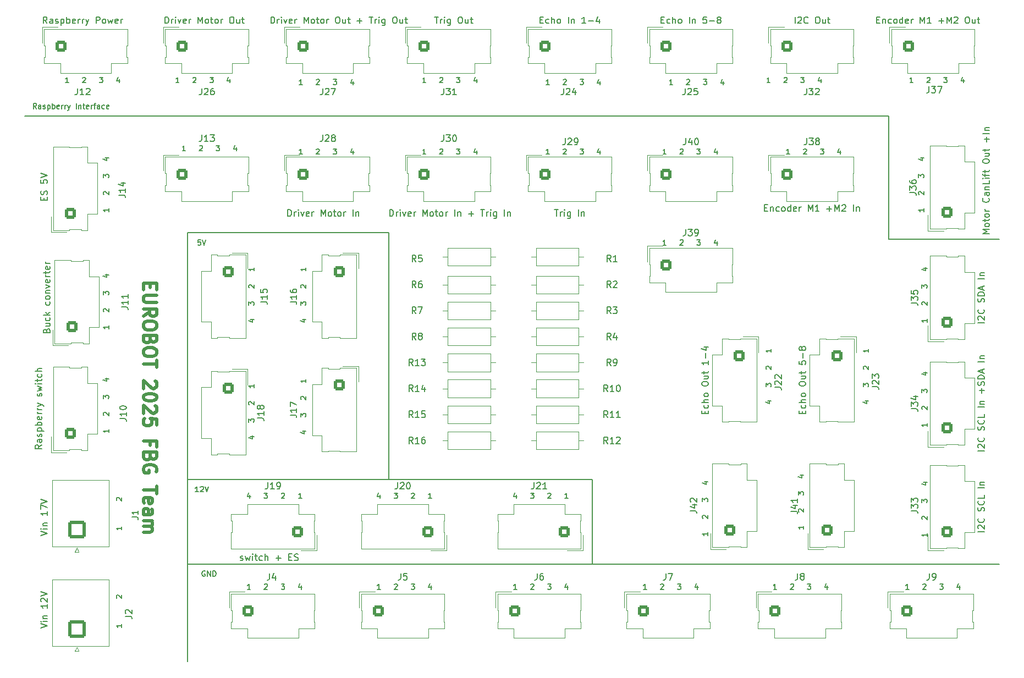
<source format=gto>
G04 #@! TF.GenerationSoftware,KiCad,Pcbnew,9.0.0*
G04 #@! TF.CreationDate,2025-03-17T11:10:42+01:00*
G04 #@! TF.ProjectId,FBG_PCB,4642475f-5043-4422-9e6b-696361645f70,rev?*
G04 #@! TF.SameCoordinates,Original*
G04 #@! TF.FileFunction,Legend,Top*
G04 #@! TF.FilePolarity,Positive*
%FSLAX46Y46*%
G04 Gerber Fmt 4.6, Leading zero omitted, Abs format (unit mm)*
G04 Created by KiCad (PCBNEW 9.0.0) date 2025-03-17 11:10:42*
%MOMM*%
%LPD*%
G01*
G04 APERTURE LIST*
G04 Aperture macros list*
%AMRoundRect*
0 Rectangle with rounded corners*
0 $1 Rounding radius*
0 $2 $3 $4 $5 $6 $7 $8 $9 X,Y pos of 4 corners*
0 Add a 4 corners polygon primitive as box body*
4,1,4,$2,$3,$4,$5,$6,$7,$8,$9,$2,$3,0*
0 Add four circle primitives for the rounded corners*
1,1,$1+$1,$2,$3*
1,1,$1+$1,$4,$5*
1,1,$1+$1,$6,$7*
1,1,$1+$1,$8,$9*
0 Add four rect primitives between the rounded corners*
20,1,$1+$1,$2,$3,$4,$5,0*
20,1,$1+$1,$4,$5,$6,$7,0*
20,1,$1+$1,$6,$7,$8,$9,0*
20,1,$1+$1,$8,$9,$2,$3,0*%
G04 Aperture macros list end*
%ADD10C,0.152400*%
%ADD11C,0.500000*%
%ADD12C,0.150000*%
%ADD13C,0.120000*%
%ADD14RoundRect,0.250000X-0.620000X-0.620000X0.620000X-0.620000X0.620000X0.620000X-0.620000X0.620000X0*%
%ADD15C,1.740000*%
%ADD16C,1.600000*%
%ADD17O,1.600000X1.600000*%
%ADD18RoundRect,0.250000X0.620000X0.620000X-0.620000X0.620000X-0.620000X-0.620000X0.620000X-0.620000X0*%
%ADD19RoundRect,0.250000X-0.620000X0.620000X-0.620000X-0.620000X0.620000X-0.620000X0.620000X0.620000X0*%
%ADD20RoundRect,0.250001X1.099999X-1.099999X1.099999X1.099999X-1.099999X1.099999X-1.099999X-1.099999X0*%
%ADD21C,2.700000*%
%ADD22RoundRect,0.250000X0.620000X-0.620000X0.620000X0.620000X-0.620000X0.620000X-0.620000X-0.620000X0*%
G04 APERTURE END LIST*
D10*
X363000000Y165000000D02*
X380000000Y165000000D01*
X363000000Y184000000D02*
X363000000Y165000000D01*
X255000000Y100000000D02*
X255000000Y166000000D01*
X265380000Y115000000D02*
X380000000Y115000000D01*
X286000000Y166000000D02*
X286000000Y128000000D01*
X317380000Y128000000D02*
X317380000Y115000000D01*
X363000000Y184000000D02*
X230000000Y183989000D01*
X286000000Y166000000D02*
X255000000Y166000000D01*
X265380000Y128000000D02*
X317380000Y128000000D01*
X255000000Y128000000D02*
X266380000Y128000000D01*
X255000000Y115000000D02*
X265380000Y115000000D01*
X368402603Y169719539D02*
X368402603Y169255082D01*
X368402603Y169487310D02*
X367589803Y169487310D01*
X367589803Y169487310D02*
X367705918Y169409901D01*
X367705918Y169409901D02*
X367783327Y169332491D01*
X367783327Y169332491D02*
X367822032Y169255082D01*
X367667213Y171887005D02*
X367628508Y171925709D01*
X367628508Y171925709D02*
X367589803Y172003119D01*
X367589803Y172003119D02*
X367589803Y172196643D01*
X367589803Y172196643D02*
X367628508Y172274052D01*
X367628508Y172274052D02*
X367667213Y172312757D01*
X367667213Y172312757D02*
X367744622Y172351462D01*
X367744622Y172351462D02*
X367822032Y172351462D01*
X367822032Y172351462D02*
X367938146Y172312757D01*
X367938146Y172312757D02*
X368402603Y171848300D01*
X368402603Y171848300D02*
X368402603Y172351462D01*
X367589803Y174480223D02*
X367589803Y174983385D01*
X367589803Y174983385D02*
X367899441Y174712451D01*
X367899441Y174712451D02*
X367899441Y174828566D01*
X367899441Y174828566D02*
X367938146Y174905975D01*
X367938146Y174905975D02*
X367976851Y174944680D01*
X367976851Y174944680D02*
X368054260Y174983385D01*
X368054260Y174983385D02*
X368247784Y174983385D01*
X368247784Y174983385D02*
X368325194Y174944680D01*
X368325194Y174944680D02*
X368363899Y174905975D01*
X368363899Y174905975D02*
X368402603Y174828566D01*
X368402603Y174828566D02*
X368402603Y174596337D01*
X368402603Y174596337D02*
X368363899Y174518928D01*
X368363899Y174518928D02*
X368325194Y174480223D01*
X367860737Y177537898D02*
X368402603Y177537898D01*
X367551099Y177344374D02*
X368131670Y177150851D01*
X368131670Y177150851D02*
X368131670Y177654012D01*
X329719539Y188800063D02*
X329255082Y188800063D01*
X329487310Y188800063D02*
X329487310Y189612863D01*
X329487310Y189612863D02*
X329409901Y189496748D01*
X329409901Y189496748D02*
X329332491Y189419339D01*
X329332491Y189419339D02*
X329255082Y189380634D01*
X331887005Y189535453D02*
X331925709Y189574158D01*
X331925709Y189574158D02*
X332003119Y189612863D01*
X332003119Y189612863D02*
X332196643Y189612863D01*
X332196643Y189612863D02*
X332274052Y189574158D01*
X332274052Y189574158D02*
X332312757Y189535453D01*
X332312757Y189535453D02*
X332351462Y189458044D01*
X332351462Y189458044D02*
X332351462Y189380634D01*
X332351462Y189380634D02*
X332312757Y189264520D01*
X332312757Y189264520D02*
X331848300Y188800063D01*
X331848300Y188800063D02*
X332351462Y188800063D01*
X334480223Y189612863D02*
X334983385Y189612863D01*
X334983385Y189612863D02*
X334712451Y189303225D01*
X334712451Y189303225D02*
X334828566Y189303225D01*
X334828566Y189303225D02*
X334905975Y189264520D01*
X334905975Y189264520D02*
X334944680Y189225815D01*
X334944680Y189225815D02*
X334983385Y189148406D01*
X334983385Y189148406D02*
X334983385Y188954882D01*
X334983385Y188954882D02*
X334944680Y188877472D01*
X334944680Y188877472D02*
X334905975Y188838768D01*
X334905975Y188838768D02*
X334828566Y188800063D01*
X334828566Y188800063D02*
X334596337Y188800063D01*
X334596337Y188800063D02*
X334518928Y188838768D01*
X334518928Y188838768D02*
X334480223Y188877472D01*
X337537898Y189341929D02*
X337537898Y188800063D01*
X337344374Y189651568D02*
X337150851Y189070996D01*
X337150851Y189070996D02*
X337654012Y189070996D01*
X328719539Y164107396D02*
X328255082Y164107396D01*
X328487310Y164107396D02*
X328487310Y164920196D01*
X328487310Y164920196D02*
X328409901Y164804081D01*
X328409901Y164804081D02*
X328332491Y164726672D01*
X328332491Y164726672D02*
X328255082Y164687967D01*
X330887005Y164842786D02*
X330925709Y164881491D01*
X330925709Y164881491D02*
X331003119Y164920196D01*
X331003119Y164920196D02*
X331196643Y164920196D01*
X331196643Y164920196D02*
X331274052Y164881491D01*
X331274052Y164881491D02*
X331312757Y164842786D01*
X331312757Y164842786D02*
X331351462Y164765377D01*
X331351462Y164765377D02*
X331351462Y164687967D01*
X331351462Y164687967D02*
X331312757Y164571853D01*
X331312757Y164571853D02*
X330848300Y164107396D01*
X330848300Y164107396D02*
X331351462Y164107396D01*
X333480223Y164920196D02*
X333983385Y164920196D01*
X333983385Y164920196D02*
X333712451Y164610558D01*
X333712451Y164610558D02*
X333828566Y164610558D01*
X333828566Y164610558D02*
X333905975Y164571853D01*
X333905975Y164571853D02*
X333944680Y164533148D01*
X333944680Y164533148D02*
X333983385Y164455739D01*
X333983385Y164455739D02*
X333983385Y164262215D01*
X333983385Y164262215D02*
X333944680Y164184805D01*
X333944680Y164184805D02*
X333905975Y164146101D01*
X333905975Y164146101D02*
X333828566Y164107396D01*
X333828566Y164107396D02*
X333596337Y164107396D01*
X333596337Y164107396D02*
X333518928Y164146101D01*
X333518928Y164146101D02*
X333480223Y164184805D01*
X336537898Y164649262D02*
X336537898Y164107396D01*
X336344374Y164958901D02*
X336150851Y164378329D01*
X336150851Y164378329D02*
X336654012Y164378329D01*
X305719539Y111107396D02*
X305255082Y111107396D01*
X305487310Y111107396D02*
X305487310Y111920196D01*
X305487310Y111920196D02*
X305409901Y111804081D01*
X305409901Y111804081D02*
X305332491Y111726672D01*
X305332491Y111726672D02*
X305255082Y111687967D01*
X307887005Y111842786D02*
X307925709Y111881491D01*
X307925709Y111881491D02*
X308003119Y111920196D01*
X308003119Y111920196D02*
X308196643Y111920196D01*
X308196643Y111920196D02*
X308274052Y111881491D01*
X308274052Y111881491D02*
X308312757Y111842786D01*
X308312757Y111842786D02*
X308351462Y111765377D01*
X308351462Y111765377D02*
X308351462Y111687967D01*
X308351462Y111687967D02*
X308312757Y111571853D01*
X308312757Y111571853D02*
X307848300Y111107396D01*
X307848300Y111107396D02*
X308351462Y111107396D01*
X310480223Y111920196D02*
X310983385Y111920196D01*
X310983385Y111920196D02*
X310712451Y111610558D01*
X310712451Y111610558D02*
X310828566Y111610558D01*
X310828566Y111610558D02*
X310905975Y111571853D01*
X310905975Y111571853D02*
X310944680Y111533148D01*
X310944680Y111533148D02*
X310983385Y111455739D01*
X310983385Y111455739D02*
X310983385Y111262215D01*
X310983385Y111262215D02*
X310944680Y111184805D01*
X310944680Y111184805D02*
X310905975Y111146101D01*
X310905975Y111146101D02*
X310828566Y111107396D01*
X310828566Y111107396D02*
X310596337Y111107396D01*
X310596337Y111107396D02*
X310518928Y111146101D01*
X310518928Y111146101D02*
X310480223Y111184805D01*
X313537898Y111649262D02*
X313537898Y111107396D01*
X313344374Y111958901D02*
X313150851Y111378329D01*
X313150851Y111378329D02*
X313654012Y111378329D01*
X344350737Y140102129D02*
X344892603Y140102129D01*
X344041099Y139908605D02*
X344621670Y139715082D01*
X344621670Y139715082D02*
X344621670Y140218243D01*
X344079803Y142308300D02*
X344079803Y142811462D01*
X344079803Y142811462D02*
X344389441Y142540528D01*
X344389441Y142540528D02*
X344389441Y142656643D01*
X344389441Y142656643D02*
X344428146Y142734052D01*
X344428146Y142734052D02*
X344466851Y142772757D01*
X344466851Y142772757D02*
X344544260Y142811462D01*
X344544260Y142811462D02*
X344737784Y142811462D01*
X344737784Y142811462D02*
X344815194Y142772757D01*
X344815194Y142772757D02*
X344853899Y142734052D01*
X344853899Y142734052D02*
X344892603Y142656643D01*
X344892603Y142656643D02*
X344892603Y142424414D01*
X344892603Y142424414D02*
X344853899Y142347005D01*
X344853899Y142347005D02*
X344815194Y142308300D01*
X344157213Y144978928D02*
X344118508Y145017632D01*
X344118508Y145017632D02*
X344079803Y145095042D01*
X344079803Y145095042D02*
X344079803Y145288566D01*
X344079803Y145288566D02*
X344118508Y145365975D01*
X344118508Y145365975D02*
X344157213Y145404680D01*
X344157213Y145404680D02*
X344234622Y145443385D01*
X344234622Y145443385D02*
X344312032Y145443385D01*
X344312032Y145443385D02*
X344428146Y145404680D01*
X344428146Y145404680D02*
X344892603Y144940223D01*
X344892603Y144940223D02*
X344892603Y145443385D01*
X344892603Y148075308D02*
X344892603Y147610851D01*
X344892603Y147843079D02*
X344079803Y147843079D01*
X344079803Y147843079D02*
X344195918Y147765670D01*
X344195918Y147765670D02*
X344273327Y147688260D01*
X344273327Y147688260D02*
X344312032Y147610851D01*
X253719539Y189107396D02*
X253255082Y189107396D01*
X253487310Y189107396D02*
X253487310Y189920196D01*
X253487310Y189920196D02*
X253409901Y189804081D01*
X253409901Y189804081D02*
X253332491Y189726672D01*
X253332491Y189726672D02*
X253255082Y189687967D01*
X255887005Y189842786D02*
X255925709Y189881491D01*
X255925709Y189881491D02*
X256003119Y189920196D01*
X256003119Y189920196D02*
X256196643Y189920196D01*
X256196643Y189920196D02*
X256274052Y189881491D01*
X256274052Y189881491D02*
X256312757Y189842786D01*
X256312757Y189842786D02*
X256351462Y189765377D01*
X256351462Y189765377D02*
X256351462Y189687967D01*
X256351462Y189687967D02*
X256312757Y189571853D01*
X256312757Y189571853D02*
X255848300Y189107396D01*
X255848300Y189107396D02*
X256351462Y189107396D01*
X258480223Y189920196D02*
X258983385Y189920196D01*
X258983385Y189920196D02*
X258712451Y189610558D01*
X258712451Y189610558D02*
X258828566Y189610558D01*
X258828566Y189610558D02*
X258905975Y189571853D01*
X258905975Y189571853D02*
X258944680Y189533148D01*
X258944680Y189533148D02*
X258983385Y189455739D01*
X258983385Y189455739D02*
X258983385Y189262215D01*
X258983385Y189262215D02*
X258944680Y189184805D01*
X258944680Y189184805D02*
X258905975Y189146101D01*
X258905975Y189146101D02*
X258828566Y189107396D01*
X258828566Y189107396D02*
X258596337Y189107396D01*
X258596337Y189107396D02*
X258518928Y189146101D01*
X258518928Y189146101D02*
X258480223Y189184805D01*
X261537898Y189649262D02*
X261537898Y189107396D01*
X261344374Y189958901D02*
X261150851Y189378329D01*
X261150851Y189378329D02*
X261654012Y189378329D01*
X244892603Y120719539D02*
X244892603Y120255082D01*
X244892603Y120487310D02*
X244079803Y120487310D01*
X244079803Y120487310D02*
X244195918Y120409901D01*
X244195918Y120409901D02*
X244273327Y120332491D01*
X244273327Y120332491D02*
X244312032Y120255082D01*
X244157213Y124744833D02*
X244118508Y124783537D01*
X244118508Y124783537D02*
X244079803Y124860947D01*
X244079803Y124860947D02*
X244079803Y125054471D01*
X244079803Y125054471D02*
X244118508Y125131880D01*
X244118508Y125131880D02*
X244157213Y125170585D01*
X244157213Y125170585D02*
X244234622Y125209290D01*
X244234622Y125209290D02*
X244312032Y125209290D01*
X244312032Y125209290D02*
X244428146Y125170585D01*
X244428146Y125170585D02*
X244892603Y124706128D01*
X244892603Y124706128D02*
X244892603Y125209290D01*
X368892603Y152719539D02*
X368892603Y152255082D01*
X368892603Y152487310D02*
X368079803Y152487310D01*
X368079803Y152487310D02*
X368195918Y152409901D01*
X368195918Y152409901D02*
X368273327Y152332491D01*
X368273327Y152332491D02*
X368312032Y152255082D01*
X368157213Y154887005D02*
X368118508Y154925709D01*
X368118508Y154925709D02*
X368079803Y155003119D01*
X368079803Y155003119D02*
X368079803Y155196643D01*
X368079803Y155196643D02*
X368118508Y155274052D01*
X368118508Y155274052D02*
X368157213Y155312757D01*
X368157213Y155312757D02*
X368234622Y155351462D01*
X368234622Y155351462D02*
X368312032Y155351462D01*
X368312032Y155351462D02*
X368428146Y155312757D01*
X368428146Y155312757D02*
X368892603Y154848300D01*
X368892603Y154848300D02*
X368892603Y155351462D01*
X368079803Y157480223D02*
X368079803Y157983385D01*
X368079803Y157983385D02*
X368389441Y157712451D01*
X368389441Y157712451D02*
X368389441Y157828566D01*
X368389441Y157828566D02*
X368428146Y157905975D01*
X368428146Y157905975D02*
X368466851Y157944680D01*
X368466851Y157944680D02*
X368544260Y157983385D01*
X368544260Y157983385D02*
X368737784Y157983385D01*
X368737784Y157983385D02*
X368815194Y157944680D01*
X368815194Y157944680D02*
X368853899Y157905975D01*
X368853899Y157905975D02*
X368892603Y157828566D01*
X368892603Y157828566D02*
X368892603Y157596337D01*
X368892603Y157596337D02*
X368853899Y157518928D01*
X368853899Y157518928D02*
X368815194Y157480223D01*
X368350737Y160537898D02*
X368892603Y160537898D01*
X368041099Y160344374D02*
X368621670Y160150851D01*
X368621670Y160150851D02*
X368621670Y160654012D01*
X256719539Y126107396D02*
X256255082Y126107396D01*
X256487310Y126107396D02*
X256487310Y126920196D01*
X256487310Y126920196D02*
X256409901Y126804081D01*
X256409901Y126804081D02*
X256332491Y126726672D01*
X256332491Y126726672D02*
X256255082Y126687967D01*
X257029177Y126842786D02*
X257067881Y126881491D01*
X257067881Y126881491D02*
X257145291Y126920196D01*
X257145291Y126920196D02*
X257338815Y126920196D01*
X257338815Y126920196D02*
X257416224Y126881491D01*
X257416224Y126881491D02*
X257454929Y126842786D01*
X257454929Y126842786D02*
X257493634Y126765377D01*
X257493634Y126765377D02*
X257493634Y126687967D01*
X257493634Y126687967D02*
X257454929Y126571853D01*
X257454929Y126571853D02*
X256990472Y126107396D01*
X256990472Y126107396D02*
X257493634Y126107396D01*
X257725862Y126920196D02*
X257996795Y126107396D01*
X257996795Y126107396D02*
X258267729Y126920196D01*
X257719539Y113881491D02*
X257642129Y113920196D01*
X257642129Y113920196D02*
X257526015Y113920196D01*
X257526015Y113920196D02*
X257409901Y113881491D01*
X257409901Y113881491D02*
X257332491Y113804081D01*
X257332491Y113804081D02*
X257293786Y113726672D01*
X257293786Y113726672D02*
X257255082Y113571853D01*
X257255082Y113571853D02*
X257255082Y113455739D01*
X257255082Y113455739D02*
X257293786Y113300920D01*
X257293786Y113300920D02*
X257332491Y113223510D01*
X257332491Y113223510D02*
X257409901Y113146101D01*
X257409901Y113146101D02*
X257526015Y113107396D01*
X257526015Y113107396D02*
X257603424Y113107396D01*
X257603424Y113107396D02*
X257719539Y113146101D01*
X257719539Y113146101D02*
X257758243Y113184805D01*
X257758243Y113184805D02*
X257758243Y113455739D01*
X257758243Y113455739D02*
X257603424Y113455739D01*
X258106586Y113107396D02*
X258106586Y113920196D01*
X258106586Y113920196D02*
X258571043Y113107396D01*
X258571043Y113107396D02*
X258571043Y113920196D01*
X258958091Y113107396D02*
X258958091Y113920196D01*
X258958091Y113920196D02*
X259151615Y113920196D01*
X259151615Y113920196D02*
X259267729Y113881491D01*
X259267729Y113881491D02*
X259345139Y113804081D01*
X259345139Y113804081D02*
X259383844Y113726672D01*
X259383844Y113726672D02*
X259422548Y113571853D01*
X259422548Y113571853D02*
X259422548Y113455739D01*
X259422548Y113455739D02*
X259383844Y113300920D01*
X259383844Y113300920D02*
X259345139Y113223510D01*
X259345139Y113223510D02*
X259267729Y113146101D01*
X259267729Y113146101D02*
X259151615Y113107396D01*
X259151615Y113107396D02*
X258958091Y113107396D01*
X272719539Y188800063D02*
X272255082Y188800063D01*
X272487310Y188800063D02*
X272487310Y189612863D01*
X272487310Y189612863D02*
X272409901Y189496748D01*
X272409901Y189496748D02*
X272332491Y189419339D01*
X272332491Y189419339D02*
X272255082Y189380634D01*
X274887005Y189535453D02*
X274925709Y189574158D01*
X274925709Y189574158D02*
X275003119Y189612863D01*
X275003119Y189612863D02*
X275196643Y189612863D01*
X275196643Y189612863D02*
X275274052Y189574158D01*
X275274052Y189574158D02*
X275312757Y189535453D01*
X275312757Y189535453D02*
X275351462Y189458044D01*
X275351462Y189458044D02*
X275351462Y189380634D01*
X275351462Y189380634D02*
X275312757Y189264520D01*
X275312757Y189264520D02*
X274848300Y188800063D01*
X274848300Y188800063D02*
X275351462Y188800063D01*
X277480223Y189612863D02*
X277983385Y189612863D01*
X277983385Y189612863D02*
X277712451Y189303225D01*
X277712451Y189303225D02*
X277828566Y189303225D01*
X277828566Y189303225D02*
X277905975Y189264520D01*
X277905975Y189264520D02*
X277944680Y189225815D01*
X277944680Y189225815D02*
X277983385Y189148406D01*
X277983385Y189148406D02*
X277983385Y188954882D01*
X277983385Y188954882D02*
X277944680Y188877472D01*
X277944680Y188877472D02*
X277905975Y188838768D01*
X277905975Y188838768D02*
X277828566Y188800063D01*
X277828566Y188800063D02*
X277596337Y188800063D01*
X277596337Y188800063D02*
X277518928Y188838768D01*
X277518928Y188838768D02*
X277480223Y188877472D01*
X280537898Y189341929D02*
X280537898Y188800063D01*
X280344374Y189651568D02*
X280150851Y189070996D01*
X280150851Y189070996D02*
X280654012Y189070996D01*
X291719539Y189107396D02*
X291255082Y189107396D01*
X291487310Y189107396D02*
X291487310Y189920196D01*
X291487310Y189920196D02*
X291409901Y189804081D01*
X291409901Y189804081D02*
X291332491Y189726672D01*
X291332491Y189726672D02*
X291255082Y189687967D01*
X293887005Y189842786D02*
X293925709Y189881491D01*
X293925709Y189881491D02*
X294003119Y189920196D01*
X294003119Y189920196D02*
X294196643Y189920196D01*
X294196643Y189920196D02*
X294274052Y189881491D01*
X294274052Y189881491D02*
X294312757Y189842786D01*
X294312757Y189842786D02*
X294351462Y189765377D01*
X294351462Y189765377D02*
X294351462Y189687967D01*
X294351462Y189687967D02*
X294312757Y189571853D01*
X294312757Y189571853D02*
X293848300Y189107396D01*
X293848300Y189107396D02*
X294351462Y189107396D01*
X296480223Y189920196D02*
X296983385Y189920196D01*
X296983385Y189920196D02*
X296712451Y189610558D01*
X296712451Y189610558D02*
X296828566Y189610558D01*
X296828566Y189610558D02*
X296905975Y189571853D01*
X296905975Y189571853D02*
X296944680Y189533148D01*
X296944680Y189533148D02*
X296983385Y189455739D01*
X296983385Y189455739D02*
X296983385Y189262215D01*
X296983385Y189262215D02*
X296944680Y189184805D01*
X296944680Y189184805D02*
X296905975Y189146101D01*
X296905975Y189146101D02*
X296828566Y189107396D01*
X296828566Y189107396D02*
X296596337Y189107396D01*
X296596337Y189107396D02*
X296518928Y189146101D01*
X296518928Y189146101D02*
X296480223Y189184805D01*
X299537898Y189649262D02*
X299537898Y189107396D01*
X299344374Y189958901D02*
X299150851Y189378329D01*
X299150851Y189378329D02*
X299654012Y189378329D01*
X325719539Y111107396D02*
X325255082Y111107396D01*
X325487310Y111107396D02*
X325487310Y111920196D01*
X325487310Y111920196D02*
X325409901Y111804081D01*
X325409901Y111804081D02*
X325332491Y111726672D01*
X325332491Y111726672D02*
X325255082Y111687967D01*
X327887005Y111842786D02*
X327925709Y111881491D01*
X327925709Y111881491D02*
X328003119Y111920196D01*
X328003119Y111920196D02*
X328196643Y111920196D01*
X328196643Y111920196D02*
X328274052Y111881491D01*
X328274052Y111881491D02*
X328312757Y111842786D01*
X328312757Y111842786D02*
X328351462Y111765377D01*
X328351462Y111765377D02*
X328351462Y111687967D01*
X328351462Y111687967D02*
X328312757Y111571853D01*
X328312757Y111571853D02*
X327848300Y111107396D01*
X327848300Y111107396D02*
X328351462Y111107396D01*
X330480223Y111920196D02*
X330983385Y111920196D01*
X330983385Y111920196D02*
X330712451Y111610558D01*
X330712451Y111610558D02*
X330828566Y111610558D01*
X330828566Y111610558D02*
X330905975Y111571853D01*
X330905975Y111571853D02*
X330944680Y111533148D01*
X330944680Y111533148D02*
X330983385Y111455739D01*
X330983385Y111455739D02*
X330983385Y111262215D01*
X330983385Y111262215D02*
X330944680Y111184805D01*
X330944680Y111184805D02*
X330905975Y111146101D01*
X330905975Y111146101D02*
X330828566Y111107396D01*
X330828566Y111107396D02*
X330596337Y111107396D01*
X330596337Y111107396D02*
X330518928Y111146101D01*
X330518928Y111146101D02*
X330480223Y111184805D01*
X333537898Y111649262D02*
X333537898Y111107396D01*
X333344374Y111958901D02*
X333150851Y111378329D01*
X333150851Y111378329D02*
X333654012Y111378329D01*
D11*
X249318380Y158194862D02*
X249318380Y157528195D01*
X248270761Y157242481D02*
X248270761Y158194862D01*
X248270761Y158194862D02*
X250270761Y158194862D01*
X250270761Y158194862D02*
X250270761Y157242481D01*
X250270761Y156385338D02*
X248651714Y156385338D01*
X248651714Y156385338D02*
X248461238Y156290100D01*
X248461238Y156290100D02*
X248366000Y156194862D01*
X248366000Y156194862D02*
X248270761Y156004386D01*
X248270761Y156004386D02*
X248270761Y155623433D01*
X248270761Y155623433D02*
X248366000Y155432957D01*
X248366000Y155432957D02*
X248461238Y155337719D01*
X248461238Y155337719D02*
X248651714Y155242481D01*
X248651714Y155242481D02*
X250270761Y155242481D01*
X248270761Y153147243D02*
X249223142Y153813910D01*
X248270761Y154290100D02*
X250270761Y154290100D01*
X250270761Y154290100D02*
X250270761Y153528195D01*
X250270761Y153528195D02*
X250175523Y153337719D01*
X250175523Y153337719D02*
X250080285Y153242481D01*
X250080285Y153242481D02*
X249889809Y153147243D01*
X249889809Y153147243D02*
X249604095Y153147243D01*
X249604095Y153147243D02*
X249413619Y153242481D01*
X249413619Y153242481D02*
X249318380Y153337719D01*
X249318380Y153337719D02*
X249223142Y153528195D01*
X249223142Y153528195D02*
X249223142Y154290100D01*
X250270761Y151909148D02*
X250270761Y151528195D01*
X250270761Y151528195D02*
X250175523Y151337719D01*
X250175523Y151337719D02*
X249985047Y151147243D01*
X249985047Y151147243D02*
X249604095Y151052005D01*
X249604095Y151052005D02*
X248937428Y151052005D01*
X248937428Y151052005D02*
X248556476Y151147243D01*
X248556476Y151147243D02*
X248366000Y151337719D01*
X248366000Y151337719D02*
X248270761Y151528195D01*
X248270761Y151528195D02*
X248270761Y151909148D01*
X248270761Y151909148D02*
X248366000Y152099624D01*
X248366000Y152099624D02*
X248556476Y152290100D01*
X248556476Y152290100D02*
X248937428Y152385338D01*
X248937428Y152385338D02*
X249604095Y152385338D01*
X249604095Y152385338D02*
X249985047Y152290100D01*
X249985047Y152290100D02*
X250175523Y152099624D01*
X250175523Y152099624D02*
X250270761Y151909148D01*
X249318380Y149528195D02*
X249223142Y149242481D01*
X249223142Y149242481D02*
X249127904Y149147243D01*
X249127904Y149147243D02*
X248937428Y149052005D01*
X248937428Y149052005D02*
X248651714Y149052005D01*
X248651714Y149052005D02*
X248461238Y149147243D01*
X248461238Y149147243D02*
X248366000Y149242481D01*
X248366000Y149242481D02*
X248270761Y149432957D01*
X248270761Y149432957D02*
X248270761Y150194862D01*
X248270761Y150194862D02*
X250270761Y150194862D01*
X250270761Y150194862D02*
X250270761Y149528195D01*
X250270761Y149528195D02*
X250175523Y149337719D01*
X250175523Y149337719D02*
X250080285Y149242481D01*
X250080285Y149242481D02*
X249889809Y149147243D01*
X249889809Y149147243D02*
X249699333Y149147243D01*
X249699333Y149147243D02*
X249508857Y149242481D01*
X249508857Y149242481D02*
X249413619Y149337719D01*
X249413619Y149337719D02*
X249318380Y149528195D01*
X249318380Y149528195D02*
X249318380Y150194862D01*
X250270761Y147813910D02*
X250270761Y147432957D01*
X250270761Y147432957D02*
X250175523Y147242481D01*
X250175523Y147242481D02*
X249985047Y147052005D01*
X249985047Y147052005D02*
X249604095Y146956767D01*
X249604095Y146956767D02*
X248937428Y146956767D01*
X248937428Y146956767D02*
X248556476Y147052005D01*
X248556476Y147052005D02*
X248366000Y147242481D01*
X248366000Y147242481D02*
X248270761Y147432957D01*
X248270761Y147432957D02*
X248270761Y147813910D01*
X248270761Y147813910D02*
X248366000Y148004386D01*
X248366000Y148004386D02*
X248556476Y148194862D01*
X248556476Y148194862D02*
X248937428Y148290100D01*
X248937428Y148290100D02*
X249604095Y148290100D01*
X249604095Y148290100D02*
X249985047Y148194862D01*
X249985047Y148194862D02*
X250175523Y148004386D01*
X250175523Y148004386D02*
X250270761Y147813910D01*
X250270761Y146385338D02*
X250270761Y145242481D01*
X248270761Y145813910D02*
X250270761Y145813910D01*
X250080285Y143147242D02*
X250175523Y143052004D01*
X250175523Y143052004D02*
X250270761Y142861528D01*
X250270761Y142861528D02*
X250270761Y142385337D01*
X250270761Y142385337D02*
X250175523Y142194861D01*
X250175523Y142194861D02*
X250080285Y142099623D01*
X250080285Y142099623D02*
X249889809Y142004385D01*
X249889809Y142004385D02*
X249699333Y142004385D01*
X249699333Y142004385D02*
X249413619Y142099623D01*
X249413619Y142099623D02*
X248270761Y143242480D01*
X248270761Y143242480D02*
X248270761Y142004385D01*
X250270761Y140766290D02*
X250270761Y140575813D01*
X250270761Y140575813D02*
X250175523Y140385337D01*
X250175523Y140385337D02*
X250080285Y140290099D01*
X250080285Y140290099D02*
X249889809Y140194861D01*
X249889809Y140194861D02*
X249508857Y140099623D01*
X249508857Y140099623D02*
X249032666Y140099623D01*
X249032666Y140099623D02*
X248651714Y140194861D01*
X248651714Y140194861D02*
X248461238Y140290099D01*
X248461238Y140290099D02*
X248366000Y140385337D01*
X248366000Y140385337D02*
X248270761Y140575813D01*
X248270761Y140575813D02*
X248270761Y140766290D01*
X248270761Y140766290D02*
X248366000Y140956766D01*
X248366000Y140956766D02*
X248461238Y141052004D01*
X248461238Y141052004D02*
X248651714Y141147242D01*
X248651714Y141147242D02*
X249032666Y141242480D01*
X249032666Y141242480D02*
X249508857Y141242480D01*
X249508857Y141242480D02*
X249889809Y141147242D01*
X249889809Y141147242D02*
X250080285Y141052004D01*
X250080285Y141052004D02*
X250175523Y140956766D01*
X250175523Y140956766D02*
X250270761Y140766290D01*
X250080285Y139337718D02*
X250175523Y139242480D01*
X250175523Y139242480D02*
X250270761Y139052004D01*
X250270761Y139052004D02*
X250270761Y138575813D01*
X250270761Y138575813D02*
X250175523Y138385337D01*
X250175523Y138385337D02*
X250080285Y138290099D01*
X250080285Y138290099D02*
X249889809Y138194861D01*
X249889809Y138194861D02*
X249699333Y138194861D01*
X249699333Y138194861D02*
X249413619Y138290099D01*
X249413619Y138290099D02*
X248270761Y139432956D01*
X248270761Y139432956D02*
X248270761Y138194861D01*
X250270761Y136385337D02*
X250270761Y137337718D01*
X250270761Y137337718D02*
X249318380Y137432956D01*
X249318380Y137432956D02*
X249413619Y137337718D01*
X249413619Y137337718D02*
X249508857Y137147242D01*
X249508857Y137147242D02*
X249508857Y136671051D01*
X249508857Y136671051D02*
X249413619Y136480575D01*
X249413619Y136480575D02*
X249318380Y136385337D01*
X249318380Y136385337D02*
X249127904Y136290099D01*
X249127904Y136290099D02*
X248651714Y136290099D01*
X248651714Y136290099D02*
X248461238Y136385337D01*
X248461238Y136385337D02*
X248366000Y136480575D01*
X248366000Y136480575D02*
X248270761Y136671051D01*
X248270761Y136671051D02*
X248270761Y137147242D01*
X248270761Y137147242D02*
X248366000Y137337718D01*
X248366000Y137337718D02*
X248461238Y137432956D01*
X249318380Y133242479D02*
X249318380Y133909146D01*
X248270761Y133909146D02*
X250270761Y133909146D01*
X250270761Y133909146D02*
X250270761Y132956765D01*
X249318380Y131528193D02*
X249223142Y131242479D01*
X249223142Y131242479D02*
X249127904Y131147241D01*
X249127904Y131147241D02*
X248937428Y131052003D01*
X248937428Y131052003D02*
X248651714Y131052003D01*
X248651714Y131052003D02*
X248461238Y131147241D01*
X248461238Y131147241D02*
X248366000Y131242479D01*
X248366000Y131242479D02*
X248270761Y131432955D01*
X248270761Y131432955D02*
X248270761Y132194860D01*
X248270761Y132194860D02*
X250270761Y132194860D01*
X250270761Y132194860D02*
X250270761Y131528193D01*
X250270761Y131528193D02*
X250175523Y131337717D01*
X250175523Y131337717D02*
X250080285Y131242479D01*
X250080285Y131242479D02*
X249889809Y131147241D01*
X249889809Y131147241D02*
X249699333Y131147241D01*
X249699333Y131147241D02*
X249508857Y131242479D01*
X249508857Y131242479D02*
X249413619Y131337717D01*
X249413619Y131337717D02*
X249318380Y131528193D01*
X249318380Y131528193D02*
X249318380Y132194860D01*
X250175523Y129147241D02*
X250270761Y129337717D01*
X250270761Y129337717D02*
X250270761Y129623431D01*
X250270761Y129623431D02*
X250175523Y129909146D01*
X250175523Y129909146D02*
X249985047Y130099622D01*
X249985047Y130099622D02*
X249794571Y130194860D01*
X249794571Y130194860D02*
X249413619Y130290098D01*
X249413619Y130290098D02*
X249127904Y130290098D01*
X249127904Y130290098D02*
X248746952Y130194860D01*
X248746952Y130194860D02*
X248556476Y130099622D01*
X248556476Y130099622D02*
X248366000Y129909146D01*
X248366000Y129909146D02*
X248270761Y129623431D01*
X248270761Y129623431D02*
X248270761Y129432955D01*
X248270761Y129432955D02*
X248366000Y129147241D01*
X248366000Y129147241D02*
X248461238Y129052003D01*
X248461238Y129052003D02*
X249127904Y129052003D01*
X249127904Y129052003D02*
X249127904Y129432955D01*
X250270761Y126956764D02*
X250270761Y125813907D01*
X248270761Y126385336D02*
X250270761Y126385336D01*
X248366000Y124385335D02*
X248270761Y124575811D01*
X248270761Y124575811D02*
X248270761Y124956764D01*
X248270761Y124956764D02*
X248366000Y125147240D01*
X248366000Y125147240D02*
X248556476Y125242478D01*
X248556476Y125242478D02*
X249318380Y125242478D01*
X249318380Y125242478D02*
X249508857Y125147240D01*
X249508857Y125147240D02*
X249604095Y124956764D01*
X249604095Y124956764D02*
X249604095Y124575811D01*
X249604095Y124575811D02*
X249508857Y124385335D01*
X249508857Y124385335D02*
X249318380Y124290097D01*
X249318380Y124290097D02*
X249127904Y124290097D01*
X249127904Y124290097D02*
X248937428Y125242478D01*
X248270761Y122575811D02*
X249318380Y122575811D01*
X249318380Y122575811D02*
X249508857Y122671049D01*
X249508857Y122671049D02*
X249604095Y122861525D01*
X249604095Y122861525D02*
X249604095Y123242478D01*
X249604095Y123242478D02*
X249508857Y123432954D01*
X248366000Y122575811D02*
X248270761Y122766287D01*
X248270761Y122766287D02*
X248270761Y123242478D01*
X248270761Y123242478D02*
X248366000Y123432954D01*
X248366000Y123432954D02*
X248556476Y123528192D01*
X248556476Y123528192D02*
X248746952Y123528192D01*
X248746952Y123528192D02*
X248937428Y123432954D01*
X248937428Y123432954D02*
X249032666Y123242478D01*
X249032666Y123242478D02*
X249032666Y122766287D01*
X249032666Y122766287D02*
X249127904Y122575811D01*
X248270761Y121623430D02*
X249604095Y121623430D01*
X249413619Y121623430D02*
X249508857Y121528192D01*
X249508857Y121528192D02*
X249604095Y121337716D01*
X249604095Y121337716D02*
X249604095Y121052001D01*
X249604095Y121052001D02*
X249508857Y120861525D01*
X249508857Y120861525D02*
X249318380Y120766287D01*
X249318380Y120766287D02*
X248270761Y120766287D01*
X249318380Y120766287D02*
X249508857Y120671049D01*
X249508857Y120671049D02*
X249604095Y120480573D01*
X249604095Y120480573D02*
X249604095Y120194859D01*
X249604095Y120194859D02*
X249508857Y120004382D01*
X249508857Y120004382D02*
X249318380Y119909144D01*
X249318380Y119909144D02*
X248270761Y119909144D01*
D10*
X347719539Y178107396D02*
X347255082Y178107396D01*
X347487310Y178107396D02*
X347487310Y178920196D01*
X347487310Y178920196D02*
X347409901Y178804081D01*
X347409901Y178804081D02*
X347332491Y178726672D01*
X347332491Y178726672D02*
X347255082Y178687967D01*
X349887005Y178842786D02*
X349925709Y178881491D01*
X349925709Y178881491D02*
X350003119Y178920196D01*
X350003119Y178920196D02*
X350196643Y178920196D01*
X350196643Y178920196D02*
X350274052Y178881491D01*
X350274052Y178881491D02*
X350312757Y178842786D01*
X350312757Y178842786D02*
X350351462Y178765377D01*
X350351462Y178765377D02*
X350351462Y178687967D01*
X350351462Y178687967D02*
X350312757Y178571853D01*
X350312757Y178571853D02*
X349848300Y178107396D01*
X349848300Y178107396D02*
X350351462Y178107396D01*
X352480223Y178920196D02*
X352983385Y178920196D01*
X352983385Y178920196D02*
X352712451Y178610558D01*
X352712451Y178610558D02*
X352828566Y178610558D01*
X352828566Y178610558D02*
X352905975Y178571853D01*
X352905975Y178571853D02*
X352944680Y178533148D01*
X352944680Y178533148D02*
X352983385Y178455739D01*
X352983385Y178455739D02*
X352983385Y178262215D01*
X352983385Y178262215D02*
X352944680Y178184805D01*
X352944680Y178184805D02*
X352905975Y178146101D01*
X352905975Y178146101D02*
X352828566Y178107396D01*
X352828566Y178107396D02*
X352596337Y178107396D01*
X352596337Y178107396D02*
X352518928Y178146101D01*
X352518928Y178146101D02*
X352480223Y178184805D01*
X355537898Y178649262D02*
X355537898Y178107396D01*
X355344374Y178958901D02*
X355150851Y178378329D01*
X355150851Y178378329D02*
X355654012Y178378329D01*
X264719539Y111107396D02*
X264255082Y111107396D01*
X264487310Y111107396D02*
X264487310Y111920196D01*
X264487310Y111920196D02*
X264409901Y111804081D01*
X264409901Y111804081D02*
X264332491Y111726672D01*
X264332491Y111726672D02*
X264255082Y111687967D01*
X266887005Y111842786D02*
X266925709Y111881491D01*
X266925709Y111881491D02*
X267003119Y111920196D01*
X267003119Y111920196D02*
X267196643Y111920196D01*
X267196643Y111920196D02*
X267274052Y111881491D01*
X267274052Y111881491D02*
X267312757Y111842786D01*
X267312757Y111842786D02*
X267351462Y111765377D01*
X267351462Y111765377D02*
X267351462Y111687967D01*
X267351462Y111687967D02*
X267312757Y111571853D01*
X267312757Y111571853D02*
X266848300Y111107396D01*
X266848300Y111107396D02*
X267351462Y111107396D01*
X269480223Y111920196D02*
X269983385Y111920196D01*
X269983385Y111920196D02*
X269712451Y111610558D01*
X269712451Y111610558D02*
X269828566Y111610558D01*
X269828566Y111610558D02*
X269905975Y111571853D01*
X269905975Y111571853D02*
X269944680Y111533148D01*
X269944680Y111533148D02*
X269983385Y111455739D01*
X269983385Y111455739D02*
X269983385Y111262215D01*
X269983385Y111262215D02*
X269944680Y111184805D01*
X269944680Y111184805D02*
X269905975Y111146101D01*
X269905975Y111146101D02*
X269828566Y111107396D01*
X269828566Y111107396D02*
X269596337Y111107396D01*
X269596337Y111107396D02*
X269518928Y111146101D01*
X269518928Y111146101D02*
X269480223Y111184805D01*
X272537898Y111649262D02*
X272537898Y111107396D01*
X272344374Y111958901D02*
X272150851Y111378329D01*
X272150851Y111378329D02*
X272654012Y111378329D01*
X368892603Y119719539D02*
X368892603Y119255082D01*
X368892603Y119487310D02*
X368079803Y119487310D01*
X368079803Y119487310D02*
X368195918Y119409901D01*
X368195918Y119409901D02*
X368273327Y119332491D01*
X368273327Y119332491D02*
X368312032Y119255082D01*
X368157213Y121887005D02*
X368118508Y121925709D01*
X368118508Y121925709D02*
X368079803Y122003119D01*
X368079803Y122003119D02*
X368079803Y122196643D01*
X368079803Y122196643D02*
X368118508Y122274052D01*
X368118508Y122274052D02*
X368157213Y122312757D01*
X368157213Y122312757D02*
X368234622Y122351462D01*
X368234622Y122351462D02*
X368312032Y122351462D01*
X368312032Y122351462D02*
X368428146Y122312757D01*
X368428146Y122312757D02*
X368892603Y121848300D01*
X368892603Y121848300D02*
X368892603Y122351462D01*
X368079803Y124480223D02*
X368079803Y124983385D01*
X368079803Y124983385D02*
X368389441Y124712451D01*
X368389441Y124712451D02*
X368389441Y124828566D01*
X368389441Y124828566D02*
X368428146Y124905975D01*
X368428146Y124905975D02*
X368466851Y124944680D01*
X368466851Y124944680D02*
X368544260Y124983385D01*
X368544260Y124983385D02*
X368737784Y124983385D01*
X368737784Y124983385D02*
X368815194Y124944680D01*
X368815194Y124944680D02*
X368853899Y124905975D01*
X368853899Y124905975D02*
X368892603Y124828566D01*
X368892603Y124828566D02*
X368892603Y124596337D01*
X368892603Y124596337D02*
X368853899Y124518928D01*
X368853899Y124518928D02*
X368815194Y124480223D01*
X368350737Y127537898D02*
X368892603Y127537898D01*
X368041099Y127344374D02*
X368621670Y127150851D01*
X368621670Y127150851D02*
X368621670Y127654012D01*
X368892603Y136639539D02*
X368892603Y136175082D01*
X368892603Y136407310D02*
X368079803Y136407310D01*
X368079803Y136407310D02*
X368195918Y136329901D01*
X368195918Y136329901D02*
X368273327Y136252491D01*
X368273327Y136252491D02*
X368312032Y136175082D01*
X368157213Y138807005D02*
X368118508Y138845709D01*
X368118508Y138845709D02*
X368079803Y138923119D01*
X368079803Y138923119D02*
X368079803Y139116643D01*
X368079803Y139116643D02*
X368118508Y139194052D01*
X368118508Y139194052D02*
X368157213Y139232757D01*
X368157213Y139232757D02*
X368234622Y139271462D01*
X368234622Y139271462D02*
X368312032Y139271462D01*
X368312032Y139271462D02*
X368428146Y139232757D01*
X368428146Y139232757D02*
X368892603Y138768300D01*
X368892603Y138768300D02*
X368892603Y139271462D01*
X368079803Y141400223D02*
X368079803Y141903385D01*
X368079803Y141903385D02*
X368389441Y141632451D01*
X368389441Y141632451D02*
X368389441Y141748566D01*
X368389441Y141748566D02*
X368428146Y141825975D01*
X368428146Y141825975D02*
X368466851Y141864680D01*
X368466851Y141864680D02*
X368544260Y141903385D01*
X368544260Y141903385D02*
X368737784Y141903385D01*
X368737784Y141903385D02*
X368815194Y141864680D01*
X368815194Y141864680D02*
X368853899Y141825975D01*
X368853899Y141825975D02*
X368892603Y141748566D01*
X368892603Y141748566D02*
X368892603Y141516337D01*
X368892603Y141516337D02*
X368853899Y141438928D01*
X368853899Y141438928D02*
X368815194Y141400223D01*
X368350737Y144457898D02*
X368892603Y144457898D01*
X368041099Y144264374D02*
X368621670Y144070851D01*
X368621670Y144070851D02*
X368621670Y144574012D01*
X242892603Y151697539D02*
X242892603Y151233082D01*
X242892603Y151465310D02*
X242079803Y151465310D01*
X242079803Y151465310D02*
X242195918Y151387901D01*
X242195918Y151387901D02*
X242273327Y151310491D01*
X242273327Y151310491D02*
X242312032Y151233082D01*
X242157213Y153865005D02*
X242118508Y153903709D01*
X242118508Y153903709D02*
X242079803Y153981119D01*
X242079803Y153981119D02*
X242079803Y154174643D01*
X242079803Y154174643D02*
X242118508Y154252052D01*
X242118508Y154252052D02*
X242157213Y154290757D01*
X242157213Y154290757D02*
X242234622Y154329462D01*
X242234622Y154329462D02*
X242312032Y154329462D01*
X242312032Y154329462D02*
X242428146Y154290757D01*
X242428146Y154290757D02*
X242892603Y153826300D01*
X242892603Y153826300D02*
X242892603Y154329462D01*
X242079803Y156458223D02*
X242079803Y156961385D01*
X242079803Y156961385D02*
X242389441Y156690451D01*
X242389441Y156690451D02*
X242389441Y156806566D01*
X242389441Y156806566D02*
X242428146Y156883975D01*
X242428146Y156883975D02*
X242466851Y156922680D01*
X242466851Y156922680D02*
X242544260Y156961385D01*
X242544260Y156961385D02*
X242737784Y156961385D01*
X242737784Y156961385D02*
X242815194Y156922680D01*
X242815194Y156922680D02*
X242853899Y156883975D01*
X242853899Y156883975D02*
X242892603Y156806566D01*
X242892603Y156806566D02*
X242892603Y156574337D01*
X242892603Y156574337D02*
X242853899Y156496928D01*
X242853899Y156496928D02*
X242815194Y156458223D01*
X242350737Y159515898D02*
X242892603Y159515898D01*
X242041099Y159322374D02*
X242621670Y159128851D01*
X242621670Y159128851D02*
X242621670Y159632012D01*
X264730737Y134642129D02*
X265272603Y134642129D01*
X264421099Y134448605D02*
X265001670Y134255082D01*
X265001670Y134255082D02*
X265001670Y134758243D01*
X264459803Y136848300D02*
X264459803Y137351462D01*
X264459803Y137351462D02*
X264769441Y137080528D01*
X264769441Y137080528D02*
X264769441Y137196643D01*
X264769441Y137196643D02*
X264808146Y137274052D01*
X264808146Y137274052D02*
X264846851Y137312757D01*
X264846851Y137312757D02*
X264924260Y137351462D01*
X264924260Y137351462D02*
X265117784Y137351462D01*
X265117784Y137351462D02*
X265195194Y137312757D01*
X265195194Y137312757D02*
X265233899Y137274052D01*
X265233899Y137274052D02*
X265272603Y137196643D01*
X265272603Y137196643D02*
X265272603Y136964414D01*
X265272603Y136964414D02*
X265233899Y136887005D01*
X265233899Y136887005D02*
X265195194Y136848300D01*
X264537213Y139518928D02*
X264498508Y139557632D01*
X264498508Y139557632D02*
X264459803Y139635042D01*
X264459803Y139635042D02*
X264459803Y139828566D01*
X264459803Y139828566D02*
X264498508Y139905975D01*
X264498508Y139905975D02*
X264537213Y139944680D01*
X264537213Y139944680D02*
X264614622Y139983385D01*
X264614622Y139983385D02*
X264692032Y139983385D01*
X264692032Y139983385D02*
X264808146Y139944680D01*
X264808146Y139944680D02*
X265272603Y139480223D01*
X265272603Y139480223D02*
X265272603Y139983385D01*
X265272603Y142615308D02*
X265272603Y142150851D01*
X265272603Y142383079D02*
X264459803Y142383079D01*
X264459803Y142383079D02*
X264575918Y142305670D01*
X264575918Y142305670D02*
X264653327Y142228260D01*
X264653327Y142228260D02*
X264692032Y142150851D01*
X242892603Y169719539D02*
X242892603Y169255082D01*
X242892603Y169487310D02*
X242079803Y169487310D01*
X242079803Y169487310D02*
X242195918Y169409901D01*
X242195918Y169409901D02*
X242273327Y169332491D01*
X242273327Y169332491D02*
X242312032Y169255082D01*
X242157213Y171887005D02*
X242118508Y171925709D01*
X242118508Y171925709D02*
X242079803Y172003119D01*
X242079803Y172003119D02*
X242079803Y172196643D01*
X242079803Y172196643D02*
X242118508Y172274052D01*
X242118508Y172274052D02*
X242157213Y172312757D01*
X242157213Y172312757D02*
X242234622Y172351462D01*
X242234622Y172351462D02*
X242312032Y172351462D01*
X242312032Y172351462D02*
X242428146Y172312757D01*
X242428146Y172312757D02*
X242892603Y171848300D01*
X242892603Y171848300D02*
X242892603Y172351462D01*
X242079803Y174480223D02*
X242079803Y174983385D01*
X242079803Y174983385D02*
X242389441Y174712451D01*
X242389441Y174712451D02*
X242389441Y174828566D01*
X242389441Y174828566D02*
X242428146Y174905975D01*
X242428146Y174905975D02*
X242466851Y174944680D01*
X242466851Y174944680D02*
X242544260Y174983385D01*
X242544260Y174983385D02*
X242737784Y174983385D01*
X242737784Y174983385D02*
X242815194Y174944680D01*
X242815194Y174944680D02*
X242853899Y174905975D01*
X242853899Y174905975D02*
X242892603Y174828566D01*
X242892603Y174828566D02*
X242892603Y174596337D01*
X242892603Y174596337D02*
X242853899Y174518928D01*
X242853899Y174518928D02*
X242815194Y174480223D01*
X242350737Y177537898D02*
X242892603Y177537898D01*
X242041099Y177344374D02*
X242621670Y177150851D01*
X242621670Y177150851D02*
X242621670Y177654012D01*
X366719539Y189107396D02*
X366255082Y189107396D01*
X366487310Y189107396D02*
X366487310Y189920196D01*
X366487310Y189920196D02*
X366409901Y189804081D01*
X366409901Y189804081D02*
X366332491Y189726672D01*
X366332491Y189726672D02*
X366255082Y189687967D01*
X368887005Y189842786D02*
X368925709Y189881491D01*
X368925709Y189881491D02*
X369003119Y189920196D01*
X369003119Y189920196D02*
X369196643Y189920196D01*
X369196643Y189920196D02*
X369274052Y189881491D01*
X369274052Y189881491D02*
X369312757Y189842786D01*
X369312757Y189842786D02*
X369351462Y189765377D01*
X369351462Y189765377D02*
X369351462Y189687967D01*
X369351462Y189687967D02*
X369312757Y189571853D01*
X369312757Y189571853D02*
X368848300Y189107396D01*
X368848300Y189107396D02*
X369351462Y189107396D01*
X371480223Y189920196D02*
X371983385Y189920196D01*
X371983385Y189920196D02*
X371712451Y189610558D01*
X371712451Y189610558D02*
X371828566Y189610558D01*
X371828566Y189610558D02*
X371905975Y189571853D01*
X371905975Y189571853D02*
X371944680Y189533148D01*
X371944680Y189533148D02*
X371983385Y189455739D01*
X371983385Y189455739D02*
X371983385Y189262215D01*
X371983385Y189262215D02*
X371944680Y189184805D01*
X371944680Y189184805D02*
X371905975Y189146101D01*
X371905975Y189146101D02*
X371828566Y189107396D01*
X371828566Y189107396D02*
X371596337Y189107396D01*
X371596337Y189107396D02*
X371518928Y189146101D01*
X371518928Y189146101D02*
X371480223Y189184805D01*
X374537898Y189649262D02*
X374537898Y189107396D01*
X374344374Y189958901D02*
X374150851Y189378329D01*
X374150851Y189378329D02*
X374654012Y189378329D01*
X284642129Y125649262D02*
X284642129Y125107396D01*
X284448605Y125958901D02*
X284255082Y125378329D01*
X284255082Y125378329D02*
X284758243Y125378329D01*
X286848300Y125920196D02*
X287351462Y125920196D01*
X287351462Y125920196D02*
X287080528Y125610558D01*
X287080528Y125610558D02*
X287196643Y125610558D01*
X287196643Y125610558D02*
X287274052Y125571853D01*
X287274052Y125571853D02*
X287312757Y125533148D01*
X287312757Y125533148D02*
X287351462Y125455739D01*
X287351462Y125455739D02*
X287351462Y125262215D01*
X287351462Y125262215D02*
X287312757Y125184805D01*
X287312757Y125184805D02*
X287274052Y125146101D01*
X287274052Y125146101D02*
X287196643Y125107396D01*
X287196643Y125107396D02*
X286964414Y125107396D01*
X286964414Y125107396D02*
X286887005Y125146101D01*
X286887005Y125146101D02*
X286848300Y125184805D01*
X289518928Y125842786D02*
X289557632Y125881491D01*
X289557632Y125881491D02*
X289635042Y125920196D01*
X289635042Y125920196D02*
X289828566Y125920196D01*
X289828566Y125920196D02*
X289905975Y125881491D01*
X289905975Y125881491D02*
X289944680Y125842786D01*
X289944680Y125842786D02*
X289983385Y125765377D01*
X289983385Y125765377D02*
X289983385Y125687967D01*
X289983385Y125687967D02*
X289944680Y125571853D01*
X289944680Y125571853D02*
X289480223Y125107396D01*
X289480223Y125107396D02*
X289983385Y125107396D01*
X292615308Y125107396D02*
X292150851Y125107396D01*
X292383079Y125107396D02*
X292383079Y125920196D01*
X292383079Y125920196D02*
X292305670Y125804081D01*
X292305670Y125804081D02*
X292228260Y125726672D01*
X292228260Y125726672D02*
X292150851Y125687967D01*
X310719539Y178107396D02*
X310255082Y178107396D01*
X310487310Y178107396D02*
X310487310Y178920196D01*
X310487310Y178920196D02*
X310409901Y178804081D01*
X310409901Y178804081D02*
X310332491Y178726672D01*
X310332491Y178726672D02*
X310255082Y178687967D01*
X312887005Y178842786D02*
X312925709Y178881491D01*
X312925709Y178881491D02*
X313003119Y178920196D01*
X313003119Y178920196D02*
X313196643Y178920196D01*
X313196643Y178920196D02*
X313274052Y178881491D01*
X313274052Y178881491D02*
X313312757Y178842786D01*
X313312757Y178842786D02*
X313351462Y178765377D01*
X313351462Y178765377D02*
X313351462Y178687967D01*
X313351462Y178687967D02*
X313312757Y178571853D01*
X313312757Y178571853D02*
X312848300Y178107396D01*
X312848300Y178107396D02*
X313351462Y178107396D01*
X315480223Y178920196D02*
X315983385Y178920196D01*
X315983385Y178920196D02*
X315712451Y178610558D01*
X315712451Y178610558D02*
X315828566Y178610558D01*
X315828566Y178610558D02*
X315905975Y178571853D01*
X315905975Y178571853D02*
X315944680Y178533148D01*
X315944680Y178533148D02*
X315983385Y178455739D01*
X315983385Y178455739D02*
X315983385Y178262215D01*
X315983385Y178262215D02*
X315944680Y178184805D01*
X315944680Y178184805D02*
X315905975Y178146101D01*
X315905975Y178146101D02*
X315828566Y178107396D01*
X315828566Y178107396D02*
X315596337Y178107396D01*
X315596337Y178107396D02*
X315518928Y178146101D01*
X315518928Y178146101D02*
X315480223Y178184805D01*
X318537898Y178649262D02*
X318537898Y178107396D01*
X318344374Y178958901D02*
X318150851Y178378329D01*
X318150851Y178378329D02*
X318654012Y178378329D01*
X349892603Y120841539D02*
X349892603Y120377082D01*
X349892603Y120609310D02*
X349079803Y120609310D01*
X349079803Y120609310D02*
X349195918Y120531901D01*
X349195918Y120531901D02*
X349273327Y120454491D01*
X349273327Y120454491D02*
X349312032Y120377082D01*
X349157213Y123009005D02*
X349118508Y123047709D01*
X349118508Y123047709D02*
X349079803Y123125119D01*
X349079803Y123125119D02*
X349079803Y123318643D01*
X349079803Y123318643D02*
X349118508Y123396052D01*
X349118508Y123396052D02*
X349157213Y123434757D01*
X349157213Y123434757D02*
X349234622Y123473462D01*
X349234622Y123473462D02*
X349312032Y123473462D01*
X349312032Y123473462D02*
X349428146Y123434757D01*
X349428146Y123434757D02*
X349892603Y122970300D01*
X349892603Y122970300D02*
X349892603Y123473462D01*
X349079803Y125602223D02*
X349079803Y126105385D01*
X349079803Y126105385D02*
X349389441Y125834451D01*
X349389441Y125834451D02*
X349389441Y125950566D01*
X349389441Y125950566D02*
X349428146Y126027975D01*
X349428146Y126027975D02*
X349466851Y126066680D01*
X349466851Y126066680D02*
X349544260Y126105385D01*
X349544260Y126105385D02*
X349737784Y126105385D01*
X349737784Y126105385D02*
X349815194Y126066680D01*
X349815194Y126066680D02*
X349853899Y126027975D01*
X349853899Y126027975D02*
X349892603Y125950566D01*
X349892603Y125950566D02*
X349892603Y125718337D01*
X349892603Y125718337D02*
X349853899Y125640928D01*
X349853899Y125640928D02*
X349815194Y125602223D01*
X349350737Y128659898D02*
X349892603Y128659898D01*
X349041099Y128466374D02*
X349621670Y128272851D01*
X349621670Y128272851D02*
X349621670Y128776012D01*
X359350737Y140102129D02*
X359892603Y140102129D01*
X359041099Y139908605D02*
X359621670Y139715082D01*
X359621670Y139715082D02*
X359621670Y140218243D01*
X359079803Y142308300D02*
X359079803Y142811462D01*
X359079803Y142811462D02*
X359389441Y142540528D01*
X359389441Y142540528D02*
X359389441Y142656643D01*
X359389441Y142656643D02*
X359428146Y142734052D01*
X359428146Y142734052D02*
X359466851Y142772757D01*
X359466851Y142772757D02*
X359544260Y142811462D01*
X359544260Y142811462D02*
X359737784Y142811462D01*
X359737784Y142811462D02*
X359815194Y142772757D01*
X359815194Y142772757D02*
X359853899Y142734052D01*
X359853899Y142734052D02*
X359892603Y142656643D01*
X359892603Y142656643D02*
X359892603Y142424414D01*
X359892603Y142424414D02*
X359853899Y142347005D01*
X359853899Y142347005D02*
X359815194Y142308300D01*
X359157213Y144978928D02*
X359118508Y145017632D01*
X359118508Y145017632D02*
X359079803Y145095042D01*
X359079803Y145095042D02*
X359079803Y145288566D01*
X359079803Y145288566D02*
X359118508Y145365975D01*
X359118508Y145365975D02*
X359157213Y145404680D01*
X359157213Y145404680D02*
X359234622Y145443385D01*
X359234622Y145443385D02*
X359312032Y145443385D01*
X359312032Y145443385D02*
X359428146Y145404680D01*
X359428146Y145404680D02*
X359892603Y144940223D01*
X359892603Y144940223D02*
X359892603Y145443385D01*
X359892603Y148075308D02*
X359892603Y147610851D01*
X359892603Y147843079D02*
X359079803Y147843079D01*
X359079803Y147843079D02*
X359195918Y147765670D01*
X359195918Y147765670D02*
X359273327Y147688260D01*
X359273327Y147688260D02*
X359312032Y147610851D01*
X231758243Y185107396D02*
X231487310Y185494443D01*
X231293786Y185107396D02*
X231293786Y185920196D01*
X231293786Y185920196D02*
X231603424Y185920196D01*
X231603424Y185920196D02*
X231680834Y185881491D01*
X231680834Y185881491D02*
X231719539Y185842786D01*
X231719539Y185842786D02*
X231758243Y185765377D01*
X231758243Y185765377D02*
X231758243Y185649262D01*
X231758243Y185649262D02*
X231719539Y185571853D01*
X231719539Y185571853D02*
X231680834Y185533148D01*
X231680834Y185533148D02*
X231603424Y185494443D01*
X231603424Y185494443D02*
X231293786Y185494443D01*
X232454929Y185107396D02*
X232454929Y185533148D01*
X232454929Y185533148D02*
X232416224Y185610558D01*
X232416224Y185610558D02*
X232338815Y185649262D01*
X232338815Y185649262D02*
X232183996Y185649262D01*
X232183996Y185649262D02*
X232106586Y185610558D01*
X232454929Y185146101D02*
X232377520Y185107396D01*
X232377520Y185107396D02*
X232183996Y185107396D01*
X232183996Y185107396D02*
X232106586Y185146101D01*
X232106586Y185146101D02*
X232067882Y185223510D01*
X232067882Y185223510D02*
X232067882Y185300920D01*
X232067882Y185300920D02*
X232106586Y185378329D01*
X232106586Y185378329D02*
X232183996Y185417034D01*
X232183996Y185417034D02*
X232377520Y185417034D01*
X232377520Y185417034D02*
X232454929Y185455739D01*
X232803272Y185146101D02*
X232880681Y185107396D01*
X232880681Y185107396D02*
X233035500Y185107396D01*
X233035500Y185107396D02*
X233112910Y185146101D01*
X233112910Y185146101D02*
X233151614Y185223510D01*
X233151614Y185223510D02*
X233151614Y185262215D01*
X233151614Y185262215D02*
X233112910Y185339624D01*
X233112910Y185339624D02*
X233035500Y185378329D01*
X233035500Y185378329D02*
X232919386Y185378329D01*
X232919386Y185378329D02*
X232841976Y185417034D01*
X232841976Y185417034D02*
X232803272Y185494443D01*
X232803272Y185494443D02*
X232803272Y185533148D01*
X232803272Y185533148D02*
X232841976Y185610558D01*
X232841976Y185610558D02*
X232919386Y185649262D01*
X232919386Y185649262D02*
X233035500Y185649262D01*
X233035500Y185649262D02*
X233112910Y185610558D01*
X233499957Y185649262D02*
X233499957Y184836462D01*
X233499957Y185610558D02*
X233577367Y185649262D01*
X233577367Y185649262D02*
X233732186Y185649262D01*
X233732186Y185649262D02*
X233809595Y185610558D01*
X233809595Y185610558D02*
X233848300Y185571853D01*
X233848300Y185571853D02*
X233887005Y185494443D01*
X233887005Y185494443D02*
X233887005Y185262215D01*
X233887005Y185262215D02*
X233848300Y185184805D01*
X233848300Y185184805D02*
X233809595Y185146101D01*
X233809595Y185146101D02*
X233732186Y185107396D01*
X233732186Y185107396D02*
X233577367Y185107396D01*
X233577367Y185107396D02*
X233499957Y185146101D01*
X234235347Y185107396D02*
X234235347Y185920196D01*
X234235347Y185610558D02*
X234312757Y185649262D01*
X234312757Y185649262D02*
X234467576Y185649262D01*
X234467576Y185649262D02*
X234544985Y185610558D01*
X234544985Y185610558D02*
X234583690Y185571853D01*
X234583690Y185571853D02*
X234622395Y185494443D01*
X234622395Y185494443D02*
X234622395Y185262215D01*
X234622395Y185262215D02*
X234583690Y185184805D01*
X234583690Y185184805D02*
X234544985Y185146101D01*
X234544985Y185146101D02*
X234467576Y185107396D01*
X234467576Y185107396D02*
X234312757Y185107396D01*
X234312757Y185107396D02*
X234235347Y185146101D01*
X235280375Y185146101D02*
X235202966Y185107396D01*
X235202966Y185107396D02*
X235048147Y185107396D01*
X235048147Y185107396D02*
X234970737Y185146101D01*
X234970737Y185146101D02*
X234932033Y185223510D01*
X234932033Y185223510D02*
X234932033Y185533148D01*
X234932033Y185533148D02*
X234970737Y185610558D01*
X234970737Y185610558D02*
X235048147Y185649262D01*
X235048147Y185649262D02*
X235202966Y185649262D01*
X235202966Y185649262D02*
X235280375Y185610558D01*
X235280375Y185610558D02*
X235319080Y185533148D01*
X235319080Y185533148D02*
X235319080Y185455739D01*
X235319080Y185455739D02*
X234932033Y185378329D01*
X235667423Y185107396D02*
X235667423Y185649262D01*
X235667423Y185494443D02*
X235706128Y185571853D01*
X235706128Y185571853D02*
X235744833Y185610558D01*
X235744833Y185610558D02*
X235822242Y185649262D01*
X235822242Y185649262D02*
X235899652Y185649262D01*
X236170585Y185107396D02*
X236170585Y185649262D01*
X236170585Y185494443D02*
X236209290Y185571853D01*
X236209290Y185571853D02*
X236247995Y185610558D01*
X236247995Y185610558D02*
X236325404Y185649262D01*
X236325404Y185649262D02*
X236402814Y185649262D01*
X236596338Y185649262D02*
X236789862Y185107396D01*
X236983385Y185649262D02*
X236789862Y185107396D01*
X236789862Y185107396D02*
X236712452Y184913872D01*
X236712452Y184913872D02*
X236673747Y184875167D01*
X236673747Y184875167D02*
X236596338Y184836462D01*
X237912299Y185107396D02*
X237912299Y185920196D01*
X238299347Y185649262D02*
X238299347Y185107396D01*
X238299347Y185571853D02*
X238338052Y185610558D01*
X238338052Y185610558D02*
X238415462Y185649262D01*
X238415462Y185649262D02*
X238531576Y185649262D01*
X238531576Y185649262D02*
X238608985Y185610558D01*
X238608985Y185610558D02*
X238647690Y185533148D01*
X238647690Y185533148D02*
X238647690Y185107396D01*
X238918623Y185649262D02*
X239228261Y185649262D01*
X239034737Y185920196D02*
X239034737Y185223510D01*
X239034737Y185223510D02*
X239073442Y185146101D01*
X239073442Y185146101D02*
X239150852Y185107396D01*
X239150852Y185107396D02*
X239228261Y185107396D01*
X239808832Y185146101D02*
X239731423Y185107396D01*
X239731423Y185107396D02*
X239576604Y185107396D01*
X239576604Y185107396D02*
X239499194Y185146101D01*
X239499194Y185146101D02*
X239460490Y185223510D01*
X239460490Y185223510D02*
X239460490Y185533148D01*
X239460490Y185533148D02*
X239499194Y185610558D01*
X239499194Y185610558D02*
X239576604Y185649262D01*
X239576604Y185649262D02*
X239731423Y185649262D01*
X239731423Y185649262D02*
X239808832Y185610558D01*
X239808832Y185610558D02*
X239847537Y185533148D01*
X239847537Y185533148D02*
X239847537Y185455739D01*
X239847537Y185455739D02*
X239460490Y185378329D01*
X240195880Y185107396D02*
X240195880Y185649262D01*
X240195880Y185494443D02*
X240234585Y185571853D01*
X240234585Y185571853D02*
X240273290Y185610558D01*
X240273290Y185610558D02*
X240350699Y185649262D01*
X240350699Y185649262D02*
X240428109Y185649262D01*
X240582928Y185649262D02*
X240892566Y185649262D01*
X240699042Y185107396D02*
X240699042Y185804081D01*
X240699042Y185804081D02*
X240737747Y185881491D01*
X240737747Y185881491D02*
X240815157Y185920196D01*
X240815157Y185920196D02*
X240892566Y185920196D01*
X241511842Y185107396D02*
X241511842Y185533148D01*
X241511842Y185533148D02*
X241473137Y185610558D01*
X241473137Y185610558D02*
X241395728Y185649262D01*
X241395728Y185649262D02*
X241240909Y185649262D01*
X241240909Y185649262D02*
X241163499Y185610558D01*
X241511842Y185146101D02*
X241434433Y185107396D01*
X241434433Y185107396D02*
X241240909Y185107396D01*
X241240909Y185107396D02*
X241163499Y185146101D01*
X241163499Y185146101D02*
X241124795Y185223510D01*
X241124795Y185223510D02*
X241124795Y185300920D01*
X241124795Y185300920D02*
X241163499Y185378329D01*
X241163499Y185378329D02*
X241240909Y185417034D01*
X241240909Y185417034D02*
X241434433Y185417034D01*
X241434433Y185417034D02*
X241511842Y185455739D01*
X242247232Y185146101D02*
X242169823Y185107396D01*
X242169823Y185107396D02*
X242015004Y185107396D01*
X242015004Y185107396D02*
X241937594Y185146101D01*
X241937594Y185146101D02*
X241898889Y185184805D01*
X241898889Y185184805D02*
X241860185Y185262215D01*
X241860185Y185262215D02*
X241860185Y185494443D01*
X241860185Y185494443D02*
X241898889Y185571853D01*
X241898889Y185571853D02*
X241937594Y185610558D01*
X241937594Y185610558D02*
X242015004Y185649262D01*
X242015004Y185649262D02*
X242169823Y185649262D01*
X242169823Y185649262D02*
X242247232Y185610558D01*
X242905213Y185146101D02*
X242827804Y185107396D01*
X242827804Y185107396D02*
X242672985Y185107396D01*
X242672985Y185107396D02*
X242595575Y185146101D01*
X242595575Y185146101D02*
X242556871Y185223510D01*
X242556871Y185223510D02*
X242556871Y185533148D01*
X242556871Y185533148D02*
X242595575Y185610558D01*
X242595575Y185610558D02*
X242672985Y185649262D01*
X242672985Y185649262D02*
X242827804Y185649262D01*
X242827804Y185649262D02*
X242905213Y185610558D01*
X242905213Y185610558D02*
X242943918Y185533148D01*
X242943918Y185533148D02*
X242943918Y185455739D01*
X242943918Y185455739D02*
X242556871Y185378329D01*
X242892603Y135719539D02*
X242892603Y135255082D01*
X242892603Y135487310D02*
X242079803Y135487310D01*
X242079803Y135487310D02*
X242195918Y135409901D01*
X242195918Y135409901D02*
X242273327Y135332491D01*
X242273327Y135332491D02*
X242312032Y135255082D01*
X242157213Y137887005D02*
X242118508Y137925709D01*
X242118508Y137925709D02*
X242079803Y138003119D01*
X242079803Y138003119D02*
X242079803Y138196643D01*
X242079803Y138196643D02*
X242118508Y138274052D01*
X242118508Y138274052D02*
X242157213Y138312757D01*
X242157213Y138312757D02*
X242234622Y138351462D01*
X242234622Y138351462D02*
X242312032Y138351462D01*
X242312032Y138351462D02*
X242428146Y138312757D01*
X242428146Y138312757D02*
X242892603Y137848300D01*
X242892603Y137848300D02*
X242892603Y138351462D01*
X242079803Y140480223D02*
X242079803Y140983385D01*
X242079803Y140983385D02*
X242389441Y140712451D01*
X242389441Y140712451D02*
X242389441Y140828566D01*
X242389441Y140828566D02*
X242428146Y140905975D01*
X242428146Y140905975D02*
X242466851Y140944680D01*
X242466851Y140944680D02*
X242544260Y140983385D01*
X242544260Y140983385D02*
X242737784Y140983385D01*
X242737784Y140983385D02*
X242815194Y140944680D01*
X242815194Y140944680D02*
X242853899Y140905975D01*
X242853899Y140905975D02*
X242892603Y140828566D01*
X242892603Y140828566D02*
X242892603Y140596337D01*
X242892603Y140596337D02*
X242853899Y140518928D01*
X242853899Y140518928D02*
X242815194Y140480223D01*
X242350737Y143537898D02*
X242892603Y143537898D01*
X242041099Y143344374D02*
X242621670Y143150851D01*
X242621670Y143150851D02*
X242621670Y143654012D01*
X291719539Y178107396D02*
X291255082Y178107396D01*
X291487310Y178107396D02*
X291487310Y178920196D01*
X291487310Y178920196D02*
X291409901Y178804081D01*
X291409901Y178804081D02*
X291332491Y178726672D01*
X291332491Y178726672D02*
X291255082Y178687967D01*
X293887005Y178842786D02*
X293925709Y178881491D01*
X293925709Y178881491D02*
X294003119Y178920196D01*
X294003119Y178920196D02*
X294196643Y178920196D01*
X294196643Y178920196D02*
X294274052Y178881491D01*
X294274052Y178881491D02*
X294312757Y178842786D01*
X294312757Y178842786D02*
X294351462Y178765377D01*
X294351462Y178765377D02*
X294351462Y178687967D01*
X294351462Y178687967D02*
X294312757Y178571853D01*
X294312757Y178571853D02*
X293848300Y178107396D01*
X293848300Y178107396D02*
X294351462Y178107396D01*
X296480223Y178920196D02*
X296983385Y178920196D01*
X296983385Y178920196D02*
X296712451Y178610558D01*
X296712451Y178610558D02*
X296828566Y178610558D01*
X296828566Y178610558D02*
X296905975Y178571853D01*
X296905975Y178571853D02*
X296944680Y178533148D01*
X296944680Y178533148D02*
X296983385Y178455739D01*
X296983385Y178455739D02*
X296983385Y178262215D01*
X296983385Y178262215D02*
X296944680Y178184805D01*
X296944680Y178184805D02*
X296905975Y178146101D01*
X296905975Y178146101D02*
X296828566Y178107396D01*
X296828566Y178107396D02*
X296596337Y178107396D01*
X296596337Y178107396D02*
X296518928Y178146101D01*
X296518928Y178146101D02*
X296480223Y178184805D01*
X299537898Y178649262D02*
X299537898Y178107396D01*
X299344374Y178958901D02*
X299150851Y178378329D01*
X299150851Y178378329D02*
X299654012Y178378329D01*
X328719539Y178107396D02*
X328255082Y178107396D01*
X328487310Y178107396D02*
X328487310Y178920196D01*
X328487310Y178920196D02*
X328409901Y178804081D01*
X328409901Y178804081D02*
X328332491Y178726672D01*
X328332491Y178726672D02*
X328255082Y178687967D01*
X330887005Y178842786D02*
X330925709Y178881491D01*
X330925709Y178881491D02*
X331003119Y178920196D01*
X331003119Y178920196D02*
X331196643Y178920196D01*
X331196643Y178920196D02*
X331274052Y178881491D01*
X331274052Y178881491D02*
X331312757Y178842786D01*
X331312757Y178842786D02*
X331351462Y178765377D01*
X331351462Y178765377D02*
X331351462Y178687967D01*
X331351462Y178687967D02*
X331312757Y178571853D01*
X331312757Y178571853D02*
X330848300Y178107396D01*
X330848300Y178107396D02*
X331351462Y178107396D01*
X333480223Y178920196D02*
X333983385Y178920196D01*
X333983385Y178920196D02*
X333712451Y178610558D01*
X333712451Y178610558D02*
X333828566Y178610558D01*
X333828566Y178610558D02*
X333905975Y178571853D01*
X333905975Y178571853D02*
X333944680Y178533148D01*
X333944680Y178533148D02*
X333983385Y178455739D01*
X333983385Y178455739D02*
X333983385Y178262215D01*
X333983385Y178262215D02*
X333944680Y178184805D01*
X333944680Y178184805D02*
X333905975Y178146101D01*
X333905975Y178146101D02*
X333828566Y178107396D01*
X333828566Y178107396D02*
X333596337Y178107396D01*
X333596337Y178107396D02*
X333518928Y178146101D01*
X333518928Y178146101D02*
X333480223Y178184805D01*
X336537898Y178649262D02*
X336537898Y178107396D01*
X336344374Y178958901D02*
X336150851Y178378329D01*
X336150851Y178378329D02*
X336654012Y178378329D01*
X272730737Y152642129D02*
X273272603Y152642129D01*
X272421099Y152448605D02*
X273001670Y152255082D01*
X273001670Y152255082D02*
X273001670Y152758243D01*
X272459803Y154848300D02*
X272459803Y155351462D01*
X272459803Y155351462D02*
X272769441Y155080528D01*
X272769441Y155080528D02*
X272769441Y155196643D01*
X272769441Y155196643D02*
X272808146Y155274052D01*
X272808146Y155274052D02*
X272846851Y155312757D01*
X272846851Y155312757D02*
X272924260Y155351462D01*
X272924260Y155351462D02*
X273117784Y155351462D01*
X273117784Y155351462D02*
X273195194Y155312757D01*
X273195194Y155312757D02*
X273233899Y155274052D01*
X273233899Y155274052D02*
X273272603Y155196643D01*
X273272603Y155196643D02*
X273272603Y154964414D01*
X273272603Y154964414D02*
X273233899Y154887005D01*
X273233899Y154887005D02*
X273195194Y154848300D01*
X272537213Y157518928D02*
X272498508Y157557632D01*
X272498508Y157557632D02*
X272459803Y157635042D01*
X272459803Y157635042D02*
X272459803Y157828566D01*
X272459803Y157828566D02*
X272498508Y157905975D01*
X272498508Y157905975D02*
X272537213Y157944680D01*
X272537213Y157944680D02*
X272614622Y157983385D01*
X272614622Y157983385D02*
X272692032Y157983385D01*
X272692032Y157983385D02*
X272808146Y157944680D01*
X272808146Y157944680D02*
X273272603Y157480223D01*
X273272603Y157480223D02*
X273272603Y157983385D01*
X273272603Y160615308D02*
X273272603Y160150851D01*
X273272603Y160383079D02*
X272459803Y160383079D01*
X272459803Y160383079D02*
X272575918Y160305670D01*
X272575918Y160305670D02*
X272653327Y160228260D01*
X272653327Y160228260D02*
X272692032Y160150851D01*
X272730737Y135452129D02*
X273272603Y135452129D01*
X272421099Y135258605D02*
X273001670Y135065082D01*
X273001670Y135065082D02*
X273001670Y135568243D01*
X272459803Y137658300D02*
X272459803Y138161462D01*
X272459803Y138161462D02*
X272769441Y137890528D01*
X272769441Y137890528D02*
X272769441Y138006643D01*
X272769441Y138006643D02*
X272808146Y138084052D01*
X272808146Y138084052D02*
X272846851Y138122757D01*
X272846851Y138122757D02*
X272924260Y138161462D01*
X272924260Y138161462D02*
X273117784Y138161462D01*
X273117784Y138161462D02*
X273195194Y138122757D01*
X273195194Y138122757D02*
X273233899Y138084052D01*
X273233899Y138084052D02*
X273272603Y138006643D01*
X273272603Y138006643D02*
X273272603Y137774414D01*
X273272603Y137774414D02*
X273233899Y137697005D01*
X273233899Y137697005D02*
X273195194Y137658300D01*
X272537213Y140328928D02*
X272498508Y140367632D01*
X272498508Y140367632D02*
X272459803Y140445042D01*
X272459803Y140445042D02*
X272459803Y140638566D01*
X272459803Y140638566D02*
X272498508Y140715975D01*
X272498508Y140715975D02*
X272537213Y140754680D01*
X272537213Y140754680D02*
X272614622Y140793385D01*
X272614622Y140793385D02*
X272692032Y140793385D01*
X272692032Y140793385D02*
X272808146Y140754680D01*
X272808146Y140754680D02*
X273272603Y140290223D01*
X273272603Y140290223D02*
X273272603Y140793385D01*
X273272603Y143425308D02*
X273272603Y142960851D01*
X273272603Y143193079D02*
X272459803Y143193079D01*
X272459803Y143193079D02*
X272575918Y143115670D01*
X272575918Y143115670D02*
X272653327Y143038260D01*
X272653327Y143038260D02*
X272692032Y142960851D01*
X335142603Y119841539D02*
X335142603Y119377082D01*
X335142603Y119609310D02*
X334329803Y119609310D01*
X334329803Y119609310D02*
X334445918Y119531901D01*
X334445918Y119531901D02*
X334523327Y119454491D01*
X334523327Y119454491D02*
X334562032Y119377082D01*
X334407213Y122009005D02*
X334368508Y122047709D01*
X334368508Y122047709D02*
X334329803Y122125119D01*
X334329803Y122125119D02*
X334329803Y122318643D01*
X334329803Y122318643D02*
X334368508Y122396052D01*
X334368508Y122396052D02*
X334407213Y122434757D01*
X334407213Y122434757D02*
X334484622Y122473462D01*
X334484622Y122473462D02*
X334562032Y122473462D01*
X334562032Y122473462D02*
X334678146Y122434757D01*
X334678146Y122434757D02*
X335142603Y121970300D01*
X335142603Y121970300D02*
X335142603Y122473462D01*
X334329803Y124602223D02*
X334329803Y125105385D01*
X334329803Y125105385D02*
X334639441Y124834451D01*
X334639441Y124834451D02*
X334639441Y124950566D01*
X334639441Y124950566D02*
X334678146Y125027975D01*
X334678146Y125027975D02*
X334716851Y125066680D01*
X334716851Y125066680D02*
X334794260Y125105385D01*
X334794260Y125105385D02*
X334987784Y125105385D01*
X334987784Y125105385D02*
X335065194Y125066680D01*
X335065194Y125066680D02*
X335103899Y125027975D01*
X335103899Y125027975D02*
X335142603Y124950566D01*
X335142603Y124950566D02*
X335142603Y124718337D01*
X335142603Y124718337D02*
X335103899Y124640928D01*
X335103899Y124640928D02*
X335065194Y124602223D01*
X334600737Y127659898D02*
X335142603Y127659898D01*
X334291099Y127466374D02*
X334871670Y127272851D01*
X334871670Y127272851D02*
X334871670Y127776012D01*
X236719539Y189107396D02*
X236255082Y189107396D01*
X236487310Y189107396D02*
X236487310Y189920196D01*
X236487310Y189920196D02*
X236409901Y189804081D01*
X236409901Y189804081D02*
X236332491Y189726672D01*
X236332491Y189726672D02*
X236255082Y189687967D01*
X238887005Y189842786D02*
X238925709Y189881491D01*
X238925709Y189881491D02*
X239003119Y189920196D01*
X239003119Y189920196D02*
X239196643Y189920196D01*
X239196643Y189920196D02*
X239274052Y189881491D01*
X239274052Y189881491D02*
X239312757Y189842786D01*
X239312757Y189842786D02*
X239351462Y189765377D01*
X239351462Y189765377D02*
X239351462Y189687967D01*
X239351462Y189687967D02*
X239312757Y189571853D01*
X239312757Y189571853D02*
X238848300Y189107396D01*
X238848300Y189107396D02*
X239351462Y189107396D01*
X241480223Y189920196D02*
X241983385Y189920196D01*
X241983385Y189920196D02*
X241712451Y189610558D01*
X241712451Y189610558D02*
X241828566Y189610558D01*
X241828566Y189610558D02*
X241905975Y189571853D01*
X241905975Y189571853D02*
X241944680Y189533148D01*
X241944680Y189533148D02*
X241983385Y189455739D01*
X241983385Y189455739D02*
X241983385Y189262215D01*
X241983385Y189262215D02*
X241944680Y189184805D01*
X241944680Y189184805D02*
X241905975Y189146101D01*
X241905975Y189146101D02*
X241828566Y189107396D01*
X241828566Y189107396D02*
X241596337Y189107396D01*
X241596337Y189107396D02*
X241518928Y189146101D01*
X241518928Y189146101D02*
X241480223Y189184805D01*
X244537898Y189649262D02*
X244537898Y189107396D01*
X244344374Y189958901D02*
X244150851Y189378329D01*
X244150851Y189378329D02*
X244654012Y189378329D01*
X264642129Y125649262D02*
X264642129Y125107396D01*
X264448605Y125958901D02*
X264255082Y125378329D01*
X264255082Y125378329D02*
X264758243Y125378329D01*
X266848300Y125920196D02*
X267351462Y125920196D01*
X267351462Y125920196D02*
X267080528Y125610558D01*
X267080528Y125610558D02*
X267196643Y125610558D01*
X267196643Y125610558D02*
X267274052Y125571853D01*
X267274052Y125571853D02*
X267312757Y125533148D01*
X267312757Y125533148D02*
X267351462Y125455739D01*
X267351462Y125455739D02*
X267351462Y125262215D01*
X267351462Y125262215D02*
X267312757Y125184805D01*
X267312757Y125184805D02*
X267274052Y125146101D01*
X267274052Y125146101D02*
X267196643Y125107396D01*
X267196643Y125107396D02*
X266964414Y125107396D01*
X266964414Y125107396D02*
X266887005Y125146101D01*
X266887005Y125146101D02*
X266848300Y125184805D01*
X269518928Y125842786D02*
X269557632Y125881491D01*
X269557632Y125881491D02*
X269635042Y125920196D01*
X269635042Y125920196D02*
X269828566Y125920196D01*
X269828566Y125920196D02*
X269905975Y125881491D01*
X269905975Y125881491D02*
X269944680Y125842786D01*
X269944680Y125842786D02*
X269983385Y125765377D01*
X269983385Y125765377D02*
X269983385Y125687967D01*
X269983385Y125687967D02*
X269944680Y125571853D01*
X269944680Y125571853D02*
X269480223Y125107396D01*
X269480223Y125107396D02*
X269983385Y125107396D01*
X272615308Y125107396D02*
X272150851Y125107396D01*
X272383079Y125107396D02*
X272383079Y125920196D01*
X272383079Y125920196D02*
X272305670Y125804081D01*
X272305670Y125804081D02*
X272228260Y125726672D01*
X272228260Y125726672D02*
X272150851Y125687967D01*
X272719539Y178107396D02*
X272255082Y178107396D01*
X272487310Y178107396D02*
X272487310Y178920196D01*
X272487310Y178920196D02*
X272409901Y178804081D01*
X272409901Y178804081D02*
X272332491Y178726672D01*
X272332491Y178726672D02*
X272255082Y178687967D01*
X274887005Y178842786D02*
X274925709Y178881491D01*
X274925709Y178881491D02*
X275003119Y178920196D01*
X275003119Y178920196D02*
X275196643Y178920196D01*
X275196643Y178920196D02*
X275274052Y178881491D01*
X275274052Y178881491D02*
X275312757Y178842786D01*
X275312757Y178842786D02*
X275351462Y178765377D01*
X275351462Y178765377D02*
X275351462Y178687967D01*
X275351462Y178687967D02*
X275312757Y178571853D01*
X275312757Y178571853D02*
X274848300Y178107396D01*
X274848300Y178107396D02*
X275351462Y178107396D01*
X277480223Y178920196D02*
X277983385Y178920196D01*
X277983385Y178920196D02*
X277712451Y178610558D01*
X277712451Y178610558D02*
X277828566Y178610558D01*
X277828566Y178610558D02*
X277905975Y178571853D01*
X277905975Y178571853D02*
X277944680Y178533148D01*
X277944680Y178533148D02*
X277983385Y178455739D01*
X277983385Y178455739D02*
X277983385Y178262215D01*
X277983385Y178262215D02*
X277944680Y178184805D01*
X277944680Y178184805D02*
X277905975Y178146101D01*
X277905975Y178146101D02*
X277828566Y178107396D01*
X277828566Y178107396D02*
X277596337Y178107396D01*
X277596337Y178107396D02*
X277518928Y178146101D01*
X277518928Y178146101D02*
X277480223Y178184805D01*
X280537898Y178649262D02*
X280537898Y178107396D01*
X280344374Y178958901D02*
X280150851Y178378329D01*
X280150851Y178378329D02*
X280654012Y178378329D01*
X284719539Y111107396D02*
X284255082Y111107396D01*
X284487310Y111107396D02*
X284487310Y111920196D01*
X284487310Y111920196D02*
X284409901Y111804081D01*
X284409901Y111804081D02*
X284332491Y111726672D01*
X284332491Y111726672D02*
X284255082Y111687967D01*
X286887005Y111842786D02*
X286925709Y111881491D01*
X286925709Y111881491D02*
X287003119Y111920196D01*
X287003119Y111920196D02*
X287196643Y111920196D01*
X287196643Y111920196D02*
X287274052Y111881491D01*
X287274052Y111881491D02*
X287312757Y111842786D01*
X287312757Y111842786D02*
X287351462Y111765377D01*
X287351462Y111765377D02*
X287351462Y111687967D01*
X287351462Y111687967D02*
X287312757Y111571853D01*
X287312757Y111571853D02*
X286848300Y111107396D01*
X286848300Y111107396D02*
X287351462Y111107396D01*
X289480223Y111920196D02*
X289983385Y111920196D01*
X289983385Y111920196D02*
X289712451Y111610558D01*
X289712451Y111610558D02*
X289828566Y111610558D01*
X289828566Y111610558D02*
X289905975Y111571853D01*
X289905975Y111571853D02*
X289944680Y111533148D01*
X289944680Y111533148D02*
X289983385Y111455739D01*
X289983385Y111455739D02*
X289983385Y111262215D01*
X289983385Y111262215D02*
X289944680Y111184805D01*
X289944680Y111184805D02*
X289905975Y111146101D01*
X289905975Y111146101D02*
X289828566Y111107396D01*
X289828566Y111107396D02*
X289596337Y111107396D01*
X289596337Y111107396D02*
X289518928Y111146101D01*
X289518928Y111146101D02*
X289480223Y111184805D01*
X292537898Y111649262D02*
X292537898Y111107396D01*
X292344374Y111958901D02*
X292150851Y111378329D01*
X292150851Y111378329D02*
X292654012Y111378329D01*
X310719539Y188800063D02*
X310255082Y188800063D01*
X310487310Y188800063D02*
X310487310Y189612863D01*
X310487310Y189612863D02*
X310409901Y189496748D01*
X310409901Y189496748D02*
X310332491Y189419339D01*
X310332491Y189419339D02*
X310255082Y189380634D01*
X312887005Y189535453D02*
X312925709Y189574158D01*
X312925709Y189574158D02*
X313003119Y189612863D01*
X313003119Y189612863D02*
X313196643Y189612863D01*
X313196643Y189612863D02*
X313274052Y189574158D01*
X313274052Y189574158D02*
X313312757Y189535453D01*
X313312757Y189535453D02*
X313351462Y189458044D01*
X313351462Y189458044D02*
X313351462Y189380634D01*
X313351462Y189380634D02*
X313312757Y189264520D01*
X313312757Y189264520D02*
X312848300Y188800063D01*
X312848300Y188800063D02*
X313351462Y188800063D01*
X315480223Y189612863D02*
X315983385Y189612863D01*
X315983385Y189612863D02*
X315712451Y189303225D01*
X315712451Y189303225D02*
X315828566Y189303225D01*
X315828566Y189303225D02*
X315905975Y189264520D01*
X315905975Y189264520D02*
X315944680Y189225815D01*
X315944680Y189225815D02*
X315983385Y189148406D01*
X315983385Y189148406D02*
X315983385Y188954882D01*
X315983385Y188954882D02*
X315944680Y188877472D01*
X315944680Y188877472D02*
X315905975Y188838768D01*
X315905975Y188838768D02*
X315828566Y188800063D01*
X315828566Y188800063D02*
X315596337Y188800063D01*
X315596337Y188800063D02*
X315518928Y188838768D01*
X315518928Y188838768D02*
X315480223Y188877472D01*
X318537898Y189341929D02*
X318537898Y188800063D01*
X318344374Y189651568D02*
X318150851Y189070996D01*
X318150851Y189070996D02*
X318654012Y189070996D01*
X305642129Y125649262D02*
X305642129Y125107396D01*
X305448605Y125958901D02*
X305255082Y125378329D01*
X305255082Y125378329D02*
X305758243Y125378329D01*
X307848300Y125920196D02*
X308351462Y125920196D01*
X308351462Y125920196D02*
X308080528Y125610558D01*
X308080528Y125610558D02*
X308196643Y125610558D01*
X308196643Y125610558D02*
X308274052Y125571853D01*
X308274052Y125571853D02*
X308312757Y125533148D01*
X308312757Y125533148D02*
X308351462Y125455739D01*
X308351462Y125455739D02*
X308351462Y125262215D01*
X308351462Y125262215D02*
X308312757Y125184805D01*
X308312757Y125184805D02*
X308274052Y125146101D01*
X308274052Y125146101D02*
X308196643Y125107396D01*
X308196643Y125107396D02*
X307964414Y125107396D01*
X307964414Y125107396D02*
X307887005Y125146101D01*
X307887005Y125146101D02*
X307848300Y125184805D01*
X310518928Y125842786D02*
X310557632Y125881491D01*
X310557632Y125881491D02*
X310635042Y125920196D01*
X310635042Y125920196D02*
X310828566Y125920196D01*
X310828566Y125920196D02*
X310905975Y125881491D01*
X310905975Y125881491D02*
X310944680Y125842786D01*
X310944680Y125842786D02*
X310983385Y125765377D01*
X310983385Y125765377D02*
X310983385Y125687967D01*
X310983385Y125687967D02*
X310944680Y125571853D01*
X310944680Y125571853D02*
X310480223Y125107396D01*
X310480223Y125107396D02*
X310983385Y125107396D01*
X313615308Y125107396D02*
X313150851Y125107396D01*
X313383079Y125107396D02*
X313383079Y125920196D01*
X313383079Y125920196D02*
X313305670Y125804081D01*
X313305670Y125804081D02*
X313228260Y125726672D01*
X313228260Y125726672D02*
X313150851Y125687967D01*
X264730737Y152642129D02*
X265272603Y152642129D01*
X264421099Y152448605D02*
X265001670Y152255082D01*
X265001670Y152255082D02*
X265001670Y152758243D01*
X264459803Y154848300D02*
X264459803Y155351462D01*
X264459803Y155351462D02*
X264769441Y155080528D01*
X264769441Y155080528D02*
X264769441Y155196643D01*
X264769441Y155196643D02*
X264808146Y155274052D01*
X264808146Y155274052D02*
X264846851Y155312757D01*
X264846851Y155312757D02*
X264924260Y155351462D01*
X264924260Y155351462D02*
X265117784Y155351462D01*
X265117784Y155351462D02*
X265195194Y155312757D01*
X265195194Y155312757D02*
X265233899Y155274052D01*
X265233899Y155274052D02*
X265272603Y155196643D01*
X265272603Y155196643D02*
X265272603Y154964414D01*
X265272603Y154964414D02*
X265233899Y154887005D01*
X265233899Y154887005D02*
X265195194Y154848300D01*
X264537213Y157518928D02*
X264498508Y157557632D01*
X264498508Y157557632D02*
X264459803Y157635042D01*
X264459803Y157635042D02*
X264459803Y157828566D01*
X264459803Y157828566D02*
X264498508Y157905975D01*
X264498508Y157905975D02*
X264537213Y157944680D01*
X264537213Y157944680D02*
X264614622Y157983385D01*
X264614622Y157983385D02*
X264692032Y157983385D01*
X264692032Y157983385D02*
X264808146Y157944680D01*
X264808146Y157944680D02*
X265272603Y157480223D01*
X265272603Y157480223D02*
X265272603Y157983385D01*
X265272603Y160615308D02*
X265272603Y160150851D01*
X265272603Y160383079D02*
X264459803Y160383079D01*
X264459803Y160383079D02*
X264575918Y160305670D01*
X264575918Y160305670D02*
X264653327Y160228260D01*
X264653327Y160228260D02*
X264692032Y160150851D01*
X366099539Y111107396D02*
X365635082Y111107396D01*
X365867310Y111107396D02*
X365867310Y111920196D01*
X365867310Y111920196D02*
X365789901Y111804081D01*
X365789901Y111804081D02*
X365712491Y111726672D01*
X365712491Y111726672D02*
X365635082Y111687967D01*
X368267005Y111842786D02*
X368305709Y111881491D01*
X368305709Y111881491D02*
X368383119Y111920196D01*
X368383119Y111920196D02*
X368576643Y111920196D01*
X368576643Y111920196D02*
X368654052Y111881491D01*
X368654052Y111881491D02*
X368692757Y111842786D01*
X368692757Y111842786D02*
X368731462Y111765377D01*
X368731462Y111765377D02*
X368731462Y111687967D01*
X368731462Y111687967D02*
X368692757Y111571853D01*
X368692757Y111571853D02*
X368228300Y111107396D01*
X368228300Y111107396D02*
X368731462Y111107396D01*
X370860223Y111920196D02*
X371363385Y111920196D01*
X371363385Y111920196D02*
X371092451Y111610558D01*
X371092451Y111610558D02*
X371208566Y111610558D01*
X371208566Y111610558D02*
X371285975Y111571853D01*
X371285975Y111571853D02*
X371324680Y111533148D01*
X371324680Y111533148D02*
X371363385Y111455739D01*
X371363385Y111455739D02*
X371363385Y111262215D01*
X371363385Y111262215D02*
X371324680Y111184805D01*
X371324680Y111184805D02*
X371285975Y111146101D01*
X371285975Y111146101D02*
X371208566Y111107396D01*
X371208566Y111107396D02*
X370976337Y111107396D01*
X370976337Y111107396D02*
X370898928Y111146101D01*
X370898928Y111146101D02*
X370860223Y111184805D01*
X373917898Y111649262D02*
X373917898Y111107396D01*
X373724374Y111958901D02*
X373530851Y111378329D01*
X373530851Y111378329D02*
X374034012Y111378329D01*
X244892603Y105719539D02*
X244892603Y105255082D01*
X244892603Y105487310D02*
X244079803Y105487310D01*
X244079803Y105487310D02*
X244195918Y105409901D01*
X244195918Y105409901D02*
X244273327Y105332491D01*
X244273327Y105332491D02*
X244312032Y105255082D01*
X244157213Y109744833D02*
X244118508Y109783537D01*
X244118508Y109783537D02*
X244079803Y109860947D01*
X244079803Y109860947D02*
X244079803Y110054471D01*
X244079803Y110054471D02*
X244118508Y110131880D01*
X244118508Y110131880D02*
X244157213Y110170585D01*
X244157213Y110170585D02*
X244234622Y110209290D01*
X244234622Y110209290D02*
X244312032Y110209290D01*
X244312032Y110209290D02*
X244428146Y110170585D01*
X244428146Y110170585D02*
X244892603Y109706128D01*
X244892603Y109706128D02*
X244892603Y110209290D01*
X257060834Y164920196D02*
X256673786Y164920196D01*
X256673786Y164920196D02*
X256635082Y164533148D01*
X256635082Y164533148D02*
X256673786Y164571853D01*
X256673786Y164571853D02*
X256751196Y164610558D01*
X256751196Y164610558D02*
X256944720Y164610558D01*
X256944720Y164610558D02*
X257022129Y164571853D01*
X257022129Y164571853D02*
X257060834Y164533148D01*
X257060834Y164533148D02*
X257099539Y164455739D01*
X257099539Y164455739D02*
X257099539Y164262215D01*
X257099539Y164262215D02*
X257060834Y164184805D01*
X257060834Y164184805D02*
X257022129Y164146101D01*
X257022129Y164146101D02*
X256944720Y164107396D01*
X256944720Y164107396D02*
X256751196Y164107396D01*
X256751196Y164107396D02*
X256673786Y164146101D01*
X256673786Y164146101D02*
X256635082Y164184805D01*
X257331767Y164920196D02*
X257602700Y164107396D01*
X257602700Y164107396D02*
X257873634Y164920196D01*
X254719539Y178623396D02*
X254255082Y178623396D01*
X254487310Y178623396D02*
X254487310Y179436196D01*
X254487310Y179436196D02*
X254409901Y179320081D01*
X254409901Y179320081D02*
X254332491Y179242672D01*
X254332491Y179242672D02*
X254255082Y179203967D01*
X256887005Y179358786D02*
X256925709Y179397491D01*
X256925709Y179397491D02*
X257003119Y179436196D01*
X257003119Y179436196D02*
X257196643Y179436196D01*
X257196643Y179436196D02*
X257274052Y179397491D01*
X257274052Y179397491D02*
X257312757Y179358786D01*
X257312757Y179358786D02*
X257351462Y179281377D01*
X257351462Y179281377D02*
X257351462Y179203967D01*
X257351462Y179203967D02*
X257312757Y179087853D01*
X257312757Y179087853D02*
X256848300Y178623396D01*
X256848300Y178623396D02*
X257351462Y178623396D01*
X259480223Y179436196D02*
X259983385Y179436196D01*
X259983385Y179436196D02*
X259712451Y179126558D01*
X259712451Y179126558D02*
X259828566Y179126558D01*
X259828566Y179126558D02*
X259905975Y179087853D01*
X259905975Y179087853D02*
X259944680Y179049148D01*
X259944680Y179049148D02*
X259983385Y178971739D01*
X259983385Y178971739D02*
X259983385Y178778215D01*
X259983385Y178778215D02*
X259944680Y178700805D01*
X259944680Y178700805D02*
X259905975Y178662101D01*
X259905975Y178662101D02*
X259828566Y178623396D01*
X259828566Y178623396D02*
X259596337Y178623396D01*
X259596337Y178623396D02*
X259518928Y178662101D01*
X259518928Y178662101D02*
X259480223Y178700805D01*
X262537898Y179165262D02*
X262537898Y178623396D01*
X262344374Y179474901D02*
X262150851Y178894329D01*
X262150851Y178894329D02*
X262654012Y178894329D01*
X345719539Y111107396D02*
X345255082Y111107396D01*
X345487310Y111107396D02*
X345487310Y111920196D01*
X345487310Y111920196D02*
X345409901Y111804081D01*
X345409901Y111804081D02*
X345332491Y111726672D01*
X345332491Y111726672D02*
X345255082Y111687967D01*
X347887005Y111842786D02*
X347925709Y111881491D01*
X347925709Y111881491D02*
X348003119Y111920196D01*
X348003119Y111920196D02*
X348196643Y111920196D01*
X348196643Y111920196D02*
X348274052Y111881491D01*
X348274052Y111881491D02*
X348312757Y111842786D01*
X348312757Y111842786D02*
X348351462Y111765377D01*
X348351462Y111765377D02*
X348351462Y111687967D01*
X348351462Y111687967D02*
X348312757Y111571853D01*
X348312757Y111571853D02*
X347848300Y111107396D01*
X347848300Y111107396D02*
X348351462Y111107396D01*
X350480223Y111920196D02*
X350983385Y111920196D01*
X350983385Y111920196D02*
X350712451Y111610558D01*
X350712451Y111610558D02*
X350828566Y111610558D01*
X350828566Y111610558D02*
X350905975Y111571853D01*
X350905975Y111571853D02*
X350944680Y111533148D01*
X350944680Y111533148D02*
X350983385Y111455739D01*
X350983385Y111455739D02*
X350983385Y111262215D01*
X350983385Y111262215D02*
X350944680Y111184805D01*
X350944680Y111184805D02*
X350905975Y111146101D01*
X350905975Y111146101D02*
X350828566Y111107396D01*
X350828566Y111107396D02*
X350596337Y111107396D01*
X350596337Y111107396D02*
X350518928Y111146101D01*
X350518928Y111146101D02*
X350480223Y111184805D01*
X353537898Y111649262D02*
X353537898Y111107396D01*
X353344374Y111958901D02*
X353150851Y111378329D01*
X353150851Y111378329D02*
X353654012Y111378329D01*
X344719539Y189107396D02*
X344255082Y189107396D01*
X344487310Y189107396D02*
X344487310Y189920196D01*
X344487310Y189920196D02*
X344409901Y189804081D01*
X344409901Y189804081D02*
X344332491Y189726672D01*
X344332491Y189726672D02*
X344255082Y189687967D01*
X346887005Y189842786D02*
X346925709Y189881491D01*
X346925709Y189881491D02*
X347003119Y189920196D01*
X347003119Y189920196D02*
X347196643Y189920196D01*
X347196643Y189920196D02*
X347274052Y189881491D01*
X347274052Y189881491D02*
X347312757Y189842786D01*
X347312757Y189842786D02*
X347351462Y189765377D01*
X347351462Y189765377D02*
X347351462Y189687967D01*
X347351462Y189687967D02*
X347312757Y189571853D01*
X347312757Y189571853D02*
X346848300Y189107396D01*
X346848300Y189107396D02*
X347351462Y189107396D01*
X349480223Y189920196D02*
X349983385Y189920196D01*
X349983385Y189920196D02*
X349712451Y189610558D01*
X349712451Y189610558D02*
X349828566Y189610558D01*
X349828566Y189610558D02*
X349905975Y189571853D01*
X349905975Y189571853D02*
X349944680Y189533148D01*
X349944680Y189533148D02*
X349983385Y189455739D01*
X349983385Y189455739D02*
X349983385Y189262215D01*
X349983385Y189262215D02*
X349944680Y189184805D01*
X349944680Y189184805D02*
X349905975Y189146101D01*
X349905975Y189146101D02*
X349828566Y189107396D01*
X349828566Y189107396D02*
X349596337Y189107396D01*
X349596337Y189107396D02*
X349518928Y189146101D01*
X349518928Y189146101D02*
X349480223Y189184805D01*
X352537898Y189649262D02*
X352537898Y189107396D01*
X352344374Y189958901D02*
X352150851Y189378329D01*
X352150851Y189378329D02*
X352654012Y189378329D01*
D12*
X294469047Y181061180D02*
X294469047Y180346895D01*
X294469047Y180346895D02*
X294421428Y180204038D01*
X294421428Y180204038D02*
X294326190Y180108800D01*
X294326190Y180108800D02*
X294183333Y180061180D01*
X294183333Y180061180D02*
X294088095Y180061180D01*
X294850000Y181061180D02*
X295469047Y181061180D01*
X295469047Y181061180D02*
X295135714Y180680228D01*
X295135714Y180680228D02*
X295278571Y180680228D01*
X295278571Y180680228D02*
X295373809Y180632609D01*
X295373809Y180632609D02*
X295421428Y180584990D01*
X295421428Y180584990D02*
X295469047Y180489752D01*
X295469047Y180489752D02*
X295469047Y180251657D01*
X295469047Y180251657D02*
X295421428Y180156419D01*
X295421428Y180156419D02*
X295373809Y180108800D01*
X295373809Y180108800D02*
X295278571Y180061180D01*
X295278571Y180061180D02*
X294992857Y180061180D01*
X294992857Y180061180D02*
X294897619Y180108800D01*
X294897619Y180108800D02*
X294850000Y180156419D01*
X296088095Y181061180D02*
X296183333Y181061180D01*
X296183333Y181061180D02*
X296278571Y181013561D01*
X296278571Y181013561D02*
X296326190Y180965942D01*
X296326190Y180965942D02*
X296373809Y180870704D01*
X296373809Y180870704D02*
X296421428Y180680228D01*
X296421428Y180680228D02*
X296421428Y180442133D01*
X296421428Y180442133D02*
X296373809Y180251657D01*
X296373809Y180251657D02*
X296326190Y180156419D01*
X296326190Y180156419D02*
X296278571Y180108800D01*
X296278571Y180108800D02*
X296183333Y180061180D01*
X296183333Y180061180D02*
X296088095Y180061180D01*
X296088095Y180061180D02*
X295992857Y180108800D01*
X295992857Y180108800D02*
X295945238Y180156419D01*
X295945238Y180156419D02*
X295897619Y180251657D01*
X295897619Y180251657D02*
X295850000Y180442133D01*
X295850000Y180442133D02*
X295850000Y180680228D01*
X295850000Y180680228D02*
X295897619Y180870704D01*
X295897619Y180870704D02*
X295945238Y180965942D01*
X295945238Y180965942D02*
X295992857Y181013561D01*
X295992857Y181013561D02*
X296088095Y181061180D01*
X286173856Y168545180D02*
X286173856Y169545180D01*
X286173856Y169545180D02*
X286411951Y169545180D01*
X286411951Y169545180D02*
X286554808Y169497561D01*
X286554808Y169497561D02*
X286650046Y169402323D01*
X286650046Y169402323D02*
X286697665Y169307085D01*
X286697665Y169307085D02*
X286745284Y169116609D01*
X286745284Y169116609D02*
X286745284Y168973752D01*
X286745284Y168973752D02*
X286697665Y168783276D01*
X286697665Y168783276D02*
X286650046Y168688038D01*
X286650046Y168688038D02*
X286554808Y168592800D01*
X286554808Y168592800D02*
X286411951Y168545180D01*
X286411951Y168545180D02*
X286173856Y168545180D01*
X287173856Y168545180D02*
X287173856Y169211847D01*
X287173856Y169021371D02*
X287221475Y169116609D01*
X287221475Y169116609D02*
X287269094Y169164228D01*
X287269094Y169164228D02*
X287364332Y169211847D01*
X287364332Y169211847D02*
X287459570Y169211847D01*
X287792904Y168545180D02*
X287792904Y169211847D01*
X287792904Y169545180D02*
X287745285Y169497561D01*
X287745285Y169497561D02*
X287792904Y169449942D01*
X287792904Y169449942D02*
X287840523Y169497561D01*
X287840523Y169497561D02*
X287792904Y169545180D01*
X287792904Y169545180D02*
X287792904Y169449942D01*
X288173856Y169211847D02*
X288411951Y168545180D01*
X288411951Y168545180D02*
X288650046Y169211847D01*
X289411951Y168592800D02*
X289316713Y168545180D01*
X289316713Y168545180D02*
X289126237Y168545180D01*
X289126237Y168545180D02*
X289030999Y168592800D01*
X289030999Y168592800D02*
X288983380Y168688038D01*
X288983380Y168688038D02*
X288983380Y169068990D01*
X288983380Y169068990D02*
X289030999Y169164228D01*
X289030999Y169164228D02*
X289126237Y169211847D01*
X289126237Y169211847D02*
X289316713Y169211847D01*
X289316713Y169211847D02*
X289411951Y169164228D01*
X289411951Y169164228D02*
X289459570Y169068990D01*
X289459570Y169068990D02*
X289459570Y168973752D01*
X289459570Y168973752D02*
X288983380Y168878514D01*
X289888142Y168545180D02*
X289888142Y169211847D01*
X289888142Y169021371D02*
X289935761Y169116609D01*
X289935761Y169116609D02*
X289983380Y169164228D01*
X289983380Y169164228D02*
X290078618Y169211847D01*
X290078618Y169211847D02*
X290173856Y169211847D01*
X291269095Y168545180D02*
X291269095Y169545180D01*
X291269095Y169545180D02*
X291602428Y168830895D01*
X291602428Y168830895D02*
X291935761Y169545180D01*
X291935761Y169545180D02*
X291935761Y168545180D01*
X292554809Y168545180D02*
X292459571Y168592800D01*
X292459571Y168592800D02*
X292411952Y168640419D01*
X292411952Y168640419D02*
X292364333Y168735657D01*
X292364333Y168735657D02*
X292364333Y169021371D01*
X292364333Y169021371D02*
X292411952Y169116609D01*
X292411952Y169116609D02*
X292459571Y169164228D01*
X292459571Y169164228D02*
X292554809Y169211847D01*
X292554809Y169211847D02*
X292697666Y169211847D01*
X292697666Y169211847D02*
X292792904Y169164228D01*
X292792904Y169164228D02*
X292840523Y169116609D01*
X292840523Y169116609D02*
X292888142Y169021371D01*
X292888142Y169021371D02*
X292888142Y168735657D01*
X292888142Y168735657D02*
X292840523Y168640419D01*
X292840523Y168640419D02*
X292792904Y168592800D01*
X292792904Y168592800D02*
X292697666Y168545180D01*
X292697666Y168545180D02*
X292554809Y168545180D01*
X293173857Y169211847D02*
X293554809Y169211847D01*
X293316714Y169545180D02*
X293316714Y168688038D01*
X293316714Y168688038D02*
X293364333Y168592800D01*
X293364333Y168592800D02*
X293459571Y168545180D01*
X293459571Y168545180D02*
X293554809Y168545180D01*
X294031000Y168545180D02*
X293935762Y168592800D01*
X293935762Y168592800D02*
X293888143Y168640419D01*
X293888143Y168640419D02*
X293840524Y168735657D01*
X293840524Y168735657D02*
X293840524Y169021371D01*
X293840524Y169021371D02*
X293888143Y169116609D01*
X293888143Y169116609D02*
X293935762Y169164228D01*
X293935762Y169164228D02*
X294031000Y169211847D01*
X294031000Y169211847D02*
X294173857Y169211847D01*
X294173857Y169211847D02*
X294269095Y169164228D01*
X294269095Y169164228D02*
X294316714Y169116609D01*
X294316714Y169116609D02*
X294364333Y169021371D01*
X294364333Y169021371D02*
X294364333Y168735657D01*
X294364333Y168735657D02*
X294316714Y168640419D01*
X294316714Y168640419D02*
X294269095Y168592800D01*
X294269095Y168592800D02*
X294173857Y168545180D01*
X294173857Y168545180D02*
X294031000Y168545180D01*
X294792905Y168545180D02*
X294792905Y169211847D01*
X294792905Y169021371D02*
X294840524Y169116609D01*
X294840524Y169116609D02*
X294888143Y169164228D01*
X294888143Y169164228D02*
X294983381Y169211847D01*
X294983381Y169211847D02*
X295078619Y169211847D01*
X296173858Y168545180D02*
X296173858Y169545180D01*
X296650048Y169211847D02*
X296650048Y168545180D01*
X296650048Y169116609D02*
X296697667Y169164228D01*
X296697667Y169164228D02*
X296792905Y169211847D01*
X296792905Y169211847D02*
X296935762Y169211847D01*
X296935762Y169211847D02*
X297031000Y169164228D01*
X297031000Y169164228D02*
X297078619Y169068990D01*
X297078619Y169068990D02*
X297078619Y168545180D01*
X298316715Y168926133D02*
X299078620Y168926133D01*
X298697667Y168545180D02*
X298697667Y169307085D01*
X300173858Y169545180D02*
X300745286Y169545180D01*
X300459572Y168545180D02*
X300459572Y169545180D01*
X301078620Y168545180D02*
X301078620Y169211847D01*
X301078620Y169021371D02*
X301126239Y169116609D01*
X301126239Y169116609D02*
X301173858Y169164228D01*
X301173858Y169164228D02*
X301269096Y169211847D01*
X301269096Y169211847D02*
X301364334Y169211847D01*
X301697668Y168545180D02*
X301697668Y169211847D01*
X301697668Y169545180D02*
X301650049Y169497561D01*
X301650049Y169497561D02*
X301697668Y169449942D01*
X301697668Y169449942D02*
X301745287Y169497561D01*
X301745287Y169497561D02*
X301697668Y169545180D01*
X301697668Y169545180D02*
X301697668Y169449942D01*
X302602429Y169211847D02*
X302602429Y168402323D01*
X302602429Y168402323D02*
X302554810Y168307085D01*
X302554810Y168307085D02*
X302507191Y168259466D01*
X302507191Y168259466D02*
X302411953Y168211847D01*
X302411953Y168211847D02*
X302269096Y168211847D01*
X302269096Y168211847D02*
X302173858Y168259466D01*
X302602429Y168592800D02*
X302507191Y168545180D01*
X302507191Y168545180D02*
X302316715Y168545180D01*
X302316715Y168545180D02*
X302221477Y168592800D01*
X302221477Y168592800D02*
X302173858Y168640419D01*
X302173858Y168640419D02*
X302126239Y168735657D01*
X302126239Y168735657D02*
X302126239Y169021371D01*
X302126239Y169021371D02*
X302173858Y169116609D01*
X302173858Y169116609D02*
X302221477Y169164228D01*
X302221477Y169164228D02*
X302316715Y169211847D01*
X302316715Y169211847D02*
X302507191Y169211847D01*
X302507191Y169211847D02*
X302602429Y169164228D01*
X303840525Y168545180D02*
X303840525Y169545180D01*
X304316715Y169211847D02*
X304316715Y168545180D01*
X304316715Y169116609D02*
X304364334Y169164228D01*
X304364334Y169164228D02*
X304459572Y169211847D01*
X304459572Y169211847D02*
X304602429Y169211847D01*
X304602429Y169211847D02*
X304697667Y169164228D01*
X304697667Y169164228D02*
X304745286Y169068990D01*
X304745286Y169068990D02*
X304745286Y168545180D01*
X294469047Y188237847D02*
X294469047Y187523562D01*
X294469047Y187523562D02*
X294421428Y187380705D01*
X294421428Y187380705D02*
X294326190Y187285467D01*
X294326190Y187285467D02*
X294183333Y187237847D01*
X294183333Y187237847D02*
X294088095Y187237847D01*
X294850000Y188237847D02*
X295469047Y188237847D01*
X295469047Y188237847D02*
X295135714Y187856895D01*
X295135714Y187856895D02*
X295278571Y187856895D01*
X295278571Y187856895D02*
X295373809Y187809276D01*
X295373809Y187809276D02*
X295421428Y187761657D01*
X295421428Y187761657D02*
X295469047Y187666419D01*
X295469047Y187666419D02*
X295469047Y187428324D01*
X295469047Y187428324D02*
X295421428Y187333086D01*
X295421428Y187333086D02*
X295373809Y187285467D01*
X295373809Y187285467D02*
X295278571Y187237847D01*
X295278571Y187237847D02*
X294992857Y187237847D01*
X294992857Y187237847D02*
X294897619Y187285467D01*
X294897619Y187285467D02*
X294850000Y187333086D01*
X296421428Y187237847D02*
X295850000Y187237847D01*
X296135714Y187237847D02*
X296135714Y188237847D01*
X296135714Y188237847D02*
X296040476Y188094990D01*
X296040476Y188094990D02*
X295945238Y187999752D01*
X295945238Y187999752D02*
X295850000Y187952133D01*
X293083999Y199237847D02*
X293655427Y199237847D01*
X293369713Y198237847D02*
X293369713Y199237847D01*
X293988761Y198237847D02*
X293988761Y198904514D01*
X293988761Y198714038D02*
X294036380Y198809276D01*
X294036380Y198809276D02*
X294083999Y198856895D01*
X294083999Y198856895D02*
X294179237Y198904514D01*
X294179237Y198904514D02*
X294274475Y198904514D01*
X294607809Y198237847D02*
X294607809Y198904514D01*
X294607809Y199237847D02*
X294560190Y199190228D01*
X294560190Y199190228D02*
X294607809Y199142609D01*
X294607809Y199142609D02*
X294655428Y199190228D01*
X294655428Y199190228D02*
X294607809Y199237847D01*
X294607809Y199237847D02*
X294607809Y199142609D01*
X295512570Y198904514D02*
X295512570Y198094990D01*
X295512570Y198094990D02*
X295464951Y197999752D01*
X295464951Y197999752D02*
X295417332Y197952133D01*
X295417332Y197952133D02*
X295322094Y197904514D01*
X295322094Y197904514D02*
X295179237Y197904514D01*
X295179237Y197904514D02*
X295083999Y197952133D01*
X295512570Y198285467D02*
X295417332Y198237847D01*
X295417332Y198237847D02*
X295226856Y198237847D01*
X295226856Y198237847D02*
X295131618Y198285467D01*
X295131618Y198285467D02*
X295083999Y198333086D01*
X295083999Y198333086D02*
X295036380Y198428324D01*
X295036380Y198428324D02*
X295036380Y198714038D01*
X295036380Y198714038D02*
X295083999Y198809276D01*
X295083999Y198809276D02*
X295131618Y198856895D01*
X295131618Y198856895D02*
X295226856Y198904514D01*
X295226856Y198904514D02*
X295417332Y198904514D01*
X295417332Y198904514D02*
X295512570Y198856895D01*
X296941142Y199237847D02*
X297131618Y199237847D01*
X297131618Y199237847D02*
X297226856Y199190228D01*
X297226856Y199190228D02*
X297322094Y199094990D01*
X297322094Y199094990D02*
X297369713Y198904514D01*
X297369713Y198904514D02*
X297369713Y198571181D01*
X297369713Y198571181D02*
X297322094Y198380705D01*
X297322094Y198380705D02*
X297226856Y198285467D01*
X297226856Y198285467D02*
X297131618Y198237847D01*
X297131618Y198237847D02*
X296941142Y198237847D01*
X296941142Y198237847D02*
X296845904Y198285467D01*
X296845904Y198285467D02*
X296750666Y198380705D01*
X296750666Y198380705D02*
X296703047Y198571181D01*
X296703047Y198571181D02*
X296703047Y198904514D01*
X296703047Y198904514D02*
X296750666Y199094990D01*
X296750666Y199094990D02*
X296845904Y199190228D01*
X296845904Y199190228D02*
X296941142Y199237847D01*
X298226856Y198904514D02*
X298226856Y198237847D01*
X297798285Y198904514D02*
X297798285Y198380705D01*
X297798285Y198380705D02*
X297845904Y198285467D01*
X297845904Y198285467D02*
X297941142Y198237847D01*
X297941142Y198237847D02*
X298083999Y198237847D01*
X298083999Y198237847D02*
X298179237Y198285467D01*
X298179237Y198285467D02*
X298226856Y198333086D01*
X298560190Y198904514D02*
X298941142Y198904514D01*
X298703047Y199237847D02*
X298703047Y198380705D01*
X298703047Y198380705D02*
X298750666Y198285467D01*
X298750666Y198285467D02*
X298845904Y198237847D01*
X298845904Y198237847D02*
X298941142Y198237847D01*
X290213333Y149545180D02*
X289880000Y150021371D01*
X289641905Y149545180D02*
X289641905Y150545180D01*
X289641905Y150545180D02*
X290022857Y150545180D01*
X290022857Y150545180D02*
X290118095Y150497561D01*
X290118095Y150497561D02*
X290165714Y150449942D01*
X290165714Y150449942D02*
X290213333Y150354704D01*
X290213333Y150354704D02*
X290213333Y150211847D01*
X290213333Y150211847D02*
X290165714Y150116609D01*
X290165714Y150116609D02*
X290118095Y150068990D01*
X290118095Y150068990D02*
X290022857Y150021371D01*
X290022857Y150021371D02*
X289641905Y150021371D01*
X290784762Y150116609D02*
X290689524Y150164228D01*
X290689524Y150164228D02*
X290641905Y150211847D01*
X290641905Y150211847D02*
X290594286Y150307085D01*
X290594286Y150307085D02*
X290594286Y150354704D01*
X290594286Y150354704D02*
X290641905Y150449942D01*
X290641905Y150449942D02*
X290689524Y150497561D01*
X290689524Y150497561D02*
X290784762Y150545180D01*
X290784762Y150545180D02*
X290975238Y150545180D01*
X290975238Y150545180D02*
X291070476Y150497561D01*
X291070476Y150497561D02*
X291118095Y150449942D01*
X291118095Y150449942D02*
X291165714Y150354704D01*
X291165714Y150354704D02*
X291165714Y150307085D01*
X291165714Y150307085D02*
X291118095Y150211847D01*
X291118095Y150211847D02*
X291070476Y150164228D01*
X291070476Y150164228D02*
X290975238Y150116609D01*
X290975238Y150116609D02*
X290784762Y150116609D01*
X290784762Y150116609D02*
X290689524Y150068990D01*
X290689524Y150068990D02*
X290641905Y150021371D01*
X290641905Y150021371D02*
X290594286Y149926133D01*
X290594286Y149926133D02*
X290594286Y149735657D01*
X290594286Y149735657D02*
X290641905Y149640419D01*
X290641905Y149640419D02*
X290689524Y149592800D01*
X290689524Y149592800D02*
X290784762Y149545180D01*
X290784762Y149545180D02*
X290975238Y149545180D01*
X290975238Y149545180D02*
X291070476Y149592800D01*
X291070476Y149592800D02*
X291118095Y149640419D01*
X291118095Y149640419D02*
X291165714Y149735657D01*
X291165714Y149735657D02*
X291165714Y149926133D01*
X291165714Y149926133D02*
X291118095Y150021371D01*
X291118095Y150021371D02*
X291070476Y150068990D01*
X291070476Y150068990D02*
X290975238Y150116609D01*
X287380476Y127545180D02*
X287380476Y126830895D01*
X287380476Y126830895D02*
X287332857Y126688038D01*
X287332857Y126688038D02*
X287237619Y126592800D01*
X287237619Y126592800D02*
X287094762Y126545180D01*
X287094762Y126545180D02*
X286999524Y126545180D01*
X287809048Y127449942D02*
X287856667Y127497561D01*
X287856667Y127497561D02*
X287951905Y127545180D01*
X287951905Y127545180D02*
X288190000Y127545180D01*
X288190000Y127545180D02*
X288285238Y127497561D01*
X288285238Y127497561D02*
X288332857Y127449942D01*
X288332857Y127449942D02*
X288380476Y127354704D01*
X288380476Y127354704D02*
X288380476Y127259466D01*
X288380476Y127259466D02*
X288332857Y127116609D01*
X288332857Y127116609D02*
X287761429Y126545180D01*
X287761429Y126545180D02*
X288380476Y126545180D01*
X288999524Y127545180D02*
X289094762Y127545180D01*
X289094762Y127545180D02*
X289190000Y127497561D01*
X289190000Y127497561D02*
X289237619Y127449942D01*
X289237619Y127449942D02*
X289285238Y127354704D01*
X289285238Y127354704D02*
X289332857Y127164228D01*
X289332857Y127164228D02*
X289332857Y126926133D01*
X289332857Y126926133D02*
X289285238Y126735657D01*
X289285238Y126735657D02*
X289237619Y126640419D01*
X289237619Y126640419D02*
X289190000Y126592800D01*
X289190000Y126592800D02*
X289094762Y126545180D01*
X289094762Y126545180D02*
X288999524Y126545180D01*
X288999524Y126545180D02*
X288904286Y126592800D01*
X288904286Y126592800D02*
X288856667Y126640419D01*
X288856667Y126640419D02*
X288809048Y126735657D01*
X288809048Y126735657D02*
X288761429Y126926133D01*
X288761429Y126926133D02*
X288761429Y127164228D01*
X288761429Y127164228D02*
X288809048Y127354704D01*
X288809048Y127354704D02*
X288856667Y127449942D01*
X288856667Y127449942D02*
X288904286Y127497561D01*
X288904286Y127497561D02*
X288999524Y127545180D01*
X308380476Y127545180D02*
X308380476Y126830895D01*
X308380476Y126830895D02*
X308332857Y126688038D01*
X308332857Y126688038D02*
X308237619Y126592800D01*
X308237619Y126592800D02*
X308094762Y126545180D01*
X308094762Y126545180D02*
X307999524Y126545180D01*
X308809048Y127449942D02*
X308856667Y127497561D01*
X308856667Y127497561D02*
X308951905Y127545180D01*
X308951905Y127545180D02*
X309190000Y127545180D01*
X309190000Y127545180D02*
X309285238Y127497561D01*
X309285238Y127497561D02*
X309332857Y127449942D01*
X309332857Y127449942D02*
X309380476Y127354704D01*
X309380476Y127354704D02*
X309380476Y127259466D01*
X309380476Y127259466D02*
X309332857Y127116609D01*
X309332857Y127116609D02*
X308761429Y126545180D01*
X308761429Y126545180D02*
X309380476Y126545180D01*
X310332857Y126545180D02*
X309761429Y126545180D01*
X310047143Y126545180D02*
X310047143Y127545180D01*
X310047143Y127545180D02*
X309951905Y127402323D01*
X309951905Y127402323D02*
X309856667Y127307085D01*
X309856667Y127307085D02*
X309761429Y127259466D01*
X328690666Y113545180D02*
X328690666Y112830895D01*
X328690666Y112830895D02*
X328643047Y112688038D01*
X328643047Y112688038D02*
X328547809Y112592800D01*
X328547809Y112592800D02*
X328404952Y112545180D01*
X328404952Y112545180D02*
X328309714Y112545180D01*
X329071619Y113545180D02*
X329738285Y113545180D01*
X329738285Y113545180D02*
X329309714Y112545180D01*
X345454819Y142190476D02*
X346169104Y142190476D01*
X346169104Y142190476D02*
X346311961Y142142857D01*
X346311961Y142142857D02*
X346407200Y142047619D01*
X346407200Y142047619D02*
X346454819Y141904762D01*
X346454819Y141904762D02*
X346454819Y141809524D01*
X345550057Y142619048D02*
X345502438Y142666667D01*
X345502438Y142666667D02*
X345454819Y142761905D01*
X345454819Y142761905D02*
X345454819Y143000000D01*
X345454819Y143000000D02*
X345502438Y143095238D01*
X345502438Y143095238D02*
X345550057Y143142857D01*
X345550057Y143142857D02*
X345645295Y143190476D01*
X345645295Y143190476D02*
X345740533Y143190476D01*
X345740533Y143190476D02*
X345883390Y143142857D01*
X345883390Y143142857D02*
X346454819Y142571429D01*
X346454819Y142571429D02*
X346454819Y143190476D01*
X345550057Y143571429D02*
X345502438Y143619048D01*
X345502438Y143619048D02*
X345454819Y143714286D01*
X345454819Y143714286D02*
X345454819Y143952381D01*
X345454819Y143952381D02*
X345502438Y144047619D01*
X345502438Y144047619D02*
X345550057Y144095238D01*
X345550057Y144095238D02*
X345645295Y144142857D01*
X345645295Y144142857D02*
X345740533Y144142857D01*
X345740533Y144142857D02*
X345883390Y144095238D01*
X345883390Y144095238D02*
X346454819Y143523810D01*
X346454819Y143523810D02*
X346454819Y144142857D01*
X334681009Y138127142D02*
X334681009Y138460475D01*
X335204819Y138603332D02*
X335204819Y138127142D01*
X335204819Y138127142D02*
X334204819Y138127142D01*
X334204819Y138127142D02*
X334204819Y138603332D01*
X335157200Y139460475D02*
X335204819Y139365237D01*
X335204819Y139365237D02*
X335204819Y139174761D01*
X335204819Y139174761D02*
X335157200Y139079523D01*
X335157200Y139079523D02*
X335109580Y139031904D01*
X335109580Y139031904D02*
X335014342Y138984285D01*
X335014342Y138984285D02*
X334728628Y138984285D01*
X334728628Y138984285D02*
X334633390Y139031904D01*
X334633390Y139031904D02*
X334585771Y139079523D01*
X334585771Y139079523D02*
X334538152Y139174761D01*
X334538152Y139174761D02*
X334538152Y139365237D01*
X334538152Y139365237D02*
X334585771Y139460475D01*
X335204819Y139889047D02*
X334204819Y139889047D01*
X335204819Y140317618D02*
X334681009Y140317618D01*
X334681009Y140317618D02*
X334585771Y140269999D01*
X334585771Y140269999D02*
X334538152Y140174761D01*
X334538152Y140174761D02*
X334538152Y140031904D01*
X334538152Y140031904D02*
X334585771Y139936666D01*
X334585771Y139936666D02*
X334633390Y139889047D01*
X335204819Y140936666D02*
X335157200Y140841428D01*
X335157200Y140841428D02*
X335109580Y140793809D01*
X335109580Y140793809D02*
X335014342Y140746190D01*
X335014342Y140746190D02*
X334728628Y140746190D01*
X334728628Y140746190D02*
X334633390Y140793809D01*
X334633390Y140793809D02*
X334585771Y140841428D01*
X334585771Y140841428D02*
X334538152Y140936666D01*
X334538152Y140936666D02*
X334538152Y141079523D01*
X334538152Y141079523D02*
X334585771Y141174761D01*
X334585771Y141174761D02*
X334633390Y141222380D01*
X334633390Y141222380D02*
X334728628Y141269999D01*
X334728628Y141269999D02*
X335014342Y141269999D01*
X335014342Y141269999D02*
X335109580Y141222380D01*
X335109580Y141222380D02*
X335157200Y141174761D01*
X335157200Y141174761D02*
X335204819Y141079523D01*
X335204819Y141079523D02*
X335204819Y140936666D01*
X334204819Y142650952D02*
X334204819Y142841428D01*
X334204819Y142841428D02*
X334252438Y142936666D01*
X334252438Y142936666D02*
X334347676Y143031904D01*
X334347676Y143031904D02*
X334538152Y143079523D01*
X334538152Y143079523D02*
X334871485Y143079523D01*
X334871485Y143079523D02*
X335061961Y143031904D01*
X335061961Y143031904D02*
X335157200Y142936666D01*
X335157200Y142936666D02*
X335204819Y142841428D01*
X335204819Y142841428D02*
X335204819Y142650952D01*
X335204819Y142650952D02*
X335157200Y142555714D01*
X335157200Y142555714D02*
X335061961Y142460476D01*
X335061961Y142460476D02*
X334871485Y142412857D01*
X334871485Y142412857D02*
X334538152Y142412857D01*
X334538152Y142412857D02*
X334347676Y142460476D01*
X334347676Y142460476D02*
X334252438Y142555714D01*
X334252438Y142555714D02*
X334204819Y142650952D01*
X334538152Y143936666D02*
X335204819Y143936666D01*
X334538152Y143508095D02*
X335061961Y143508095D01*
X335061961Y143508095D02*
X335157200Y143555714D01*
X335157200Y143555714D02*
X335204819Y143650952D01*
X335204819Y143650952D02*
X335204819Y143793809D01*
X335204819Y143793809D02*
X335157200Y143889047D01*
X335157200Y143889047D02*
X335109580Y143936666D01*
X334538152Y144270000D02*
X334538152Y144650952D01*
X334204819Y144412857D02*
X335061961Y144412857D01*
X335061961Y144412857D02*
X335157200Y144460476D01*
X335157200Y144460476D02*
X335204819Y144555714D01*
X335204819Y144555714D02*
X335204819Y144650952D01*
X335204819Y146270000D02*
X335204819Y145698572D01*
X335204819Y145984286D02*
X334204819Y145984286D01*
X334204819Y145984286D02*
X334347676Y145889048D01*
X334347676Y145889048D02*
X334442914Y145793810D01*
X334442914Y145793810D02*
X334490533Y145698572D01*
X334823866Y146698572D02*
X334823866Y147460477D01*
X334538152Y148365238D02*
X335204819Y148365238D01*
X334157200Y148127143D02*
X334871485Y147889048D01*
X334871485Y147889048D02*
X334871485Y148508095D01*
X312913905Y188237847D02*
X312913905Y187523562D01*
X312913905Y187523562D02*
X312866286Y187380705D01*
X312866286Y187380705D02*
X312771048Y187285467D01*
X312771048Y187285467D02*
X312628191Y187237847D01*
X312628191Y187237847D02*
X312532953Y187237847D01*
X313342477Y188142609D02*
X313390096Y188190228D01*
X313390096Y188190228D02*
X313485334Y188237847D01*
X313485334Y188237847D02*
X313723429Y188237847D01*
X313723429Y188237847D02*
X313818667Y188190228D01*
X313818667Y188190228D02*
X313866286Y188142609D01*
X313866286Y188142609D02*
X313913905Y188047371D01*
X313913905Y188047371D02*
X313913905Y187952133D01*
X313913905Y187952133D02*
X313866286Y187809276D01*
X313866286Y187809276D02*
X313294858Y187237847D01*
X313294858Y187237847D02*
X313913905Y187237847D01*
X314771048Y187904514D02*
X314771048Y187237847D01*
X314532953Y188285467D02*
X314294858Y187571181D01*
X314294858Y187571181D02*
X314913905Y187571181D01*
X309340000Y198761657D02*
X309673333Y198761657D01*
X309816190Y198237847D02*
X309340000Y198237847D01*
X309340000Y198237847D02*
X309340000Y199237847D01*
X309340000Y199237847D02*
X309816190Y199237847D01*
X310673333Y198285467D02*
X310578095Y198237847D01*
X310578095Y198237847D02*
X310387619Y198237847D01*
X310387619Y198237847D02*
X310292381Y198285467D01*
X310292381Y198285467D02*
X310244762Y198333086D01*
X310244762Y198333086D02*
X310197143Y198428324D01*
X310197143Y198428324D02*
X310197143Y198714038D01*
X310197143Y198714038D02*
X310244762Y198809276D01*
X310244762Y198809276D02*
X310292381Y198856895D01*
X310292381Y198856895D02*
X310387619Y198904514D01*
X310387619Y198904514D02*
X310578095Y198904514D01*
X310578095Y198904514D02*
X310673333Y198856895D01*
X311101905Y198237847D02*
X311101905Y199237847D01*
X311530476Y198237847D02*
X311530476Y198761657D01*
X311530476Y198761657D02*
X311482857Y198856895D01*
X311482857Y198856895D02*
X311387619Y198904514D01*
X311387619Y198904514D02*
X311244762Y198904514D01*
X311244762Y198904514D02*
X311149524Y198856895D01*
X311149524Y198856895D02*
X311101905Y198809276D01*
X312149524Y198237847D02*
X312054286Y198285467D01*
X312054286Y198285467D02*
X312006667Y198333086D01*
X312006667Y198333086D02*
X311959048Y198428324D01*
X311959048Y198428324D02*
X311959048Y198714038D01*
X311959048Y198714038D02*
X312006667Y198809276D01*
X312006667Y198809276D02*
X312054286Y198856895D01*
X312054286Y198856895D02*
X312149524Y198904514D01*
X312149524Y198904514D02*
X312292381Y198904514D01*
X312292381Y198904514D02*
X312387619Y198856895D01*
X312387619Y198856895D02*
X312435238Y198809276D01*
X312435238Y198809276D02*
X312482857Y198714038D01*
X312482857Y198714038D02*
X312482857Y198428324D01*
X312482857Y198428324D02*
X312435238Y198333086D01*
X312435238Y198333086D02*
X312387619Y198285467D01*
X312387619Y198285467D02*
X312292381Y198237847D01*
X312292381Y198237847D02*
X312149524Y198237847D01*
X313673334Y198237847D02*
X313673334Y199237847D01*
X314149524Y198904514D02*
X314149524Y198237847D01*
X314149524Y198809276D02*
X314197143Y198856895D01*
X314197143Y198856895D02*
X314292381Y198904514D01*
X314292381Y198904514D02*
X314435238Y198904514D01*
X314435238Y198904514D02*
X314530476Y198856895D01*
X314530476Y198856895D02*
X314578095Y198761657D01*
X314578095Y198761657D02*
X314578095Y198237847D01*
X316340000Y198237847D02*
X315768572Y198237847D01*
X316054286Y198237847D02*
X316054286Y199237847D01*
X316054286Y199237847D02*
X315959048Y199094990D01*
X315959048Y199094990D02*
X315863810Y198999752D01*
X315863810Y198999752D02*
X315768572Y198952133D01*
X316768572Y198618800D02*
X317530477Y198618800D01*
X318435238Y198904514D02*
X318435238Y198237847D01*
X318197143Y199285467D02*
X317959048Y198571181D01*
X317959048Y198571181D02*
X318578095Y198571181D01*
X319737142Y141545180D02*
X319403809Y142021371D01*
X319165714Y141545180D02*
X319165714Y142545180D01*
X319165714Y142545180D02*
X319546666Y142545180D01*
X319546666Y142545180D02*
X319641904Y142497561D01*
X319641904Y142497561D02*
X319689523Y142449942D01*
X319689523Y142449942D02*
X319737142Y142354704D01*
X319737142Y142354704D02*
X319737142Y142211847D01*
X319737142Y142211847D02*
X319689523Y142116609D01*
X319689523Y142116609D02*
X319641904Y142068990D01*
X319641904Y142068990D02*
X319546666Y142021371D01*
X319546666Y142021371D02*
X319165714Y142021371D01*
X320689523Y141545180D02*
X320118095Y141545180D01*
X320403809Y141545180D02*
X320403809Y142545180D01*
X320403809Y142545180D02*
X320308571Y142402323D01*
X320308571Y142402323D02*
X320213333Y142307085D01*
X320213333Y142307085D02*
X320118095Y142259466D01*
X321308571Y142545180D02*
X321403809Y142545180D01*
X321403809Y142545180D02*
X321499047Y142497561D01*
X321499047Y142497561D02*
X321546666Y142449942D01*
X321546666Y142449942D02*
X321594285Y142354704D01*
X321594285Y142354704D02*
X321641904Y142164228D01*
X321641904Y142164228D02*
X321641904Y141926133D01*
X321641904Y141926133D02*
X321594285Y141735657D01*
X321594285Y141735657D02*
X321546666Y141640419D01*
X321546666Y141640419D02*
X321499047Y141592800D01*
X321499047Y141592800D02*
X321403809Y141545180D01*
X321403809Y141545180D02*
X321308571Y141545180D01*
X321308571Y141545180D02*
X321213333Y141592800D01*
X321213333Y141592800D02*
X321165714Y141640419D01*
X321165714Y141640419D02*
X321118095Y141735657D01*
X321118095Y141735657D02*
X321070476Y141926133D01*
X321070476Y141926133D02*
X321070476Y142164228D01*
X321070476Y142164228D02*
X321118095Y142354704D01*
X321118095Y142354704D02*
X321165714Y142449942D01*
X321165714Y142449942D02*
X321213333Y142497561D01*
X321213333Y142497561D02*
X321308571Y142545180D01*
X331734762Y180545180D02*
X331734762Y179830895D01*
X331734762Y179830895D02*
X331687143Y179688038D01*
X331687143Y179688038D02*
X331591905Y179592800D01*
X331591905Y179592800D02*
X331449048Y179545180D01*
X331449048Y179545180D02*
X331353810Y179545180D01*
X332639524Y180211847D02*
X332639524Y179545180D01*
X332401429Y180592800D02*
X332163334Y179878514D01*
X332163334Y179878514D02*
X332782381Y179878514D01*
X333353810Y180545180D02*
X333449048Y180545180D01*
X333449048Y180545180D02*
X333544286Y180497561D01*
X333544286Y180497561D02*
X333591905Y180449942D01*
X333591905Y180449942D02*
X333639524Y180354704D01*
X333639524Y180354704D02*
X333687143Y180164228D01*
X333687143Y180164228D02*
X333687143Y179926133D01*
X333687143Y179926133D02*
X333639524Y179735657D01*
X333639524Y179735657D02*
X333591905Y179640419D01*
X333591905Y179640419D02*
X333544286Y179592800D01*
X333544286Y179592800D02*
X333449048Y179545180D01*
X333449048Y179545180D02*
X333353810Y179545180D01*
X333353810Y179545180D02*
X333258572Y179592800D01*
X333258572Y179592800D02*
X333210953Y179640419D01*
X333210953Y179640419D02*
X333163334Y179735657D01*
X333163334Y179735657D02*
X333115715Y179926133D01*
X333115715Y179926133D02*
X333115715Y180164228D01*
X333115715Y180164228D02*
X333163334Y180354704D01*
X333163334Y180354704D02*
X333210953Y180449942D01*
X333210953Y180449942D02*
X333258572Y180497561D01*
X333258572Y180497561D02*
X333353810Y180545180D01*
X289737142Y137545180D02*
X289403809Y138021371D01*
X289165714Y137545180D02*
X289165714Y138545180D01*
X289165714Y138545180D02*
X289546666Y138545180D01*
X289546666Y138545180D02*
X289641904Y138497561D01*
X289641904Y138497561D02*
X289689523Y138449942D01*
X289689523Y138449942D02*
X289737142Y138354704D01*
X289737142Y138354704D02*
X289737142Y138211847D01*
X289737142Y138211847D02*
X289689523Y138116609D01*
X289689523Y138116609D02*
X289641904Y138068990D01*
X289641904Y138068990D02*
X289546666Y138021371D01*
X289546666Y138021371D02*
X289165714Y138021371D01*
X290689523Y137545180D02*
X290118095Y137545180D01*
X290403809Y137545180D02*
X290403809Y138545180D01*
X290403809Y138545180D02*
X290308571Y138402323D01*
X290308571Y138402323D02*
X290213333Y138307085D01*
X290213333Y138307085D02*
X290118095Y138259466D01*
X291594285Y138545180D02*
X291118095Y138545180D01*
X291118095Y138545180D02*
X291070476Y138068990D01*
X291070476Y138068990D02*
X291118095Y138116609D01*
X291118095Y138116609D02*
X291213333Y138164228D01*
X291213333Y138164228D02*
X291451428Y138164228D01*
X291451428Y138164228D02*
X291546666Y138116609D01*
X291546666Y138116609D02*
X291594285Y138068990D01*
X291594285Y138068990D02*
X291641904Y137973752D01*
X291641904Y137973752D02*
X291641904Y137735657D01*
X291641904Y137735657D02*
X291594285Y137640419D01*
X291594285Y137640419D02*
X291546666Y137592800D01*
X291546666Y137592800D02*
X291451428Y137545180D01*
X291451428Y137545180D02*
X291213333Y137545180D01*
X291213333Y137545180D02*
X291118095Y137592800D01*
X291118095Y137592800D02*
X291070476Y137640419D01*
X270834819Y155380476D02*
X271549104Y155380476D01*
X271549104Y155380476D02*
X271691961Y155332857D01*
X271691961Y155332857D02*
X271787200Y155237619D01*
X271787200Y155237619D02*
X271834819Y155094762D01*
X271834819Y155094762D02*
X271834819Y154999524D01*
X271834819Y156380476D02*
X271834819Y155809048D01*
X271834819Y156094762D02*
X270834819Y156094762D01*
X270834819Y156094762D02*
X270977676Y155999524D01*
X270977676Y155999524D02*
X271072914Y155904286D01*
X271072914Y155904286D02*
X271120533Y155809048D01*
X270834819Y157237619D02*
X270834819Y157047143D01*
X270834819Y157047143D02*
X270882438Y156951905D01*
X270882438Y156951905D02*
X270930057Y156904286D01*
X270930057Y156904286D02*
X271072914Y156809048D01*
X271072914Y156809048D02*
X271263390Y156761429D01*
X271263390Y156761429D02*
X271644342Y156761429D01*
X271644342Y156761429D02*
X271739580Y156809048D01*
X271739580Y156809048D02*
X271787200Y156856667D01*
X271787200Y156856667D02*
X271834819Y156951905D01*
X271834819Y156951905D02*
X271834819Y157142381D01*
X271834819Y157142381D02*
X271787200Y157237619D01*
X271787200Y157237619D02*
X271739580Y157285238D01*
X271739580Y157285238D02*
X271644342Y157332857D01*
X271644342Y157332857D02*
X271406247Y157332857D01*
X271406247Y157332857D02*
X271311009Y157285238D01*
X271311009Y157285238D02*
X271263390Y157237619D01*
X271263390Y157237619D02*
X271215771Y157142381D01*
X271215771Y157142381D02*
X271215771Y156951905D01*
X271215771Y156951905D02*
X271263390Y156856667D01*
X271263390Y156856667D02*
X271311009Y156809048D01*
X271311009Y156809048D02*
X271406247Y156761429D01*
X348968666Y113545180D02*
X348968666Y112830895D01*
X348968666Y112830895D02*
X348921047Y112688038D01*
X348921047Y112688038D02*
X348825809Y112592800D01*
X348825809Y112592800D02*
X348682952Y112545180D01*
X348682952Y112545180D02*
X348587714Y112545180D01*
X349587714Y113116609D02*
X349492476Y113164228D01*
X349492476Y113164228D02*
X349444857Y113211847D01*
X349444857Y113211847D02*
X349397238Y113307085D01*
X349397238Y113307085D02*
X349397238Y113354704D01*
X349397238Y113354704D02*
X349444857Y113449942D01*
X349444857Y113449942D02*
X349492476Y113497561D01*
X349492476Y113497561D02*
X349587714Y113545180D01*
X349587714Y113545180D02*
X349778190Y113545180D01*
X349778190Y113545180D02*
X349873428Y113497561D01*
X349873428Y113497561D02*
X349921047Y113449942D01*
X349921047Y113449942D02*
X349968666Y113354704D01*
X349968666Y113354704D02*
X349968666Y113307085D01*
X349968666Y113307085D02*
X349921047Y113211847D01*
X349921047Y113211847D02*
X349873428Y113164228D01*
X349873428Y113164228D02*
X349778190Y113116609D01*
X349778190Y113116609D02*
X349587714Y113116609D01*
X349587714Y113116609D02*
X349492476Y113068990D01*
X349492476Y113068990D02*
X349444857Y113021371D01*
X349444857Y113021371D02*
X349397238Y112926133D01*
X349397238Y112926133D02*
X349397238Y112735657D01*
X349397238Y112735657D02*
X349444857Y112640419D01*
X349444857Y112640419D02*
X349492476Y112592800D01*
X349492476Y112592800D02*
X349587714Y112545180D01*
X349587714Y112545180D02*
X349778190Y112545180D01*
X349778190Y112545180D02*
X349873428Y112592800D01*
X349873428Y112592800D02*
X349921047Y112640419D01*
X349921047Y112640419D02*
X349968666Y112735657D01*
X349968666Y112735657D02*
X349968666Y112926133D01*
X349968666Y112926133D02*
X349921047Y113021371D01*
X349921047Y113021371D02*
X349873428Y113068990D01*
X349873428Y113068990D02*
X349778190Y113116609D01*
X290213333Y157545180D02*
X289880000Y158021371D01*
X289641905Y157545180D02*
X289641905Y158545180D01*
X289641905Y158545180D02*
X290022857Y158545180D01*
X290022857Y158545180D02*
X290118095Y158497561D01*
X290118095Y158497561D02*
X290165714Y158449942D01*
X290165714Y158449942D02*
X290213333Y158354704D01*
X290213333Y158354704D02*
X290213333Y158211847D01*
X290213333Y158211847D02*
X290165714Y158116609D01*
X290165714Y158116609D02*
X290118095Y158068990D01*
X290118095Y158068990D02*
X290022857Y158021371D01*
X290022857Y158021371D02*
X289641905Y158021371D01*
X291070476Y158545180D02*
X290880000Y158545180D01*
X290880000Y158545180D02*
X290784762Y158497561D01*
X290784762Y158497561D02*
X290737143Y158449942D01*
X290737143Y158449942D02*
X290641905Y158307085D01*
X290641905Y158307085D02*
X290594286Y158116609D01*
X290594286Y158116609D02*
X290594286Y157735657D01*
X290594286Y157735657D02*
X290641905Y157640419D01*
X290641905Y157640419D02*
X290689524Y157592800D01*
X290689524Y157592800D02*
X290784762Y157545180D01*
X290784762Y157545180D02*
X290975238Y157545180D01*
X290975238Y157545180D02*
X291070476Y157592800D01*
X291070476Y157592800D02*
X291118095Y157640419D01*
X291118095Y157640419D02*
X291165714Y157735657D01*
X291165714Y157735657D02*
X291165714Y157973752D01*
X291165714Y157973752D02*
X291118095Y158068990D01*
X291118095Y158068990D02*
X291070476Y158116609D01*
X291070476Y158116609D02*
X290975238Y158164228D01*
X290975238Y158164228D02*
X290784762Y158164228D01*
X290784762Y158164228D02*
X290689524Y158116609D01*
X290689524Y158116609D02*
X290641905Y158068990D01*
X290641905Y158068990D02*
X290594286Y157973752D01*
X245454819Y106944166D02*
X246169104Y106944166D01*
X246169104Y106944166D02*
X246311961Y106896547D01*
X246311961Y106896547D02*
X246407200Y106801309D01*
X246407200Y106801309D02*
X246454819Y106658452D01*
X246454819Y106658452D02*
X246454819Y106563214D01*
X245550057Y107372738D02*
X245502438Y107420357D01*
X245502438Y107420357D02*
X245454819Y107515595D01*
X245454819Y107515595D02*
X245454819Y107753690D01*
X245454819Y107753690D02*
X245502438Y107848928D01*
X245502438Y107848928D02*
X245550057Y107896547D01*
X245550057Y107896547D02*
X245645295Y107944166D01*
X245645295Y107944166D02*
X245740533Y107944166D01*
X245740533Y107944166D02*
X245883390Y107896547D01*
X245883390Y107896547D02*
X246454819Y107325119D01*
X246454819Y107325119D02*
X246454819Y107944166D01*
X232454819Y105134286D02*
X233454819Y105467619D01*
X233454819Y105467619D02*
X232454819Y105800952D01*
X233454819Y106134286D02*
X232788152Y106134286D01*
X232454819Y106134286D02*
X232502438Y106086667D01*
X232502438Y106086667D02*
X232550057Y106134286D01*
X232550057Y106134286D02*
X232502438Y106181905D01*
X232502438Y106181905D02*
X232454819Y106134286D01*
X232454819Y106134286D02*
X232550057Y106134286D01*
X232788152Y106610476D02*
X233454819Y106610476D01*
X232883390Y106610476D02*
X232835771Y106658095D01*
X232835771Y106658095D02*
X232788152Y106753333D01*
X232788152Y106753333D02*
X232788152Y106896190D01*
X232788152Y106896190D02*
X232835771Y106991428D01*
X232835771Y106991428D02*
X232931009Y107039047D01*
X232931009Y107039047D02*
X233454819Y107039047D01*
X233454819Y108800952D02*
X233454819Y108229524D01*
X233454819Y108515238D02*
X232454819Y108515238D01*
X232454819Y108515238D02*
X232597676Y108420000D01*
X232597676Y108420000D02*
X232692914Y108324762D01*
X232692914Y108324762D02*
X232740533Y108229524D01*
X232550057Y109181905D02*
X232502438Y109229524D01*
X232502438Y109229524D02*
X232454819Y109324762D01*
X232454819Y109324762D02*
X232454819Y109562857D01*
X232454819Y109562857D02*
X232502438Y109658095D01*
X232502438Y109658095D02*
X232550057Y109705714D01*
X232550057Y109705714D02*
X232645295Y109753333D01*
X232645295Y109753333D02*
X232740533Y109753333D01*
X232740533Y109753333D02*
X232883390Y109705714D01*
X232883390Y109705714D02*
X233454819Y109134286D01*
X233454819Y109134286D02*
X233454819Y109753333D01*
X232454819Y110039048D02*
X233454819Y110372381D01*
X233454819Y110372381D02*
X232454819Y110705714D01*
X350367619Y180545180D02*
X350367619Y179830895D01*
X350367619Y179830895D02*
X350320000Y179688038D01*
X350320000Y179688038D02*
X350224762Y179592800D01*
X350224762Y179592800D02*
X350081905Y179545180D01*
X350081905Y179545180D02*
X349986667Y179545180D01*
X350748572Y180545180D02*
X351367619Y180545180D01*
X351367619Y180545180D02*
X351034286Y180164228D01*
X351034286Y180164228D02*
X351177143Y180164228D01*
X351177143Y180164228D02*
X351272381Y180116609D01*
X351272381Y180116609D02*
X351320000Y180068990D01*
X351320000Y180068990D02*
X351367619Y179973752D01*
X351367619Y179973752D02*
X351367619Y179735657D01*
X351367619Y179735657D02*
X351320000Y179640419D01*
X351320000Y179640419D02*
X351272381Y179592800D01*
X351272381Y179592800D02*
X351177143Y179545180D01*
X351177143Y179545180D02*
X350891429Y179545180D01*
X350891429Y179545180D02*
X350796191Y179592800D01*
X350796191Y179592800D02*
X350748572Y179640419D01*
X351939048Y180116609D02*
X351843810Y180164228D01*
X351843810Y180164228D02*
X351796191Y180211847D01*
X351796191Y180211847D02*
X351748572Y180307085D01*
X351748572Y180307085D02*
X351748572Y180354704D01*
X351748572Y180354704D02*
X351796191Y180449942D01*
X351796191Y180449942D02*
X351843810Y180497561D01*
X351843810Y180497561D02*
X351939048Y180545180D01*
X351939048Y180545180D02*
X352129524Y180545180D01*
X352129524Y180545180D02*
X352224762Y180497561D01*
X352224762Y180497561D02*
X352272381Y180449942D01*
X352272381Y180449942D02*
X352320000Y180354704D01*
X352320000Y180354704D02*
X352320000Y180307085D01*
X352320000Y180307085D02*
X352272381Y180211847D01*
X352272381Y180211847D02*
X352224762Y180164228D01*
X352224762Y180164228D02*
X352129524Y180116609D01*
X352129524Y180116609D02*
X351939048Y180116609D01*
X351939048Y180116609D02*
X351843810Y180068990D01*
X351843810Y180068990D02*
X351796191Y180021371D01*
X351796191Y180021371D02*
X351748572Y179926133D01*
X351748572Y179926133D02*
X351748572Y179735657D01*
X351748572Y179735657D02*
X351796191Y179640419D01*
X351796191Y179640419D02*
X351843810Y179592800D01*
X351843810Y179592800D02*
X351939048Y179545180D01*
X351939048Y179545180D02*
X352129524Y179545180D01*
X352129524Y179545180D02*
X352224762Y179592800D01*
X352224762Y179592800D02*
X352272381Y179640419D01*
X352272381Y179640419D02*
X352320000Y179735657D01*
X352320000Y179735657D02*
X352320000Y179926133D01*
X352320000Y179926133D02*
X352272381Y180021371D01*
X352272381Y180021371D02*
X352224762Y180068990D01*
X352224762Y180068990D02*
X352129524Y180116609D01*
X343891428Y169818990D02*
X344224761Y169818990D01*
X344367618Y169295180D02*
X343891428Y169295180D01*
X343891428Y169295180D02*
X343891428Y170295180D01*
X343891428Y170295180D02*
X344367618Y170295180D01*
X344796190Y169961847D02*
X344796190Y169295180D01*
X344796190Y169866609D02*
X344843809Y169914228D01*
X344843809Y169914228D02*
X344939047Y169961847D01*
X344939047Y169961847D02*
X345081904Y169961847D01*
X345081904Y169961847D02*
X345177142Y169914228D01*
X345177142Y169914228D02*
X345224761Y169818990D01*
X345224761Y169818990D02*
X345224761Y169295180D01*
X346129523Y169342800D02*
X346034285Y169295180D01*
X346034285Y169295180D02*
X345843809Y169295180D01*
X345843809Y169295180D02*
X345748571Y169342800D01*
X345748571Y169342800D02*
X345700952Y169390419D01*
X345700952Y169390419D02*
X345653333Y169485657D01*
X345653333Y169485657D02*
X345653333Y169771371D01*
X345653333Y169771371D02*
X345700952Y169866609D01*
X345700952Y169866609D02*
X345748571Y169914228D01*
X345748571Y169914228D02*
X345843809Y169961847D01*
X345843809Y169961847D02*
X346034285Y169961847D01*
X346034285Y169961847D02*
X346129523Y169914228D01*
X346700952Y169295180D02*
X346605714Y169342800D01*
X346605714Y169342800D02*
X346558095Y169390419D01*
X346558095Y169390419D02*
X346510476Y169485657D01*
X346510476Y169485657D02*
X346510476Y169771371D01*
X346510476Y169771371D02*
X346558095Y169866609D01*
X346558095Y169866609D02*
X346605714Y169914228D01*
X346605714Y169914228D02*
X346700952Y169961847D01*
X346700952Y169961847D02*
X346843809Y169961847D01*
X346843809Y169961847D02*
X346939047Y169914228D01*
X346939047Y169914228D02*
X346986666Y169866609D01*
X346986666Y169866609D02*
X347034285Y169771371D01*
X347034285Y169771371D02*
X347034285Y169485657D01*
X347034285Y169485657D02*
X346986666Y169390419D01*
X346986666Y169390419D02*
X346939047Y169342800D01*
X346939047Y169342800D02*
X346843809Y169295180D01*
X346843809Y169295180D02*
X346700952Y169295180D01*
X347891428Y169295180D02*
X347891428Y170295180D01*
X347891428Y169342800D02*
X347796190Y169295180D01*
X347796190Y169295180D02*
X347605714Y169295180D01*
X347605714Y169295180D02*
X347510476Y169342800D01*
X347510476Y169342800D02*
X347462857Y169390419D01*
X347462857Y169390419D02*
X347415238Y169485657D01*
X347415238Y169485657D02*
X347415238Y169771371D01*
X347415238Y169771371D02*
X347462857Y169866609D01*
X347462857Y169866609D02*
X347510476Y169914228D01*
X347510476Y169914228D02*
X347605714Y169961847D01*
X347605714Y169961847D02*
X347796190Y169961847D01*
X347796190Y169961847D02*
X347891428Y169914228D01*
X348748571Y169342800D02*
X348653333Y169295180D01*
X348653333Y169295180D02*
X348462857Y169295180D01*
X348462857Y169295180D02*
X348367619Y169342800D01*
X348367619Y169342800D02*
X348320000Y169438038D01*
X348320000Y169438038D02*
X348320000Y169818990D01*
X348320000Y169818990D02*
X348367619Y169914228D01*
X348367619Y169914228D02*
X348462857Y169961847D01*
X348462857Y169961847D02*
X348653333Y169961847D01*
X348653333Y169961847D02*
X348748571Y169914228D01*
X348748571Y169914228D02*
X348796190Y169818990D01*
X348796190Y169818990D02*
X348796190Y169723752D01*
X348796190Y169723752D02*
X348320000Y169628514D01*
X349224762Y169295180D02*
X349224762Y169961847D01*
X349224762Y169771371D02*
X349272381Y169866609D01*
X349272381Y169866609D02*
X349320000Y169914228D01*
X349320000Y169914228D02*
X349415238Y169961847D01*
X349415238Y169961847D02*
X349510476Y169961847D01*
X350605715Y169295180D02*
X350605715Y170295180D01*
X350605715Y170295180D02*
X350939048Y169580895D01*
X350939048Y169580895D02*
X351272381Y170295180D01*
X351272381Y170295180D02*
X351272381Y169295180D01*
X352272381Y169295180D02*
X351700953Y169295180D01*
X351986667Y169295180D02*
X351986667Y170295180D01*
X351986667Y170295180D02*
X351891429Y170152323D01*
X351891429Y170152323D02*
X351796191Y170057085D01*
X351796191Y170057085D02*
X351700953Y170009466D01*
X353462858Y169676133D02*
X354224763Y169676133D01*
X353843810Y169295180D02*
X353843810Y170057085D01*
X354700953Y169295180D02*
X354700953Y170295180D01*
X354700953Y170295180D02*
X355034286Y169580895D01*
X355034286Y169580895D02*
X355367619Y170295180D01*
X355367619Y170295180D02*
X355367619Y169295180D01*
X355796191Y170199942D02*
X355843810Y170247561D01*
X355843810Y170247561D02*
X355939048Y170295180D01*
X355939048Y170295180D02*
X356177143Y170295180D01*
X356177143Y170295180D02*
X356272381Y170247561D01*
X356272381Y170247561D02*
X356320000Y170199942D01*
X356320000Y170199942D02*
X356367619Y170104704D01*
X356367619Y170104704D02*
X356367619Y170009466D01*
X356367619Y170009466D02*
X356320000Y169866609D01*
X356320000Y169866609D02*
X355748572Y169295180D01*
X355748572Y169295180D02*
X356367619Y169295180D01*
X357558096Y169295180D02*
X357558096Y170295180D01*
X358034286Y169961847D02*
X358034286Y169295180D01*
X358034286Y169866609D02*
X358081905Y169914228D01*
X358081905Y169914228D02*
X358177143Y169961847D01*
X358177143Y169961847D02*
X358320000Y169961847D01*
X358320000Y169961847D02*
X358415238Y169914228D01*
X358415238Y169914228D02*
X358462857Y169818990D01*
X358462857Y169818990D02*
X358462857Y169295180D01*
X275836190Y188237847D02*
X275836190Y187523562D01*
X275836190Y187523562D02*
X275788571Y187380705D01*
X275788571Y187380705D02*
X275693333Y187285467D01*
X275693333Y187285467D02*
X275550476Y187237847D01*
X275550476Y187237847D02*
X275455238Y187237847D01*
X276264762Y188142609D02*
X276312381Y188190228D01*
X276312381Y188190228D02*
X276407619Y188237847D01*
X276407619Y188237847D02*
X276645714Y188237847D01*
X276645714Y188237847D02*
X276740952Y188190228D01*
X276740952Y188190228D02*
X276788571Y188142609D01*
X276788571Y188142609D02*
X276836190Y188047371D01*
X276836190Y188047371D02*
X276836190Y187952133D01*
X276836190Y187952133D02*
X276788571Y187809276D01*
X276788571Y187809276D02*
X276217143Y187237847D01*
X276217143Y187237847D02*
X276836190Y187237847D01*
X277169524Y188237847D02*
X277836190Y188237847D01*
X277836190Y188237847D02*
X277407619Y187237847D01*
X267873141Y198237847D02*
X267873141Y199237847D01*
X267873141Y199237847D02*
X268111236Y199237847D01*
X268111236Y199237847D02*
X268254093Y199190228D01*
X268254093Y199190228D02*
X268349331Y199094990D01*
X268349331Y199094990D02*
X268396950Y198999752D01*
X268396950Y198999752D02*
X268444569Y198809276D01*
X268444569Y198809276D02*
X268444569Y198666419D01*
X268444569Y198666419D02*
X268396950Y198475943D01*
X268396950Y198475943D02*
X268349331Y198380705D01*
X268349331Y198380705D02*
X268254093Y198285467D01*
X268254093Y198285467D02*
X268111236Y198237847D01*
X268111236Y198237847D02*
X267873141Y198237847D01*
X268873141Y198237847D02*
X268873141Y198904514D01*
X268873141Y198714038D02*
X268920760Y198809276D01*
X268920760Y198809276D02*
X268968379Y198856895D01*
X268968379Y198856895D02*
X269063617Y198904514D01*
X269063617Y198904514D02*
X269158855Y198904514D01*
X269492189Y198237847D02*
X269492189Y198904514D01*
X269492189Y199237847D02*
X269444570Y199190228D01*
X269444570Y199190228D02*
X269492189Y199142609D01*
X269492189Y199142609D02*
X269539808Y199190228D01*
X269539808Y199190228D02*
X269492189Y199237847D01*
X269492189Y199237847D02*
X269492189Y199142609D01*
X269873141Y198904514D02*
X270111236Y198237847D01*
X270111236Y198237847D02*
X270349331Y198904514D01*
X271111236Y198285467D02*
X271015998Y198237847D01*
X271015998Y198237847D02*
X270825522Y198237847D01*
X270825522Y198237847D02*
X270730284Y198285467D01*
X270730284Y198285467D02*
X270682665Y198380705D01*
X270682665Y198380705D02*
X270682665Y198761657D01*
X270682665Y198761657D02*
X270730284Y198856895D01*
X270730284Y198856895D02*
X270825522Y198904514D01*
X270825522Y198904514D02*
X271015998Y198904514D01*
X271015998Y198904514D02*
X271111236Y198856895D01*
X271111236Y198856895D02*
X271158855Y198761657D01*
X271158855Y198761657D02*
X271158855Y198666419D01*
X271158855Y198666419D02*
X270682665Y198571181D01*
X271587427Y198237847D02*
X271587427Y198904514D01*
X271587427Y198714038D02*
X271635046Y198809276D01*
X271635046Y198809276D02*
X271682665Y198856895D01*
X271682665Y198856895D02*
X271777903Y198904514D01*
X271777903Y198904514D02*
X271873141Y198904514D01*
X272968380Y198237847D02*
X272968380Y199237847D01*
X272968380Y199237847D02*
X273301713Y198523562D01*
X273301713Y198523562D02*
X273635046Y199237847D01*
X273635046Y199237847D02*
X273635046Y198237847D01*
X274254094Y198237847D02*
X274158856Y198285467D01*
X274158856Y198285467D02*
X274111237Y198333086D01*
X274111237Y198333086D02*
X274063618Y198428324D01*
X274063618Y198428324D02*
X274063618Y198714038D01*
X274063618Y198714038D02*
X274111237Y198809276D01*
X274111237Y198809276D02*
X274158856Y198856895D01*
X274158856Y198856895D02*
X274254094Y198904514D01*
X274254094Y198904514D02*
X274396951Y198904514D01*
X274396951Y198904514D02*
X274492189Y198856895D01*
X274492189Y198856895D02*
X274539808Y198809276D01*
X274539808Y198809276D02*
X274587427Y198714038D01*
X274587427Y198714038D02*
X274587427Y198428324D01*
X274587427Y198428324D02*
X274539808Y198333086D01*
X274539808Y198333086D02*
X274492189Y198285467D01*
X274492189Y198285467D02*
X274396951Y198237847D01*
X274396951Y198237847D02*
X274254094Y198237847D01*
X274873142Y198904514D02*
X275254094Y198904514D01*
X275015999Y199237847D02*
X275015999Y198380705D01*
X275015999Y198380705D02*
X275063618Y198285467D01*
X275063618Y198285467D02*
X275158856Y198237847D01*
X275158856Y198237847D02*
X275254094Y198237847D01*
X275730285Y198237847D02*
X275635047Y198285467D01*
X275635047Y198285467D02*
X275587428Y198333086D01*
X275587428Y198333086D02*
X275539809Y198428324D01*
X275539809Y198428324D02*
X275539809Y198714038D01*
X275539809Y198714038D02*
X275587428Y198809276D01*
X275587428Y198809276D02*
X275635047Y198856895D01*
X275635047Y198856895D02*
X275730285Y198904514D01*
X275730285Y198904514D02*
X275873142Y198904514D01*
X275873142Y198904514D02*
X275968380Y198856895D01*
X275968380Y198856895D02*
X276015999Y198809276D01*
X276015999Y198809276D02*
X276063618Y198714038D01*
X276063618Y198714038D02*
X276063618Y198428324D01*
X276063618Y198428324D02*
X276015999Y198333086D01*
X276015999Y198333086D02*
X275968380Y198285467D01*
X275968380Y198285467D02*
X275873142Y198237847D01*
X275873142Y198237847D02*
X275730285Y198237847D01*
X276492190Y198237847D02*
X276492190Y198904514D01*
X276492190Y198714038D02*
X276539809Y198809276D01*
X276539809Y198809276D02*
X276587428Y198856895D01*
X276587428Y198856895D02*
X276682666Y198904514D01*
X276682666Y198904514D02*
X276777904Y198904514D01*
X278063619Y199237847D02*
X278254095Y199237847D01*
X278254095Y199237847D02*
X278349333Y199190228D01*
X278349333Y199190228D02*
X278444571Y199094990D01*
X278444571Y199094990D02*
X278492190Y198904514D01*
X278492190Y198904514D02*
X278492190Y198571181D01*
X278492190Y198571181D02*
X278444571Y198380705D01*
X278444571Y198380705D02*
X278349333Y198285467D01*
X278349333Y198285467D02*
X278254095Y198237847D01*
X278254095Y198237847D02*
X278063619Y198237847D01*
X278063619Y198237847D02*
X277968381Y198285467D01*
X277968381Y198285467D02*
X277873143Y198380705D01*
X277873143Y198380705D02*
X277825524Y198571181D01*
X277825524Y198571181D02*
X277825524Y198904514D01*
X277825524Y198904514D02*
X277873143Y199094990D01*
X277873143Y199094990D02*
X277968381Y199190228D01*
X277968381Y199190228D02*
X278063619Y199237847D01*
X279349333Y198904514D02*
X279349333Y198237847D01*
X278920762Y198904514D02*
X278920762Y198380705D01*
X278920762Y198380705D02*
X278968381Y198285467D01*
X278968381Y198285467D02*
X279063619Y198237847D01*
X279063619Y198237847D02*
X279206476Y198237847D01*
X279206476Y198237847D02*
X279301714Y198285467D01*
X279301714Y198285467D02*
X279349333Y198333086D01*
X279682667Y198904514D02*
X280063619Y198904514D01*
X279825524Y199237847D02*
X279825524Y198380705D01*
X279825524Y198380705D02*
X279873143Y198285467D01*
X279873143Y198285467D02*
X279968381Y198237847D01*
X279968381Y198237847D02*
X280063619Y198237847D01*
X281158858Y198618800D02*
X281920763Y198618800D01*
X281539810Y198237847D02*
X281539810Y198999752D01*
X283016001Y199237847D02*
X283587429Y199237847D01*
X283301715Y198237847D02*
X283301715Y199237847D01*
X283920763Y198237847D02*
X283920763Y198904514D01*
X283920763Y198714038D02*
X283968382Y198809276D01*
X283968382Y198809276D02*
X284016001Y198856895D01*
X284016001Y198856895D02*
X284111239Y198904514D01*
X284111239Y198904514D02*
X284206477Y198904514D01*
X284539811Y198237847D02*
X284539811Y198904514D01*
X284539811Y199237847D02*
X284492192Y199190228D01*
X284492192Y199190228D02*
X284539811Y199142609D01*
X284539811Y199142609D02*
X284587430Y199190228D01*
X284587430Y199190228D02*
X284539811Y199237847D01*
X284539811Y199237847D02*
X284539811Y199142609D01*
X285444572Y198904514D02*
X285444572Y198094990D01*
X285444572Y198094990D02*
X285396953Y197999752D01*
X285396953Y197999752D02*
X285349334Y197952133D01*
X285349334Y197952133D02*
X285254096Y197904514D01*
X285254096Y197904514D02*
X285111239Y197904514D01*
X285111239Y197904514D02*
X285016001Y197952133D01*
X285444572Y198285467D02*
X285349334Y198237847D01*
X285349334Y198237847D02*
X285158858Y198237847D01*
X285158858Y198237847D02*
X285063620Y198285467D01*
X285063620Y198285467D02*
X285016001Y198333086D01*
X285016001Y198333086D02*
X284968382Y198428324D01*
X284968382Y198428324D02*
X284968382Y198714038D01*
X284968382Y198714038D02*
X285016001Y198809276D01*
X285016001Y198809276D02*
X285063620Y198856895D01*
X285063620Y198856895D02*
X285158858Y198904514D01*
X285158858Y198904514D02*
X285349334Y198904514D01*
X285349334Y198904514D02*
X285444572Y198856895D01*
X286873144Y199237847D02*
X287063620Y199237847D01*
X287063620Y199237847D02*
X287158858Y199190228D01*
X287158858Y199190228D02*
X287254096Y199094990D01*
X287254096Y199094990D02*
X287301715Y198904514D01*
X287301715Y198904514D02*
X287301715Y198571181D01*
X287301715Y198571181D02*
X287254096Y198380705D01*
X287254096Y198380705D02*
X287158858Y198285467D01*
X287158858Y198285467D02*
X287063620Y198237847D01*
X287063620Y198237847D02*
X286873144Y198237847D01*
X286873144Y198237847D02*
X286777906Y198285467D01*
X286777906Y198285467D02*
X286682668Y198380705D01*
X286682668Y198380705D02*
X286635049Y198571181D01*
X286635049Y198571181D02*
X286635049Y198904514D01*
X286635049Y198904514D02*
X286682668Y199094990D01*
X286682668Y199094990D02*
X286777906Y199190228D01*
X286777906Y199190228D02*
X286873144Y199237847D01*
X288158858Y198904514D02*
X288158858Y198237847D01*
X287730287Y198904514D02*
X287730287Y198380705D01*
X287730287Y198380705D02*
X287777906Y198285467D01*
X287777906Y198285467D02*
X287873144Y198237847D01*
X287873144Y198237847D02*
X288016001Y198237847D01*
X288016001Y198237847D02*
X288111239Y198285467D01*
X288111239Y198285467D02*
X288158858Y198333086D01*
X288492192Y198904514D02*
X288873144Y198904514D01*
X288635049Y199237847D02*
X288635049Y198380705D01*
X288635049Y198380705D02*
X288682668Y198285467D01*
X288682668Y198285467D02*
X288777906Y198237847D01*
X288777906Y198237847D02*
X288873144Y198237847D01*
X265774819Y137460476D02*
X266489104Y137460476D01*
X266489104Y137460476D02*
X266631961Y137412857D01*
X266631961Y137412857D02*
X266727200Y137317619D01*
X266727200Y137317619D02*
X266774819Y137174762D01*
X266774819Y137174762D02*
X266774819Y137079524D01*
X266774819Y138460476D02*
X266774819Y137889048D01*
X266774819Y138174762D02*
X265774819Y138174762D01*
X265774819Y138174762D02*
X265917676Y138079524D01*
X265917676Y138079524D02*
X266012914Y137984286D01*
X266012914Y137984286D02*
X266060533Y137889048D01*
X266203390Y139031905D02*
X266155771Y138936667D01*
X266155771Y138936667D02*
X266108152Y138889048D01*
X266108152Y138889048D02*
X266012914Y138841429D01*
X266012914Y138841429D02*
X265965295Y138841429D01*
X265965295Y138841429D02*
X265870057Y138889048D01*
X265870057Y138889048D02*
X265822438Y138936667D01*
X265822438Y138936667D02*
X265774819Y139031905D01*
X265774819Y139031905D02*
X265774819Y139222381D01*
X265774819Y139222381D02*
X265822438Y139317619D01*
X265822438Y139317619D02*
X265870057Y139365238D01*
X265870057Y139365238D02*
X265965295Y139412857D01*
X265965295Y139412857D02*
X266012914Y139412857D01*
X266012914Y139412857D02*
X266108152Y139365238D01*
X266108152Y139365238D02*
X266155771Y139317619D01*
X266155771Y139317619D02*
X266203390Y139222381D01*
X266203390Y139222381D02*
X266203390Y139031905D01*
X266203390Y139031905D02*
X266251009Y138936667D01*
X266251009Y138936667D02*
X266298628Y138889048D01*
X266298628Y138889048D02*
X266393866Y138841429D01*
X266393866Y138841429D02*
X266584342Y138841429D01*
X266584342Y138841429D02*
X266679580Y138889048D01*
X266679580Y138889048D02*
X266727200Y138936667D01*
X266727200Y138936667D02*
X266774819Y139031905D01*
X266774819Y139031905D02*
X266774819Y139222381D01*
X266774819Y139222381D02*
X266727200Y139317619D01*
X266727200Y139317619D02*
X266679580Y139365238D01*
X266679580Y139365238D02*
X266584342Y139412857D01*
X266584342Y139412857D02*
X266393866Y139412857D01*
X266393866Y139412857D02*
X266298628Y139365238D01*
X266298628Y139365238D02*
X266251009Y139317619D01*
X266251009Y139317619D02*
X266203390Y139222381D01*
X320213333Y149545180D02*
X319880000Y150021371D01*
X319641905Y149545180D02*
X319641905Y150545180D01*
X319641905Y150545180D02*
X320022857Y150545180D01*
X320022857Y150545180D02*
X320118095Y150497561D01*
X320118095Y150497561D02*
X320165714Y150449942D01*
X320165714Y150449942D02*
X320213333Y150354704D01*
X320213333Y150354704D02*
X320213333Y150211847D01*
X320213333Y150211847D02*
X320165714Y150116609D01*
X320165714Y150116609D02*
X320118095Y150068990D01*
X320118095Y150068990D02*
X320022857Y150021371D01*
X320022857Y150021371D02*
X319641905Y150021371D01*
X321070476Y150211847D02*
X321070476Y149545180D01*
X320832381Y150592800D02*
X320594286Y149878514D01*
X320594286Y149878514D02*
X321213333Y149878514D01*
X246454819Y122217916D02*
X247169104Y122217916D01*
X247169104Y122217916D02*
X247311961Y122170297D01*
X247311961Y122170297D02*
X247407200Y122075059D01*
X247407200Y122075059D02*
X247454819Y121932202D01*
X247454819Y121932202D02*
X247454819Y121836964D01*
X247454819Y123217916D02*
X247454819Y122646488D01*
X247454819Y122932202D02*
X246454819Y122932202D01*
X246454819Y122932202D02*
X246597676Y122836964D01*
X246597676Y122836964D02*
X246692914Y122741726D01*
X246692914Y122741726D02*
X246740533Y122646488D01*
X232454819Y119408036D02*
X233454819Y119741369D01*
X233454819Y119741369D02*
X232454819Y120074702D01*
X233454819Y120408036D02*
X232788152Y120408036D01*
X232454819Y120408036D02*
X232502438Y120360417D01*
X232502438Y120360417D02*
X232550057Y120408036D01*
X232550057Y120408036D02*
X232502438Y120455655D01*
X232502438Y120455655D02*
X232454819Y120408036D01*
X232454819Y120408036D02*
X232550057Y120408036D01*
X232788152Y120884226D02*
X233454819Y120884226D01*
X232883390Y120884226D02*
X232835771Y120931845D01*
X232835771Y120931845D02*
X232788152Y121027083D01*
X232788152Y121027083D02*
X232788152Y121169940D01*
X232788152Y121169940D02*
X232835771Y121265178D01*
X232835771Y121265178D02*
X232931009Y121312797D01*
X232931009Y121312797D02*
X233454819Y121312797D01*
X233454819Y123074702D02*
X233454819Y122503274D01*
X233454819Y122788988D02*
X232454819Y122788988D01*
X232454819Y122788988D02*
X232597676Y122693750D01*
X232597676Y122693750D02*
X232692914Y122598512D01*
X232692914Y122598512D02*
X232740533Y122503274D01*
X232454819Y123408036D02*
X232454819Y124074702D01*
X232454819Y124074702D02*
X233454819Y123646131D01*
X232454819Y124312798D02*
X233454819Y124646131D01*
X233454819Y124646131D02*
X232454819Y124979464D01*
X319737142Y137545180D02*
X319403809Y138021371D01*
X319165714Y137545180D02*
X319165714Y138545180D01*
X319165714Y138545180D02*
X319546666Y138545180D01*
X319546666Y138545180D02*
X319641904Y138497561D01*
X319641904Y138497561D02*
X319689523Y138449942D01*
X319689523Y138449942D02*
X319737142Y138354704D01*
X319737142Y138354704D02*
X319737142Y138211847D01*
X319737142Y138211847D02*
X319689523Y138116609D01*
X319689523Y138116609D02*
X319641904Y138068990D01*
X319641904Y138068990D02*
X319546666Y138021371D01*
X319546666Y138021371D02*
X319165714Y138021371D01*
X320689523Y137545180D02*
X320118095Y137545180D01*
X320403809Y137545180D02*
X320403809Y138545180D01*
X320403809Y138545180D02*
X320308571Y138402323D01*
X320308571Y138402323D02*
X320213333Y138307085D01*
X320213333Y138307085D02*
X320118095Y138259466D01*
X321641904Y137545180D02*
X321070476Y137545180D01*
X321356190Y137545180D02*
X321356190Y138545180D01*
X321356190Y138545180D02*
X321260952Y138402323D01*
X321260952Y138402323D02*
X321165714Y138307085D01*
X321165714Y138307085D02*
X321070476Y138259466D01*
X257203333Y188237847D02*
X257203333Y187523562D01*
X257203333Y187523562D02*
X257155714Y187380705D01*
X257155714Y187380705D02*
X257060476Y187285467D01*
X257060476Y187285467D02*
X256917619Y187237847D01*
X256917619Y187237847D02*
X256822381Y187237847D01*
X257631905Y188142609D02*
X257679524Y188190228D01*
X257679524Y188190228D02*
X257774762Y188237847D01*
X257774762Y188237847D02*
X258012857Y188237847D01*
X258012857Y188237847D02*
X258108095Y188190228D01*
X258108095Y188190228D02*
X258155714Y188142609D01*
X258155714Y188142609D02*
X258203333Y188047371D01*
X258203333Y188047371D02*
X258203333Y187952133D01*
X258203333Y187952133D02*
X258155714Y187809276D01*
X258155714Y187809276D02*
X257584286Y187237847D01*
X257584286Y187237847D02*
X258203333Y187237847D01*
X259060476Y188237847D02*
X258870000Y188237847D01*
X258870000Y188237847D02*
X258774762Y188190228D01*
X258774762Y188190228D02*
X258727143Y188142609D01*
X258727143Y188142609D02*
X258631905Y187999752D01*
X258631905Y187999752D02*
X258584286Y187809276D01*
X258584286Y187809276D02*
X258584286Y187428324D01*
X258584286Y187428324D02*
X258631905Y187333086D01*
X258631905Y187333086D02*
X258679524Y187285467D01*
X258679524Y187285467D02*
X258774762Y187237847D01*
X258774762Y187237847D02*
X258965238Y187237847D01*
X258965238Y187237847D02*
X259060476Y187285467D01*
X259060476Y187285467D02*
X259108095Y187333086D01*
X259108095Y187333086D02*
X259155714Y187428324D01*
X259155714Y187428324D02*
X259155714Y187666419D01*
X259155714Y187666419D02*
X259108095Y187761657D01*
X259108095Y187761657D02*
X259060476Y187809276D01*
X259060476Y187809276D02*
X258965238Y187856895D01*
X258965238Y187856895D02*
X258774762Y187856895D01*
X258774762Y187856895D02*
X258679524Y187809276D01*
X258679524Y187809276D02*
X258631905Y187761657D01*
X258631905Y187761657D02*
X258584286Y187666419D01*
X251567046Y198237847D02*
X251567046Y199237847D01*
X251567046Y199237847D02*
X251805141Y199237847D01*
X251805141Y199237847D02*
X251947998Y199190228D01*
X251947998Y199190228D02*
X252043236Y199094990D01*
X252043236Y199094990D02*
X252090855Y198999752D01*
X252090855Y198999752D02*
X252138474Y198809276D01*
X252138474Y198809276D02*
X252138474Y198666419D01*
X252138474Y198666419D02*
X252090855Y198475943D01*
X252090855Y198475943D02*
X252043236Y198380705D01*
X252043236Y198380705D02*
X251947998Y198285467D01*
X251947998Y198285467D02*
X251805141Y198237847D01*
X251805141Y198237847D02*
X251567046Y198237847D01*
X252567046Y198237847D02*
X252567046Y198904514D01*
X252567046Y198714038D02*
X252614665Y198809276D01*
X252614665Y198809276D02*
X252662284Y198856895D01*
X252662284Y198856895D02*
X252757522Y198904514D01*
X252757522Y198904514D02*
X252852760Y198904514D01*
X253186094Y198237847D02*
X253186094Y198904514D01*
X253186094Y199237847D02*
X253138475Y199190228D01*
X253138475Y199190228D02*
X253186094Y199142609D01*
X253186094Y199142609D02*
X253233713Y199190228D01*
X253233713Y199190228D02*
X253186094Y199237847D01*
X253186094Y199237847D02*
X253186094Y199142609D01*
X253567046Y198904514D02*
X253805141Y198237847D01*
X253805141Y198237847D02*
X254043236Y198904514D01*
X254805141Y198285467D02*
X254709903Y198237847D01*
X254709903Y198237847D02*
X254519427Y198237847D01*
X254519427Y198237847D02*
X254424189Y198285467D01*
X254424189Y198285467D02*
X254376570Y198380705D01*
X254376570Y198380705D02*
X254376570Y198761657D01*
X254376570Y198761657D02*
X254424189Y198856895D01*
X254424189Y198856895D02*
X254519427Y198904514D01*
X254519427Y198904514D02*
X254709903Y198904514D01*
X254709903Y198904514D02*
X254805141Y198856895D01*
X254805141Y198856895D02*
X254852760Y198761657D01*
X254852760Y198761657D02*
X254852760Y198666419D01*
X254852760Y198666419D02*
X254376570Y198571181D01*
X255281332Y198237847D02*
X255281332Y198904514D01*
X255281332Y198714038D02*
X255328951Y198809276D01*
X255328951Y198809276D02*
X255376570Y198856895D01*
X255376570Y198856895D02*
X255471808Y198904514D01*
X255471808Y198904514D02*
X255567046Y198904514D01*
X256662285Y198237847D02*
X256662285Y199237847D01*
X256662285Y199237847D02*
X256995618Y198523562D01*
X256995618Y198523562D02*
X257328951Y199237847D01*
X257328951Y199237847D02*
X257328951Y198237847D01*
X257947999Y198237847D02*
X257852761Y198285467D01*
X257852761Y198285467D02*
X257805142Y198333086D01*
X257805142Y198333086D02*
X257757523Y198428324D01*
X257757523Y198428324D02*
X257757523Y198714038D01*
X257757523Y198714038D02*
X257805142Y198809276D01*
X257805142Y198809276D02*
X257852761Y198856895D01*
X257852761Y198856895D02*
X257947999Y198904514D01*
X257947999Y198904514D02*
X258090856Y198904514D01*
X258090856Y198904514D02*
X258186094Y198856895D01*
X258186094Y198856895D02*
X258233713Y198809276D01*
X258233713Y198809276D02*
X258281332Y198714038D01*
X258281332Y198714038D02*
X258281332Y198428324D01*
X258281332Y198428324D02*
X258233713Y198333086D01*
X258233713Y198333086D02*
X258186094Y198285467D01*
X258186094Y198285467D02*
X258090856Y198237847D01*
X258090856Y198237847D02*
X257947999Y198237847D01*
X258567047Y198904514D02*
X258947999Y198904514D01*
X258709904Y199237847D02*
X258709904Y198380705D01*
X258709904Y198380705D02*
X258757523Y198285467D01*
X258757523Y198285467D02*
X258852761Y198237847D01*
X258852761Y198237847D02*
X258947999Y198237847D01*
X259424190Y198237847D02*
X259328952Y198285467D01*
X259328952Y198285467D02*
X259281333Y198333086D01*
X259281333Y198333086D02*
X259233714Y198428324D01*
X259233714Y198428324D02*
X259233714Y198714038D01*
X259233714Y198714038D02*
X259281333Y198809276D01*
X259281333Y198809276D02*
X259328952Y198856895D01*
X259328952Y198856895D02*
X259424190Y198904514D01*
X259424190Y198904514D02*
X259567047Y198904514D01*
X259567047Y198904514D02*
X259662285Y198856895D01*
X259662285Y198856895D02*
X259709904Y198809276D01*
X259709904Y198809276D02*
X259757523Y198714038D01*
X259757523Y198714038D02*
X259757523Y198428324D01*
X259757523Y198428324D02*
X259709904Y198333086D01*
X259709904Y198333086D02*
X259662285Y198285467D01*
X259662285Y198285467D02*
X259567047Y198237847D01*
X259567047Y198237847D02*
X259424190Y198237847D01*
X260186095Y198237847D02*
X260186095Y198904514D01*
X260186095Y198714038D02*
X260233714Y198809276D01*
X260233714Y198809276D02*
X260281333Y198856895D01*
X260281333Y198856895D02*
X260376571Y198904514D01*
X260376571Y198904514D02*
X260471809Y198904514D01*
X261757524Y199237847D02*
X261948000Y199237847D01*
X261948000Y199237847D02*
X262043238Y199190228D01*
X262043238Y199190228D02*
X262138476Y199094990D01*
X262138476Y199094990D02*
X262186095Y198904514D01*
X262186095Y198904514D02*
X262186095Y198571181D01*
X262186095Y198571181D02*
X262138476Y198380705D01*
X262138476Y198380705D02*
X262043238Y198285467D01*
X262043238Y198285467D02*
X261948000Y198237847D01*
X261948000Y198237847D02*
X261757524Y198237847D01*
X261757524Y198237847D02*
X261662286Y198285467D01*
X261662286Y198285467D02*
X261567048Y198380705D01*
X261567048Y198380705D02*
X261519429Y198571181D01*
X261519429Y198571181D02*
X261519429Y198904514D01*
X261519429Y198904514D02*
X261567048Y199094990D01*
X261567048Y199094990D02*
X261662286Y199190228D01*
X261662286Y199190228D02*
X261757524Y199237847D01*
X263043238Y198904514D02*
X263043238Y198237847D01*
X262614667Y198904514D02*
X262614667Y198380705D01*
X262614667Y198380705D02*
X262662286Y198285467D01*
X262662286Y198285467D02*
X262757524Y198237847D01*
X262757524Y198237847D02*
X262900381Y198237847D01*
X262900381Y198237847D02*
X262995619Y198285467D01*
X262995619Y198285467D02*
X263043238Y198333086D01*
X263376572Y198904514D02*
X263757524Y198904514D01*
X263519429Y199237847D02*
X263519429Y198380705D01*
X263519429Y198380705D02*
X263567048Y198285467D01*
X263567048Y198285467D02*
X263662286Y198237847D01*
X263662286Y198237847D02*
X263757524Y198237847D01*
X313190476Y180545180D02*
X313190476Y179830895D01*
X313190476Y179830895D02*
X313142857Y179688038D01*
X313142857Y179688038D02*
X313047619Y179592800D01*
X313047619Y179592800D02*
X312904762Y179545180D01*
X312904762Y179545180D02*
X312809524Y179545180D01*
X313619048Y180449942D02*
X313666667Y180497561D01*
X313666667Y180497561D02*
X313761905Y180545180D01*
X313761905Y180545180D02*
X314000000Y180545180D01*
X314000000Y180545180D02*
X314095238Y180497561D01*
X314095238Y180497561D02*
X314142857Y180449942D01*
X314142857Y180449942D02*
X314190476Y180354704D01*
X314190476Y180354704D02*
X314190476Y180259466D01*
X314190476Y180259466D02*
X314142857Y180116609D01*
X314142857Y180116609D02*
X313571429Y179545180D01*
X313571429Y179545180D02*
X314190476Y179545180D01*
X314666667Y179545180D02*
X314857143Y179545180D01*
X314857143Y179545180D02*
X314952381Y179592800D01*
X314952381Y179592800D02*
X315000000Y179640419D01*
X315000000Y179640419D02*
X315095238Y179783276D01*
X315095238Y179783276D02*
X315142857Y179973752D01*
X315142857Y179973752D02*
X315142857Y180354704D01*
X315142857Y180354704D02*
X315095238Y180449942D01*
X315095238Y180449942D02*
X315047619Y180497561D01*
X315047619Y180497561D02*
X314952381Y180545180D01*
X314952381Y180545180D02*
X314761905Y180545180D01*
X314761905Y180545180D02*
X314666667Y180497561D01*
X314666667Y180497561D02*
X314619048Y180449942D01*
X314619048Y180449942D02*
X314571429Y180354704D01*
X314571429Y180354704D02*
X314571429Y180116609D01*
X314571429Y180116609D02*
X314619048Y180021371D01*
X314619048Y180021371D02*
X314666667Y179973752D01*
X314666667Y179973752D02*
X314761905Y179926133D01*
X314761905Y179926133D02*
X314952381Y179926133D01*
X314952381Y179926133D02*
X315047619Y179973752D01*
X315047619Y179973752D02*
X315095238Y180021371D01*
X315095238Y180021371D02*
X315142857Y180116609D01*
X311554286Y169545180D02*
X312125714Y169545180D01*
X311840000Y168545180D02*
X311840000Y169545180D01*
X312459048Y168545180D02*
X312459048Y169211847D01*
X312459048Y169021371D02*
X312506667Y169116609D01*
X312506667Y169116609D02*
X312554286Y169164228D01*
X312554286Y169164228D02*
X312649524Y169211847D01*
X312649524Y169211847D02*
X312744762Y169211847D01*
X313078096Y168545180D02*
X313078096Y169211847D01*
X313078096Y169545180D02*
X313030477Y169497561D01*
X313030477Y169497561D02*
X313078096Y169449942D01*
X313078096Y169449942D02*
X313125715Y169497561D01*
X313125715Y169497561D02*
X313078096Y169545180D01*
X313078096Y169545180D02*
X313078096Y169449942D01*
X313982857Y169211847D02*
X313982857Y168402323D01*
X313982857Y168402323D02*
X313935238Y168307085D01*
X313935238Y168307085D02*
X313887619Y168259466D01*
X313887619Y168259466D02*
X313792381Y168211847D01*
X313792381Y168211847D02*
X313649524Y168211847D01*
X313649524Y168211847D02*
X313554286Y168259466D01*
X313982857Y168592800D02*
X313887619Y168545180D01*
X313887619Y168545180D02*
X313697143Y168545180D01*
X313697143Y168545180D02*
X313601905Y168592800D01*
X313601905Y168592800D02*
X313554286Y168640419D01*
X313554286Y168640419D02*
X313506667Y168735657D01*
X313506667Y168735657D02*
X313506667Y169021371D01*
X313506667Y169021371D02*
X313554286Y169116609D01*
X313554286Y169116609D02*
X313601905Y169164228D01*
X313601905Y169164228D02*
X313697143Y169211847D01*
X313697143Y169211847D02*
X313887619Y169211847D01*
X313887619Y169211847D02*
X313982857Y169164228D01*
X315220953Y168545180D02*
X315220953Y169545180D01*
X315697143Y169211847D02*
X315697143Y168545180D01*
X315697143Y169116609D02*
X315744762Y169164228D01*
X315744762Y169164228D02*
X315840000Y169211847D01*
X315840000Y169211847D02*
X315982857Y169211847D01*
X315982857Y169211847D02*
X316078095Y169164228D01*
X316078095Y169164228D02*
X316125714Y169068990D01*
X316125714Y169068990D02*
X316125714Y168545180D01*
X366204819Y172190476D02*
X366919104Y172190476D01*
X366919104Y172190476D02*
X367061961Y172142857D01*
X367061961Y172142857D02*
X367157200Y172047619D01*
X367157200Y172047619D02*
X367204819Y171904762D01*
X367204819Y171904762D02*
X367204819Y171809524D01*
X366204819Y172571429D02*
X366204819Y173190476D01*
X366204819Y173190476D02*
X366585771Y172857143D01*
X366585771Y172857143D02*
X366585771Y173000000D01*
X366585771Y173000000D02*
X366633390Y173095238D01*
X366633390Y173095238D02*
X366681009Y173142857D01*
X366681009Y173142857D02*
X366776247Y173190476D01*
X366776247Y173190476D02*
X367014342Y173190476D01*
X367014342Y173190476D02*
X367109580Y173142857D01*
X367109580Y173142857D02*
X367157200Y173095238D01*
X367157200Y173095238D02*
X367204819Y173000000D01*
X367204819Y173000000D02*
X367204819Y172714286D01*
X367204819Y172714286D02*
X367157200Y172619048D01*
X367157200Y172619048D02*
X367109580Y172571429D01*
X366204819Y174047619D02*
X366204819Y173857143D01*
X366204819Y173857143D02*
X366252438Y173761905D01*
X366252438Y173761905D02*
X366300057Y173714286D01*
X366300057Y173714286D02*
X366442914Y173619048D01*
X366442914Y173619048D02*
X366633390Y173571429D01*
X366633390Y173571429D02*
X367014342Y173571429D01*
X367014342Y173571429D02*
X367109580Y173619048D01*
X367109580Y173619048D02*
X367157200Y173666667D01*
X367157200Y173666667D02*
X367204819Y173761905D01*
X367204819Y173761905D02*
X367204819Y173952381D01*
X367204819Y173952381D02*
X367157200Y174047619D01*
X367157200Y174047619D02*
X367109580Y174095238D01*
X367109580Y174095238D02*
X367014342Y174142857D01*
X367014342Y174142857D02*
X366776247Y174142857D01*
X366776247Y174142857D02*
X366681009Y174095238D01*
X366681009Y174095238D02*
X366633390Y174047619D01*
X366633390Y174047619D02*
X366585771Y173952381D01*
X366585771Y173952381D02*
X366585771Y173761905D01*
X366585771Y173761905D02*
X366633390Y173666667D01*
X366633390Y173666667D02*
X366681009Y173619048D01*
X366681009Y173619048D02*
X366776247Y173571429D01*
X378454819Y165833332D02*
X377454819Y165833332D01*
X377454819Y165833332D02*
X378169104Y166166665D01*
X378169104Y166166665D02*
X377454819Y166499998D01*
X377454819Y166499998D02*
X378454819Y166499998D01*
X378454819Y167119046D02*
X378407200Y167023808D01*
X378407200Y167023808D02*
X378359580Y166976189D01*
X378359580Y166976189D02*
X378264342Y166928570D01*
X378264342Y166928570D02*
X377978628Y166928570D01*
X377978628Y166928570D02*
X377883390Y166976189D01*
X377883390Y166976189D02*
X377835771Y167023808D01*
X377835771Y167023808D02*
X377788152Y167119046D01*
X377788152Y167119046D02*
X377788152Y167261903D01*
X377788152Y167261903D02*
X377835771Y167357141D01*
X377835771Y167357141D02*
X377883390Y167404760D01*
X377883390Y167404760D02*
X377978628Y167452379D01*
X377978628Y167452379D02*
X378264342Y167452379D01*
X378264342Y167452379D02*
X378359580Y167404760D01*
X378359580Y167404760D02*
X378407200Y167357141D01*
X378407200Y167357141D02*
X378454819Y167261903D01*
X378454819Y167261903D02*
X378454819Y167119046D01*
X377788152Y167738094D02*
X377788152Y168119046D01*
X377454819Y167880951D02*
X378311961Y167880951D01*
X378311961Y167880951D02*
X378407200Y167928570D01*
X378407200Y167928570D02*
X378454819Y168023808D01*
X378454819Y168023808D02*
X378454819Y168119046D01*
X378454819Y168595237D02*
X378407200Y168499999D01*
X378407200Y168499999D02*
X378359580Y168452380D01*
X378359580Y168452380D02*
X378264342Y168404761D01*
X378264342Y168404761D02*
X377978628Y168404761D01*
X377978628Y168404761D02*
X377883390Y168452380D01*
X377883390Y168452380D02*
X377835771Y168499999D01*
X377835771Y168499999D02*
X377788152Y168595237D01*
X377788152Y168595237D02*
X377788152Y168738094D01*
X377788152Y168738094D02*
X377835771Y168833332D01*
X377835771Y168833332D02*
X377883390Y168880951D01*
X377883390Y168880951D02*
X377978628Y168928570D01*
X377978628Y168928570D02*
X378264342Y168928570D01*
X378264342Y168928570D02*
X378359580Y168880951D01*
X378359580Y168880951D02*
X378407200Y168833332D01*
X378407200Y168833332D02*
X378454819Y168738094D01*
X378454819Y168738094D02*
X378454819Y168595237D01*
X378454819Y169357142D02*
X377788152Y169357142D01*
X377978628Y169357142D02*
X377883390Y169404761D01*
X377883390Y169404761D02*
X377835771Y169452380D01*
X377835771Y169452380D02*
X377788152Y169547618D01*
X377788152Y169547618D02*
X377788152Y169642856D01*
X378359580Y171309523D02*
X378407200Y171261904D01*
X378407200Y171261904D02*
X378454819Y171119047D01*
X378454819Y171119047D02*
X378454819Y171023809D01*
X378454819Y171023809D02*
X378407200Y170880952D01*
X378407200Y170880952D02*
X378311961Y170785714D01*
X378311961Y170785714D02*
X378216723Y170738095D01*
X378216723Y170738095D02*
X378026247Y170690476D01*
X378026247Y170690476D02*
X377883390Y170690476D01*
X377883390Y170690476D02*
X377692914Y170738095D01*
X377692914Y170738095D02*
X377597676Y170785714D01*
X377597676Y170785714D02*
X377502438Y170880952D01*
X377502438Y170880952D02*
X377454819Y171023809D01*
X377454819Y171023809D02*
X377454819Y171119047D01*
X377454819Y171119047D02*
X377502438Y171261904D01*
X377502438Y171261904D02*
X377550057Y171309523D01*
X378454819Y172166666D02*
X377931009Y172166666D01*
X377931009Y172166666D02*
X377835771Y172119047D01*
X377835771Y172119047D02*
X377788152Y172023809D01*
X377788152Y172023809D02*
X377788152Y171833333D01*
X377788152Y171833333D02*
X377835771Y171738095D01*
X378407200Y172166666D02*
X378454819Y172071428D01*
X378454819Y172071428D02*
X378454819Y171833333D01*
X378454819Y171833333D02*
X378407200Y171738095D01*
X378407200Y171738095D02*
X378311961Y171690476D01*
X378311961Y171690476D02*
X378216723Y171690476D01*
X378216723Y171690476D02*
X378121485Y171738095D01*
X378121485Y171738095D02*
X378073866Y171833333D01*
X378073866Y171833333D02*
X378073866Y172071428D01*
X378073866Y172071428D02*
X378026247Y172166666D01*
X377788152Y172642857D02*
X378454819Y172642857D01*
X377883390Y172642857D02*
X377835771Y172690476D01*
X377835771Y172690476D02*
X377788152Y172785714D01*
X377788152Y172785714D02*
X377788152Y172928571D01*
X377788152Y172928571D02*
X377835771Y173023809D01*
X377835771Y173023809D02*
X377931009Y173071428D01*
X377931009Y173071428D02*
X378454819Y173071428D01*
X378454819Y174023809D02*
X378454819Y173547619D01*
X378454819Y173547619D02*
X377454819Y173547619D01*
X378454819Y174357143D02*
X377788152Y174357143D01*
X377454819Y174357143D02*
X377502438Y174309524D01*
X377502438Y174309524D02*
X377550057Y174357143D01*
X377550057Y174357143D02*
X377502438Y174404762D01*
X377502438Y174404762D02*
X377454819Y174357143D01*
X377454819Y174357143D02*
X377550057Y174357143D01*
X377788152Y174690476D02*
X377788152Y175071428D01*
X378454819Y174833333D02*
X377597676Y174833333D01*
X377597676Y174833333D02*
X377502438Y174880952D01*
X377502438Y174880952D02*
X377454819Y174976190D01*
X377454819Y174976190D02*
X377454819Y175071428D01*
X377788152Y175261905D02*
X377788152Y175642857D01*
X377454819Y175404762D02*
X378311961Y175404762D01*
X378311961Y175404762D02*
X378407200Y175452381D01*
X378407200Y175452381D02*
X378454819Y175547619D01*
X378454819Y175547619D02*
X378454819Y175642857D01*
X377454819Y176928572D02*
X377454819Y177119048D01*
X377454819Y177119048D02*
X377502438Y177214286D01*
X377502438Y177214286D02*
X377597676Y177309524D01*
X377597676Y177309524D02*
X377788152Y177357143D01*
X377788152Y177357143D02*
X378121485Y177357143D01*
X378121485Y177357143D02*
X378311961Y177309524D01*
X378311961Y177309524D02*
X378407200Y177214286D01*
X378407200Y177214286D02*
X378454819Y177119048D01*
X378454819Y177119048D02*
X378454819Y176928572D01*
X378454819Y176928572D02*
X378407200Y176833334D01*
X378407200Y176833334D02*
X378311961Y176738096D01*
X378311961Y176738096D02*
X378121485Y176690477D01*
X378121485Y176690477D02*
X377788152Y176690477D01*
X377788152Y176690477D02*
X377597676Y176738096D01*
X377597676Y176738096D02*
X377502438Y176833334D01*
X377502438Y176833334D02*
X377454819Y176928572D01*
X377788152Y178214286D02*
X378454819Y178214286D01*
X377788152Y177785715D02*
X378311961Y177785715D01*
X378311961Y177785715D02*
X378407200Y177833334D01*
X378407200Y177833334D02*
X378454819Y177928572D01*
X378454819Y177928572D02*
X378454819Y178071429D01*
X378454819Y178071429D02*
X378407200Y178166667D01*
X378407200Y178166667D02*
X378359580Y178214286D01*
X377788152Y178547620D02*
X377788152Y178928572D01*
X377454819Y178690477D02*
X378311961Y178690477D01*
X378311961Y178690477D02*
X378407200Y178738096D01*
X378407200Y178738096D02*
X378454819Y178833334D01*
X378454819Y178833334D02*
X378454819Y178928572D01*
X378073866Y180023811D02*
X378073866Y180785716D01*
X378454819Y180404763D02*
X377692914Y180404763D01*
X378454819Y181261906D02*
X377454819Y181261906D01*
X377788152Y181738096D02*
X378454819Y181738096D01*
X377883390Y181738096D02*
X377835771Y181785715D01*
X377835771Y181785715D02*
X377788152Y181880953D01*
X377788152Y181880953D02*
X377788152Y182023810D01*
X377788152Y182023810D02*
X377835771Y182119048D01*
X377835771Y182119048D02*
X377931009Y182166667D01*
X377931009Y182166667D02*
X378454819Y182166667D01*
X290213333Y161545180D02*
X289880000Y162021371D01*
X289641905Y161545180D02*
X289641905Y162545180D01*
X289641905Y162545180D02*
X290022857Y162545180D01*
X290022857Y162545180D02*
X290118095Y162497561D01*
X290118095Y162497561D02*
X290165714Y162449942D01*
X290165714Y162449942D02*
X290213333Y162354704D01*
X290213333Y162354704D02*
X290213333Y162211847D01*
X290213333Y162211847D02*
X290165714Y162116609D01*
X290165714Y162116609D02*
X290118095Y162068990D01*
X290118095Y162068990D02*
X290022857Y162021371D01*
X290022857Y162021371D02*
X289641905Y162021371D01*
X291118095Y162545180D02*
X290641905Y162545180D01*
X290641905Y162545180D02*
X290594286Y162068990D01*
X290594286Y162068990D02*
X290641905Y162116609D01*
X290641905Y162116609D02*
X290737143Y162164228D01*
X290737143Y162164228D02*
X290975238Y162164228D01*
X290975238Y162164228D02*
X291070476Y162116609D01*
X291070476Y162116609D02*
X291118095Y162068990D01*
X291118095Y162068990D02*
X291165714Y161973752D01*
X291165714Y161973752D02*
X291165714Y161735657D01*
X291165714Y161735657D02*
X291118095Y161640419D01*
X291118095Y161640419D02*
X291070476Y161592800D01*
X291070476Y161592800D02*
X290975238Y161545180D01*
X290975238Y161545180D02*
X290737143Y161545180D01*
X290737143Y161545180D02*
X290641905Y161592800D01*
X290641905Y161592800D02*
X290594286Y161640419D01*
X244454819Y171810476D02*
X245169104Y171810476D01*
X245169104Y171810476D02*
X245311961Y171762857D01*
X245311961Y171762857D02*
X245407200Y171667619D01*
X245407200Y171667619D02*
X245454819Y171524762D01*
X245454819Y171524762D02*
X245454819Y171429524D01*
X245454819Y172810476D02*
X245454819Y172239048D01*
X245454819Y172524762D02*
X244454819Y172524762D01*
X244454819Y172524762D02*
X244597676Y172429524D01*
X244597676Y172429524D02*
X244692914Y172334286D01*
X244692914Y172334286D02*
X244740533Y172239048D01*
X244788152Y173667619D02*
X245454819Y173667619D01*
X244407200Y173429524D02*
X245121485Y173191429D01*
X245121485Y173191429D02*
X245121485Y173810476D01*
X232931009Y171023809D02*
X232931009Y171357142D01*
X233454819Y171499999D02*
X233454819Y171023809D01*
X233454819Y171023809D02*
X232454819Y171023809D01*
X232454819Y171023809D02*
X232454819Y171499999D01*
X233407200Y171880952D02*
X233454819Y172023809D01*
X233454819Y172023809D02*
X233454819Y172261904D01*
X233454819Y172261904D02*
X233407200Y172357142D01*
X233407200Y172357142D02*
X233359580Y172404761D01*
X233359580Y172404761D02*
X233264342Y172452380D01*
X233264342Y172452380D02*
X233169104Y172452380D01*
X233169104Y172452380D02*
X233073866Y172404761D01*
X233073866Y172404761D02*
X233026247Y172357142D01*
X233026247Y172357142D02*
X232978628Y172261904D01*
X232978628Y172261904D02*
X232931009Y172071428D01*
X232931009Y172071428D02*
X232883390Y171976190D01*
X232883390Y171976190D02*
X232835771Y171928571D01*
X232835771Y171928571D02*
X232740533Y171880952D01*
X232740533Y171880952D02*
X232645295Y171880952D01*
X232645295Y171880952D02*
X232550057Y171928571D01*
X232550057Y171928571D02*
X232502438Y171976190D01*
X232502438Y171976190D02*
X232454819Y172071428D01*
X232454819Y172071428D02*
X232454819Y172309523D01*
X232454819Y172309523D02*
X232502438Y172452380D01*
X232454819Y174119047D02*
X232454819Y173642857D01*
X232454819Y173642857D02*
X232931009Y173595238D01*
X232931009Y173595238D02*
X232883390Y173642857D01*
X232883390Y173642857D02*
X232835771Y173738095D01*
X232835771Y173738095D02*
X232835771Y173976190D01*
X232835771Y173976190D02*
X232883390Y174071428D01*
X232883390Y174071428D02*
X232931009Y174119047D01*
X232931009Y174119047D02*
X233026247Y174166666D01*
X233026247Y174166666D02*
X233264342Y174166666D01*
X233264342Y174166666D02*
X233359580Y174119047D01*
X233359580Y174119047D02*
X233407200Y174071428D01*
X233407200Y174071428D02*
X233454819Y173976190D01*
X233454819Y173976190D02*
X233454819Y173738095D01*
X233454819Y173738095D02*
X233407200Y173642857D01*
X233407200Y173642857D02*
X233359580Y173595238D01*
X232454819Y174452381D02*
X233454819Y174785714D01*
X233454819Y174785714D02*
X232454819Y175119047D01*
X289737142Y141545180D02*
X289403809Y142021371D01*
X289165714Y141545180D02*
X289165714Y142545180D01*
X289165714Y142545180D02*
X289546666Y142545180D01*
X289546666Y142545180D02*
X289641904Y142497561D01*
X289641904Y142497561D02*
X289689523Y142449942D01*
X289689523Y142449942D02*
X289737142Y142354704D01*
X289737142Y142354704D02*
X289737142Y142211847D01*
X289737142Y142211847D02*
X289689523Y142116609D01*
X289689523Y142116609D02*
X289641904Y142068990D01*
X289641904Y142068990D02*
X289546666Y142021371D01*
X289546666Y142021371D02*
X289165714Y142021371D01*
X290689523Y141545180D02*
X290118095Y141545180D01*
X290403809Y141545180D02*
X290403809Y142545180D01*
X290403809Y142545180D02*
X290308571Y142402323D01*
X290308571Y142402323D02*
X290213333Y142307085D01*
X290213333Y142307085D02*
X290118095Y142259466D01*
X291546666Y142211847D02*
X291546666Y141545180D01*
X291308571Y142592800D02*
X291070476Y141878514D01*
X291070476Y141878514D02*
X291689523Y141878514D01*
X366454819Y138920476D02*
X367169104Y138920476D01*
X367169104Y138920476D02*
X367311961Y138872857D01*
X367311961Y138872857D02*
X367407200Y138777619D01*
X367407200Y138777619D02*
X367454819Y138634762D01*
X367454819Y138634762D02*
X367454819Y138539524D01*
X366454819Y139301429D02*
X366454819Y139920476D01*
X366454819Y139920476D02*
X366835771Y139587143D01*
X366835771Y139587143D02*
X366835771Y139730000D01*
X366835771Y139730000D02*
X366883390Y139825238D01*
X366883390Y139825238D02*
X366931009Y139872857D01*
X366931009Y139872857D02*
X367026247Y139920476D01*
X367026247Y139920476D02*
X367264342Y139920476D01*
X367264342Y139920476D02*
X367359580Y139872857D01*
X367359580Y139872857D02*
X367407200Y139825238D01*
X367407200Y139825238D02*
X367454819Y139730000D01*
X367454819Y139730000D02*
X367454819Y139444286D01*
X367454819Y139444286D02*
X367407200Y139349048D01*
X367407200Y139349048D02*
X367359580Y139301429D01*
X366788152Y140777619D02*
X367454819Y140777619D01*
X366407200Y140539524D02*
X367121485Y140301429D01*
X367121485Y140301429D02*
X367121485Y140920476D01*
X377704819Y132444286D02*
X376704819Y132444286D01*
X376800057Y132872857D02*
X376752438Y132920476D01*
X376752438Y132920476D02*
X376704819Y133015714D01*
X376704819Y133015714D02*
X376704819Y133253809D01*
X376704819Y133253809D02*
X376752438Y133349047D01*
X376752438Y133349047D02*
X376800057Y133396666D01*
X376800057Y133396666D02*
X376895295Y133444285D01*
X376895295Y133444285D02*
X376990533Y133444285D01*
X376990533Y133444285D02*
X377133390Y133396666D01*
X377133390Y133396666D02*
X377704819Y132825238D01*
X377704819Y132825238D02*
X377704819Y133444285D01*
X377609580Y134444285D02*
X377657200Y134396666D01*
X377657200Y134396666D02*
X377704819Y134253809D01*
X377704819Y134253809D02*
X377704819Y134158571D01*
X377704819Y134158571D02*
X377657200Y134015714D01*
X377657200Y134015714D02*
X377561961Y133920476D01*
X377561961Y133920476D02*
X377466723Y133872857D01*
X377466723Y133872857D02*
X377276247Y133825238D01*
X377276247Y133825238D02*
X377133390Y133825238D01*
X377133390Y133825238D02*
X376942914Y133872857D01*
X376942914Y133872857D02*
X376847676Y133920476D01*
X376847676Y133920476D02*
X376752438Y134015714D01*
X376752438Y134015714D02*
X376704819Y134158571D01*
X376704819Y134158571D02*
X376704819Y134253809D01*
X376704819Y134253809D02*
X376752438Y134396666D01*
X376752438Y134396666D02*
X376800057Y134444285D01*
X377657200Y135587143D02*
X377704819Y135730000D01*
X377704819Y135730000D02*
X377704819Y135968095D01*
X377704819Y135968095D02*
X377657200Y136063333D01*
X377657200Y136063333D02*
X377609580Y136110952D01*
X377609580Y136110952D02*
X377514342Y136158571D01*
X377514342Y136158571D02*
X377419104Y136158571D01*
X377419104Y136158571D02*
X377323866Y136110952D01*
X377323866Y136110952D02*
X377276247Y136063333D01*
X377276247Y136063333D02*
X377228628Y135968095D01*
X377228628Y135968095D02*
X377181009Y135777619D01*
X377181009Y135777619D02*
X377133390Y135682381D01*
X377133390Y135682381D02*
X377085771Y135634762D01*
X377085771Y135634762D02*
X376990533Y135587143D01*
X376990533Y135587143D02*
X376895295Y135587143D01*
X376895295Y135587143D02*
X376800057Y135634762D01*
X376800057Y135634762D02*
X376752438Y135682381D01*
X376752438Y135682381D02*
X376704819Y135777619D01*
X376704819Y135777619D02*
X376704819Y136015714D01*
X376704819Y136015714D02*
X376752438Y136158571D01*
X377609580Y137158571D02*
X377657200Y137110952D01*
X377657200Y137110952D02*
X377704819Y136968095D01*
X377704819Y136968095D02*
X377704819Y136872857D01*
X377704819Y136872857D02*
X377657200Y136730000D01*
X377657200Y136730000D02*
X377561961Y136634762D01*
X377561961Y136634762D02*
X377466723Y136587143D01*
X377466723Y136587143D02*
X377276247Y136539524D01*
X377276247Y136539524D02*
X377133390Y136539524D01*
X377133390Y136539524D02*
X376942914Y136587143D01*
X376942914Y136587143D02*
X376847676Y136634762D01*
X376847676Y136634762D02*
X376752438Y136730000D01*
X376752438Y136730000D02*
X376704819Y136872857D01*
X376704819Y136872857D02*
X376704819Y136968095D01*
X376704819Y136968095D02*
X376752438Y137110952D01*
X376752438Y137110952D02*
X376800057Y137158571D01*
X377704819Y138063333D02*
X377704819Y137587143D01*
X377704819Y137587143D02*
X376704819Y137587143D01*
X377704819Y139158572D02*
X376704819Y139158572D01*
X377038152Y139634762D02*
X377704819Y139634762D01*
X377133390Y139634762D02*
X377085771Y139682381D01*
X377085771Y139682381D02*
X377038152Y139777619D01*
X377038152Y139777619D02*
X377038152Y139920476D01*
X377038152Y139920476D02*
X377085771Y140015714D01*
X377085771Y140015714D02*
X377181009Y140063333D01*
X377181009Y140063333D02*
X377704819Y140063333D01*
X377323866Y141301429D02*
X377323866Y142063334D01*
X377704819Y141682381D02*
X376942914Y141682381D01*
X377657200Y142491905D02*
X377704819Y142634762D01*
X377704819Y142634762D02*
X377704819Y142872857D01*
X377704819Y142872857D02*
X377657200Y142968095D01*
X377657200Y142968095D02*
X377609580Y143015714D01*
X377609580Y143015714D02*
X377514342Y143063333D01*
X377514342Y143063333D02*
X377419104Y143063333D01*
X377419104Y143063333D02*
X377323866Y143015714D01*
X377323866Y143015714D02*
X377276247Y142968095D01*
X377276247Y142968095D02*
X377228628Y142872857D01*
X377228628Y142872857D02*
X377181009Y142682381D01*
X377181009Y142682381D02*
X377133390Y142587143D01*
X377133390Y142587143D02*
X377085771Y142539524D01*
X377085771Y142539524D02*
X376990533Y142491905D01*
X376990533Y142491905D02*
X376895295Y142491905D01*
X376895295Y142491905D02*
X376800057Y142539524D01*
X376800057Y142539524D02*
X376752438Y142587143D01*
X376752438Y142587143D02*
X376704819Y142682381D01*
X376704819Y142682381D02*
X376704819Y142920476D01*
X376704819Y142920476D02*
X376752438Y143063333D01*
X377704819Y143491905D02*
X376704819Y143491905D01*
X376704819Y143491905D02*
X376704819Y143730000D01*
X376704819Y143730000D02*
X376752438Y143872857D01*
X376752438Y143872857D02*
X376847676Y143968095D01*
X376847676Y143968095D02*
X376942914Y144015714D01*
X376942914Y144015714D02*
X377133390Y144063333D01*
X377133390Y144063333D02*
X377276247Y144063333D01*
X377276247Y144063333D02*
X377466723Y144015714D01*
X377466723Y144015714D02*
X377561961Y143968095D01*
X377561961Y143968095D02*
X377657200Y143872857D01*
X377657200Y143872857D02*
X377704819Y143730000D01*
X377704819Y143730000D02*
X377704819Y143491905D01*
X377419104Y144444286D02*
X377419104Y144920476D01*
X377704819Y144349048D02*
X376704819Y144682381D01*
X376704819Y144682381D02*
X377704819Y145015714D01*
X377704819Y146110953D02*
X376704819Y146110953D01*
X377038152Y146587143D02*
X377704819Y146587143D01*
X377133390Y146587143D02*
X377085771Y146634762D01*
X377085771Y146634762D02*
X377038152Y146730000D01*
X377038152Y146730000D02*
X377038152Y146872857D01*
X377038152Y146872857D02*
X377085771Y146968095D01*
X377085771Y146968095D02*
X377181009Y147015714D01*
X377181009Y147015714D02*
X377704819Y147015714D01*
X350335619Y188237847D02*
X350335619Y187523562D01*
X350335619Y187523562D02*
X350288000Y187380705D01*
X350288000Y187380705D02*
X350192762Y187285467D01*
X350192762Y187285467D02*
X350049905Y187237847D01*
X350049905Y187237847D02*
X349954667Y187237847D01*
X350716572Y188237847D02*
X351335619Y188237847D01*
X351335619Y188237847D02*
X351002286Y187856895D01*
X351002286Y187856895D02*
X351145143Y187856895D01*
X351145143Y187856895D02*
X351240381Y187809276D01*
X351240381Y187809276D02*
X351288000Y187761657D01*
X351288000Y187761657D02*
X351335619Y187666419D01*
X351335619Y187666419D02*
X351335619Y187428324D01*
X351335619Y187428324D02*
X351288000Y187333086D01*
X351288000Y187333086D02*
X351240381Y187285467D01*
X351240381Y187285467D02*
X351145143Y187237847D01*
X351145143Y187237847D02*
X350859429Y187237847D01*
X350859429Y187237847D02*
X350764191Y187285467D01*
X350764191Y187285467D02*
X350716572Y187333086D01*
X351716572Y188142609D02*
X351764191Y188190228D01*
X351764191Y188190228D02*
X351859429Y188237847D01*
X351859429Y188237847D02*
X352097524Y188237847D01*
X352097524Y188237847D02*
X352192762Y188190228D01*
X352192762Y188190228D02*
X352240381Y188142609D01*
X352240381Y188142609D02*
X352288000Y188047371D01*
X352288000Y188047371D02*
X352288000Y187952133D01*
X352288000Y187952133D02*
X352240381Y187809276D01*
X352240381Y187809276D02*
X351668953Y187237847D01*
X351668953Y187237847D02*
X352288000Y187237847D01*
X348558095Y198237847D02*
X348558095Y199237847D01*
X348986666Y199142609D02*
X349034285Y199190228D01*
X349034285Y199190228D02*
X349129523Y199237847D01*
X349129523Y199237847D02*
X349367618Y199237847D01*
X349367618Y199237847D02*
X349462856Y199190228D01*
X349462856Y199190228D02*
X349510475Y199142609D01*
X349510475Y199142609D02*
X349558094Y199047371D01*
X349558094Y199047371D02*
X349558094Y198952133D01*
X349558094Y198952133D02*
X349510475Y198809276D01*
X349510475Y198809276D02*
X348939047Y198237847D01*
X348939047Y198237847D02*
X349558094Y198237847D01*
X350558094Y198333086D02*
X350510475Y198285467D01*
X350510475Y198285467D02*
X350367618Y198237847D01*
X350367618Y198237847D02*
X350272380Y198237847D01*
X350272380Y198237847D02*
X350129523Y198285467D01*
X350129523Y198285467D02*
X350034285Y198380705D01*
X350034285Y198380705D02*
X349986666Y198475943D01*
X349986666Y198475943D02*
X349939047Y198666419D01*
X349939047Y198666419D02*
X349939047Y198809276D01*
X349939047Y198809276D02*
X349986666Y198999752D01*
X349986666Y198999752D02*
X350034285Y199094990D01*
X350034285Y199094990D02*
X350129523Y199190228D01*
X350129523Y199190228D02*
X350272380Y199237847D01*
X350272380Y199237847D02*
X350367618Y199237847D01*
X350367618Y199237847D02*
X350510475Y199190228D01*
X350510475Y199190228D02*
X350558094Y199142609D01*
X351939047Y199237847D02*
X352129523Y199237847D01*
X352129523Y199237847D02*
X352224761Y199190228D01*
X352224761Y199190228D02*
X352319999Y199094990D01*
X352319999Y199094990D02*
X352367618Y198904514D01*
X352367618Y198904514D02*
X352367618Y198571181D01*
X352367618Y198571181D02*
X352319999Y198380705D01*
X352319999Y198380705D02*
X352224761Y198285467D01*
X352224761Y198285467D02*
X352129523Y198237847D01*
X352129523Y198237847D02*
X351939047Y198237847D01*
X351939047Y198237847D02*
X351843809Y198285467D01*
X351843809Y198285467D02*
X351748571Y198380705D01*
X351748571Y198380705D02*
X351700952Y198571181D01*
X351700952Y198571181D02*
X351700952Y198904514D01*
X351700952Y198904514D02*
X351748571Y199094990D01*
X351748571Y199094990D02*
X351843809Y199190228D01*
X351843809Y199190228D02*
X351939047Y199237847D01*
X353224761Y198904514D02*
X353224761Y198237847D01*
X352796190Y198904514D02*
X352796190Y198380705D01*
X352796190Y198380705D02*
X352843809Y198285467D01*
X352843809Y198285467D02*
X352939047Y198237847D01*
X352939047Y198237847D02*
X353081904Y198237847D01*
X353081904Y198237847D02*
X353177142Y198285467D01*
X353177142Y198285467D02*
X353224761Y198333086D01*
X353558095Y198904514D02*
X353939047Y198904514D01*
X353700952Y199237847D02*
X353700952Y198380705D01*
X353700952Y198380705D02*
X353748571Y198285467D01*
X353748571Y198285467D02*
X353843809Y198237847D01*
X353843809Y198237847D02*
X353939047Y198237847D01*
X308856666Y113545180D02*
X308856666Y112830895D01*
X308856666Y112830895D02*
X308809047Y112688038D01*
X308809047Y112688038D02*
X308713809Y112592800D01*
X308713809Y112592800D02*
X308570952Y112545180D01*
X308570952Y112545180D02*
X308475714Y112545180D01*
X309761428Y113545180D02*
X309570952Y113545180D01*
X309570952Y113545180D02*
X309475714Y113497561D01*
X309475714Y113497561D02*
X309428095Y113449942D01*
X309428095Y113449942D02*
X309332857Y113307085D01*
X309332857Y113307085D02*
X309285238Y113116609D01*
X309285238Y113116609D02*
X309285238Y112735657D01*
X309285238Y112735657D02*
X309332857Y112640419D01*
X309332857Y112640419D02*
X309380476Y112592800D01*
X309380476Y112592800D02*
X309475714Y112545180D01*
X309475714Y112545180D02*
X309666190Y112545180D01*
X309666190Y112545180D02*
X309761428Y112592800D01*
X309761428Y112592800D02*
X309809047Y112640419D01*
X309809047Y112640419D02*
X309856666Y112735657D01*
X309856666Y112735657D02*
X309856666Y112973752D01*
X309856666Y112973752D02*
X309809047Y113068990D01*
X309809047Y113068990D02*
X309761428Y113116609D01*
X309761428Y113116609D02*
X309666190Y113164228D01*
X309666190Y113164228D02*
X309475714Y113164228D01*
X309475714Y113164228D02*
X309380476Y113116609D01*
X309380476Y113116609D02*
X309332857Y113068990D01*
X309332857Y113068990D02*
X309285238Y112973752D01*
X331624762Y188237847D02*
X331624762Y187523562D01*
X331624762Y187523562D02*
X331577143Y187380705D01*
X331577143Y187380705D02*
X331481905Y187285467D01*
X331481905Y187285467D02*
X331339048Y187237847D01*
X331339048Y187237847D02*
X331243810Y187237847D01*
X332053334Y188142609D02*
X332100953Y188190228D01*
X332100953Y188190228D02*
X332196191Y188237847D01*
X332196191Y188237847D02*
X332434286Y188237847D01*
X332434286Y188237847D02*
X332529524Y188190228D01*
X332529524Y188190228D02*
X332577143Y188142609D01*
X332577143Y188142609D02*
X332624762Y188047371D01*
X332624762Y188047371D02*
X332624762Y187952133D01*
X332624762Y187952133D02*
X332577143Y187809276D01*
X332577143Y187809276D02*
X332005715Y187237847D01*
X332005715Y187237847D02*
X332624762Y187237847D01*
X333529524Y188237847D02*
X333053334Y188237847D01*
X333053334Y188237847D02*
X333005715Y187761657D01*
X333005715Y187761657D02*
X333053334Y187809276D01*
X333053334Y187809276D02*
X333148572Y187856895D01*
X333148572Y187856895D02*
X333386667Y187856895D01*
X333386667Y187856895D02*
X333481905Y187809276D01*
X333481905Y187809276D02*
X333529524Y187761657D01*
X333529524Y187761657D02*
X333577143Y187666419D01*
X333577143Y187666419D02*
X333577143Y187428324D01*
X333577143Y187428324D02*
X333529524Y187333086D01*
X333529524Y187333086D02*
X333481905Y187285467D01*
X333481905Y187285467D02*
X333386667Y187237847D01*
X333386667Y187237847D02*
X333148572Y187237847D01*
X333148572Y187237847D02*
X333053334Y187285467D01*
X333053334Y187285467D02*
X333005715Y187333086D01*
X327972857Y198761657D02*
X328306190Y198761657D01*
X328449047Y198237847D02*
X327972857Y198237847D01*
X327972857Y198237847D02*
X327972857Y199237847D01*
X327972857Y199237847D02*
X328449047Y199237847D01*
X329306190Y198285467D02*
X329210952Y198237847D01*
X329210952Y198237847D02*
X329020476Y198237847D01*
X329020476Y198237847D02*
X328925238Y198285467D01*
X328925238Y198285467D02*
X328877619Y198333086D01*
X328877619Y198333086D02*
X328830000Y198428324D01*
X328830000Y198428324D02*
X328830000Y198714038D01*
X328830000Y198714038D02*
X328877619Y198809276D01*
X328877619Y198809276D02*
X328925238Y198856895D01*
X328925238Y198856895D02*
X329020476Y198904514D01*
X329020476Y198904514D02*
X329210952Y198904514D01*
X329210952Y198904514D02*
X329306190Y198856895D01*
X329734762Y198237847D02*
X329734762Y199237847D01*
X330163333Y198237847D02*
X330163333Y198761657D01*
X330163333Y198761657D02*
X330115714Y198856895D01*
X330115714Y198856895D02*
X330020476Y198904514D01*
X330020476Y198904514D02*
X329877619Y198904514D01*
X329877619Y198904514D02*
X329782381Y198856895D01*
X329782381Y198856895D02*
X329734762Y198809276D01*
X330782381Y198237847D02*
X330687143Y198285467D01*
X330687143Y198285467D02*
X330639524Y198333086D01*
X330639524Y198333086D02*
X330591905Y198428324D01*
X330591905Y198428324D02*
X330591905Y198714038D01*
X330591905Y198714038D02*
X330639524Y198809276D01*
X330639524Y198809276D02*
X330687143Y198856895D01*
X330687143Y198856895D02*
X330782381Y198904514D01*
X330782381Y198904514D02*
X330925238Y198904514D01*
X330925238Y198904514D02*
X331020476Y198856895D01*
X331020476Y198856895D02*
X331068095Y198809276D01*
X331068095Y198809276D02*
X331115714Y198714038D01*
X331115714Y198714038D02*
X331115714Y198428324D01*
X331115714Y198428324D02*
X331068095Y198333086D01*
X331068095Y198333086D02*
X331020476Y198285467D01*
X331020476Y198285467D02*
X330925238Y198237847D01*
X330925238Y198237847D02*
X330782381Y198237847D01*
X332306191Y198237847D02*
X332306191Y199237847D01*
X332782381Y198904514D02*
X332782381Y198237847D01*
X332782381Y198809276D02*
X332830000Y198856895D01*
X332830000Y198856895D02*
X332925238Y198904514D01*
X332925238Y198904514D02*
X333068095Y198904514D01*
X333068095Y198904514D02*
X333163333Y198856895D01*
X333163333Y198856895D02*
X333210952Y198761657D01*
X333210952Y198761657D02*
X333210952Y198237847D01*
X334925238Y199237847D02*
X334449048Y199237847D01*
X334449048Y199237847D02*
X334401429Y198761657D01*
X334401429Y198761657D02*
X334449048Y198809276D01*
X334449048Y198809276D02*
X334544286Y198856895D01*
X334544286Y198856895D02*
X334782381Y198856895D01*
X334782381Y198856895D02*
X334877619Y198809276D01*
X334877619Y198809276D02*
X334925238Y198761657D01*
X334925238Y198761657D02*
X334972857Y198666419D01*
X334972857Y198666419D02*
X334972857Y198428324D01*
X334972857Y198428324D02*
X334925238Y198333086D01*
X334925238Y198333086D02*
X334877619Y198285467D01*
X334877619Y198285467D02*
X334782381Y198237847D01*
X334782381Y198237847D02*
X334544286Y198237847D01*
X334544286Y198237847D02*
X334449048Y198285467D01*
X334449048Y198285467D02*
X334401429Y198333086D01*
X335401429Y198618800D02*
X336163334Y198618800D01*
X336782381Y198809276D02*
X336687143Y198856895D01*
X336687143Y198856895D02*
X336639524Y198904514D01*
X336639524Y198904514D02*
X336591905Y198999752D01*
X336591905Y198999752D02*
X336591905Y199047371D01*
X336591905Y199047371D02*
X336639524Y199142609D01*
X336639524Y199142609D02*
X336687143Y199190228D01*
X336687143Y199190228D02*
X336782381Y199237847D01*
X336782381Y199237847D02*
X336972857Y199237847D01*
X336972857Y199237847D02*
X337068095Y199190228D01*
X337068095Y199190228D02*
X337115714Y199142609D01*
X337115714Y199142609D02*
X337163333Y199047371D01*
X337163333Y199047371D02*
X337163333Y198999752D01*
X337163333Y198999752D02*
X337115714Y198904514D01*
X337115714Y198904514D02*
X337068095Y198856895D01*
X337068095Y198856895D02*
X336972857Y198809276D01*
X336972857Y198809276D02*
X336782381Y198809276D01*
X336782381Y198809276D02*
X336687143Y198761657D01*
X336687143Y198761657D02*
X336639524Y198714038D01*
X336639524Y198714038D02*
X336591905Y198618800D01*
X336591905Y198618800D02*
X336591905Y198428324D01*
X336591905Y198428324D02*
X336639524Y198333086D01*
X336639524Y198333086D02*
X336687143Y198285467D01*
X336687143Y198285467D02*
X336782381Y198237847D01*
X336782381Y198237847D02*
X336972857Y198237847D01*
X336972857Y198237847D02*
X337068095Y198285467D01*
X337068095Y198285467D02*
X337115714Y198333086D01*
X337115714Y198333086D02*
X337163333Y198428324D01*
X337163333Y198428324D02*
X337163333Y198618800D01*
X337163333Y198618800D02*
X337115714Y198714038D01*
X337115714Y198714038D02*
X337068095Y198761657D01*
X337068095Y198761657D02*
X336972857Y198809276D01*
X369190476Y188545180D02*
X369190476Y187830895D01*
X369190476Y187830895D02*
X369142857Y187688038D01*
X369142857Y187688038D02*
X369047619Y187592800D01*
X369047619Y187592800D02*
X368904762Y187545180D01*
X368904762Y187545180D02*
X368809524Y187545180D01*
X369571429Y188545180D02*
X370190476Y188545180D01*
X370190476Y188545180D02*
X369857143Y188164228D01*
X369857143Y188164228D02*
X370000000Y188164228D01*
X370000000Y188164228D02*
X370095238Y188116609D01*
X370095238Y188116609D02*
X370142857Y188068990D01*
X370142857Y188068990D02*
X370190476Y187973752D01*
X370190476Y187973752D02*
X370190476Y187735657D01*
X370190476Y187735657D02*
X370142857Y187640419D01*
X370142857Y187640419D02*
X370095238Y187592800D01*
X370095238Y187592800D02*
X370000000Y187545180D01*
X370000000Y187545180D02*
X369714286Y187545180D01*
X369714286Y187545180D02*
X369619048Y187592800D01*
X369619048Y187592800D02*
X369571429Y187640419D01*
X370523810Y188545180D02*
X371190476Y188545180D01*
X371190476Y188545180D02*
X370761905Y187545180D01*
X361142856Y198761657D02*
X361476189Y198761657D01*
X361619046Y198237847D02*
X361142856Y198237847D01*
X361142856Y198237847D02*
X361142856Y199237847D01*
X361142856Y199237847D02*
X361619046Y199237847D01*
X362047618Y198904514D02*
X362047618Y198237847D01*
X362047618Y198809276D02*
X362095237Y198856895D01*
X362095237Y198856895D02*
X362190475Y198904514D01*
X362190475Y198904514D02*
X362333332Y198904514D01*
X362333332Y198904514D02*
X362428570Y198856895D01*
X362428570Y198856895D02*
X362476189Y198761657D01*
X362476189Y198761657D02*
X362476189Y198237847D01*
X363380951Y198285467D02*
X363285713Y198237847D01*
X363285713Y198237847D02*
X363095237Y198237847D01*
X363095237Y198237847D02*
X362999999Y198285467D01*
X362999999Y198285467D02*
X362952380Y198333086D01*
X362952380Y198333086D02*
X362904761Y198428324D01*
X362904761Y198428324D02*
X362904761Y198714038D01*
X362904761Y198714038D02*
X362952380Y198809276D01*
X362952380Y198809276D02*
X362999999Y198856895D01*
X362999999Y198856895D02*
X363095237Y198904514D01*
X363095237Y198904514D02*
X363285713Y198904514D01*
X363285713Y198904514D02*
X363380951Y198856895D01*
X363952380Y198237847D02*
X363857142Y198285467D01*
X363857142Y198285467D02*
X363809523Y198333086D01*
X363809523Y198333086D02*
X363761904Y198428324D01*
X363761904Y198428324D02*
X363761904Y198714038D01*
X363761904Y198714038D02*
X363809523Y198809276D01*
X363809523Y198809276D02*
X363857142Y198856895D01*
X363857142Y198856895D02*
X363952380Y198904514D01*
X363952380Y198904514D02*
X364095237Y198904514D01*
X364095237Y198904514D02*
X364190475Y198856895D01*
X364190475Y198856895D02*
X364238094Y198809276D01*
X364238094Y198809276D02*
X364285713Y198714038D01*
X364285713Y198714038D02*
X364285713Y198428324D01*
X364285713Y198428324D02*
X364238094Y198333086D01*
X364238094Y198333086D02*
X364190475Y198285467D01*
X364190475Y198285467D02*
X364095237Y198237847D01*
X364095237Y198237847D02*
X363952380Y198237847D01*
X365142856Y198237847D02*
X365142856Y199237847D01*
X365142856Y198285467D02*
X365047618Y198237847D01*
X365047618Y198237847D02*
X364857142Y198237847D01*
X364857142Y198237847D02*
X364761904Y198285467D01*
X364761904Y198285467D02*
X364714285Y198333086D01*
X364714285Y198333086D02*
X364666666Y198428324D01*
X364666666Y198428324D02*
X364666666Y198714038D01*
X364666666Y198714038D02*
X364714285Y198809276D01*
X364714285Y198809276D02*
X364761904Y198856895D01*
X364761904Y198856895D02*
X364857142Y198904514D01*
X364857142Y198904514D02*
X365047618Y198904514D01*
X365047618Y198904514D02*
X365142856Y198856895D01*
X365999999Y198285467D02*
X365904761Y198237847D01*
X365904761Y198237847D02*
X365714285Y198237847D01*
X365714285Y198237847D02*
X365619047Y198285467D01*
X365619047Y198285467D02*
X365571428Y198380705D01*
X365571428Y198380705D02*
X365571428Y198761657D01*
X365571428Y198761657D02*
X365619047Y198856895D01*
X365619047Y198856895D02*
X365714285Y198904514D01*
X365714285Y198904514D02*
X365904761Y198904514D01*
X365904761Y198904514D02*
X365999999Y198856895D01*
X365999999Y198856895D02*
X366047618Y198761657D01*
X366047618Y198761657D02*
X366047618Y198666419D01*
X366047618Y198666419D02*
X365571428Y198571181D01*
X366476190Y198237847D02*
X366476190Y198904514D01*
X366476190Y198714038D02*
X366523809Y198809276D01*
X366523809Y198809276D02*
X366571428Y198856895D01*
X366571428Y198856895D02*
X366666666Y198904514D01*
X366666666Y198904514D02*
X366761904Y198904514D01*
X367857143Y198237847D02*
X367857143Y199237847D01*
X367857143Y199237847D02*
X368190476Y198523562D01*
X368190476Y198523562D02*
X368523809Y199237847D01*
X368523809Y199237847D02*
X368523809Y198237847D01*
X369523809Y198237847D02*
X368952381Y198237847D01*
X369238095Y198237847D02*
X369238095Y199237847D01*
X369238095Y199237847D02*
X369142857Y199094990D01*
X369142857Y199094990D02*
X369047619Y198999752D01*
X369047619Y198999752D02*
X368952381Y198952133D01*
X370714286Y198618800D02*
X371476191Y198618800D01*
X371095238Y198237847D02*
X371095238Y198999752D01*
X371952381Y198237847D02*
X371952381Y199237847D01*
X371952381Y199237847D02*
X372285714Y198523562D01*
X372285714Y198523562D02*
X372619047Y199237847D01*
X372619047Y199237847D02*
X372619047Y198237847D01*
X373047619Y199142609D02*
X373095238Y199190228D01*
X373095238Y199190228D02*
X373190476Y199237847D01*
X373190476Y199237847D02*
X373428571Y199237847D01*
X373428571Y199237847D02*
X373523809Y199190228D01*
X373523809Y199190228D02*
X373571428Y199142609D01*
X373571428Y199142609D02*
X373619047Y199047371D01*
X373619047Y199047371D02*
X373619047Y198952133D01*
X373619047Y198952133D02*
X373571428Y198809276D01*
X373571428Y198809276D02*
X373000000Y198237847D01*
X373000000Y198237847D02*
X373619047Y198237847D01*
X375000000Y199237847D02*
X375190476Y199237847D01*
X375190476Y199237847D02*
X375285714Y199190228D01*
X375285714Y199190228D02*
X375380952Y199094990D01*
X375380952Y199094990D02*
X375428571Y198904514D01*
X375428571Y198904514D02*
X375428571Y198571181D01*
X375428571Y198571181D02*
X375380952Y198380705D01*
X375380952Y198380705D02*
X375285714Y198285467D01*
X375285714Y198285467D02*
X375190476Y198237847D01*
X375190476Y198237847D02*
X375000000Y198237847D01*
X375000000Y198237847D02*
X374904762Y198285467D01*
X374904762Y198285467D02*
X374809524Y198380705D01*
X374809524Y198380705D02*
X374761905Y198571181D01*
X374761905Y198571181D02*
X374761905Y198904514D01*
X374761905Y198904514D02*
X374809524Y199094990D01*
X374809524Y199094990D02*
X374904762Y199190228D01*
X374904762Y199190228D02*
X375000000Y199237847D01*
X376285714Y198904514D02*
X376285714Y198237847D01*
X375857143Y198904514D02*
X375857143Y198380705D01*
X375857143Y198380705D02*
X375904762Y198285467D01*
X375904762Y198285467D02*
X376000000Y198237847D01*
X376000000Y198237847D02*
X376142857Y198237847D01*
X376142857Y198237847D02*
X376238095Y198285467D01*
X376238095Y198285467D02*
X376285714Y198333086D01*
X376619048Y198904514D02*
X377000000Y198904514D01*
X376761905Y199237847D02*
X376761905Y198380705D01*
X376761905Y198380705D02*
X376809524Y198285467D01*
X376809524Y198285467D02*
X376904762Y198237847D01*
X376904762Y198237847D02*
X377000000Y198237847D01*
X369246666Y113545180D02*
X369246666Y112830895D01*
X369246666Y112830895D02*
X369199047Y112688038D01*
X369199047Y112688038D02*
X369103809Y112592800D01*
X369103809Y112592800D02*
X368960952Y112545180D01*
X368960952Y112545180D02*
X368865714Y112545180D01*
X369770476Y112545180D02*
X369960952Y112545180D01*
X369960952Y112545180D02*
X370056190Y112592800D01*
X370056190Y112592800D02*
X370103809Y112640419D01*
X370103809Y112640419D02*
X370199047Y112783276D01*
X370199047Y112783276D02*
X370246666Y112973752D01*
X370246666Y112973752D02*
X370246666Y113354704D01*
X370246666Y113354704D02*
X370199047Y113449942D01*
X370199047Y113449942D02*
X370151428Y113497561D01*
X370151428Y113497561D02*
X370056190Y113545180D01*
X370056190Y113545180D02*
X369865714Y113545180D01*
X369865714Y113545180D02*
X369770476Y113497561D01*
X369770476Y113497561D02*
X369722857Y113449942D01*
X369722857Y113449942D02*
X369675238Y113354704D01*
X369675238Y113354704D02*
X369675238Y113116609D01*
X369675238Y113116609D02*
X369722857Y113021371D01*
X369722857Y113021371D02*
X369770476Y112973752D01*
X369770476Y112973752D02*
X369865714Y112926133D01*
X369865714Y112926133D02*
X370056190Y112926133D01*
X370056190Y112926133D02*
X370151428Y112973752D01*
X370151428Y112973752D02*
X370199047Y113021371D01*
X370199047Y113021371D02*
X370246666Y113116609D01*
X289737142Y133545180D02*
X289403809Y134021371D01*
X289165714Y133545180D02*
X289165714Y134545180D01*
X289165714Y134545180D02*
X289546666Y134545180D01*
X289546666Y134545180D02*
X289641904Y134497561D01*
X289641904Y134497561D02*
X289689523Y134449942D01*
X289689523Y134449942D02*
X289737142Y134354704D01*
X289737142Y134354704D02*
X289737142Y134211847D01*
X289737142Y134211847D02*
X289689523Y134116609D01*
X289689523Y134116609D02*
X289641904Y134068990D01*
X289641904Y134068990D02*
X289546666Y134021371D01*
X289546666Y134021371D02*
X289165714Y134021371D01*
X290689523Y133545180D02*
X290118095Y133545180D01*
X290403809Y133545180D02*
X290403809Y134545180D01*
X290403809Y134545180D02*
X290308571Y134402323D01*
X290308571Y134402323D02*
X290213333Y134307085D01*
X290213333Y134307085D02*
X290118095Y134259466D01*
X291546666Y134545180D02*
X291356190Y134545180D01*
X291356190Y134545180D02*
X291260952Y134497561D01*
X291260952Y134497561D02*
X291213333Y134449942D01*
X291213333Y134449942D02*
X291118095Y134307085D01*
X291118095Y134307
... [115027 chars truncated]
</source>
